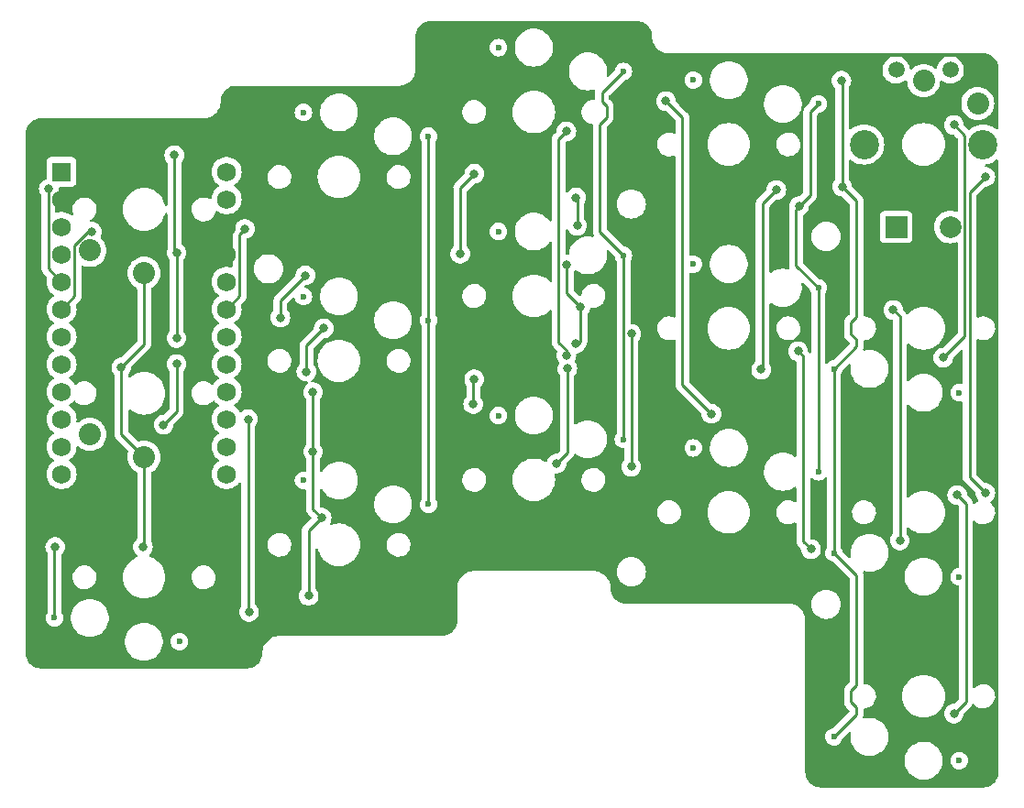
<source format=gbr>
%TF.GenerationSoftware,KiCad,Pcbnew,7.0.6-0*%
%TF.CreationDate,2023-08-01T13:26:10+08:00*%
%TF.ProjectId,right,72696768-742e-46b6-9963-61645f706362,v1.0.0*%
%TF.SameCoordinates,Original*%
%TF.FileFunction,Copper,L1,Top*%
%TF.FilePolarity,Positive*%
%FSLAX46Y46*%
G04 Gerber Fmt 4.6, Leading zero omitted, Abs format (unit mm)*
G04 Created by KiCad (PCBNEW 7.0.6-0) date 2023-08-01 13:26:10*
%MOMM*%
%LPD*%
G01*
G04 APERTURE LIST*
%TA.AperFunction,ComponentPad*%
%ADD10C,2.032000*%
%TD*%
%TA.AperFunction,ComponentPad*%
%ADD11R,2.000000X2.000000*%
%TD*%
%TA.AperFunction,ComponentPad*%
%ADD12C,2.000000*%
%TD*%
%TA.AperFunction,ComponentPad*%
%ADD13C,1.500000*%
%TD*%
%TA.AperFunction,ComponentPad*%
%ADD14C,2.701800*%
%TD*%
%TA.AperFunction,ComponentPad*%
%ADD15R,1.752600X1.752600*%
%TD*%
%TA.AperFunction,ComponentPad*%
%ADD16C,1.752600*%
%TD*%
%TA.AperFunction,ComponentPad*%
%ADD17C,0.600000*%
%TD*%
%TA.AperFunction,ViaPad*%
%ADD18C,0.800000*%
%TD*%
%TA.AperFunction,Conductor*%
%ADD19C,0.250000*%
%TD*%
G04 APERTURE END LIST*
D10*
%TO.P,S1,1*%
%TO.N,C4_R0D*%
X-5000000Y30200000D03*
%TO.P,S1,2*%
%TO.N,C4*%
X0Y28100000D03*
%TD*%
%TO.P,S2,1*%
%TO.N,C4_R1D*%
X-5000000Y13200000D03*
%TO.P,S2,2*%
%TO.N,C4*%
X0Y11100000D03*
%TD*%
D11*
%TO.P,ROT1,A*%
%TO.N,P2*%
X69460000Y32380000D03*
D12*
%TO.P,ROT1,C*%
%TO.N,GND*%
X71960000Y32380000D03*
%TO.P,ROT1,B*%
%TO.N,P3*%
X74460000Y32380000D03*
D13*
%TO.P,ROT1,1*%
%TO.N,C0*%
X69460000Y46880000D03*
%TO.P,ROT1,2*%
%TO.N,C0_R3D*%
X74460000Y46880000D03*
D14*
%TO.P,ROT1,*%
%TO.N,*%
X77500000Y40000000D03*
X66500000Y40000000D03*
D10*
%TO.P,ROT1,1*%
%TO.N,C0_R3D*%
X77000000Y43800000D03*
%TO.P,ROT1,2*%
%TO.N,C0*%
X72000000Y45900000D03*
%TD*%
D15*
%TO.P,MCU1,1*%
%TO.N,RAW*%
X-7620000Y37470000D03*
D16*
%TO.P,MCU1,2*%
%TO.N,GND*%
X-7620000Y34930000D03*
%TO.P,MCU1,3*%
%TO.N,RST*%
X-7620000Y32390000D03*
%TO.P,MCU1,4*%
%TO.N,VCC*%
X-7620000Y29850000D03*
%TO.P,MCU1,5*%
%TO.N,C0*%
X-7620000Y27310000D03*
%TO.P,MCU1,6*%
%TO.N,C1*%
X-7620000Y24770000D03*
%TO.P,MCU1,7*%
%TO.N,C2*%
X-7620000Y22230000D03*
%TO.P,MCU1,8*%
%TO.N,C3*%
X-7620000Y19690000D03*
%TO.P,MCU1,9*%
%TO.N,C4*%
X-7620000Y17150000D03*
%TO.P,MCU1,10*%
%TO.N,C5*%
X-7620000Y14610000D03*
%TO.P,MCU1,11*%
%TO.N,C6*%
X-7620000Y12070000D03*
%TO.P,MCU1,12*%
%TO.N,P10*%
X-7620000Y9530000D03*
%TO.P,MCU1,13*%
%TO.N,P1*%
X7620000Y37470000D03*
%TO.P,MCU1,14*%
%TO.N,P0*%
X7620000Y34930000D03*
%TO.P,MCU1,15*%
%TO.N,GND*%
X7620000Y32390000D03*
%TO.P,MCU1,16*%
X7620000Y29850000D03*
%TO.P,MCU1,17*%
%TO.N,P2*%
X7620000Y27310000D03*
%TO.P,MCU1,18*%
%TO.N,P3*%
X7620000Y24770000D03*
%TO.P,MCU1,19*%
%TO.N,R0*%
X7620000Y22230000D03*
%TO.P,MCU1,20*%
%TO.N,R1*%
X7620000Y19690000D03*
%TO.P,MCU1,21*%
%TO.N,R2*%
X7620000Y17150000D03*
%TO.P,MCU1,22*%
%TO.N,R3*%
X7620000Y14610000D03*
%TO.P,MCU1,23*%
%TO.N,P8*%
X7620000Y12070000D03*
%TO.P,MCU1,24*%
%TO.N,P9*%
X7620000Y9530000D03*
%TD*%
D17*
%TO.P,S3,3*%
%TO.N,C0_R0D*%
X75275000Y17050000D03*
%TO.P,S3,4*%
%TO.N,C0*%
X63725000Y19250000D03*
%TD*%
%TO.P,S4,3*%
%TO.N,C0_R1D*%
X75275000Y50000D03*
%TO.P,S4,4*%
%TO.N,C0*%
X63725000Y2250000D03*
%TD*%
%TO.P,S5,3*%
%TO.N,C0_R2D*%
X75275000Y-16950000D03*
%TO.P,S5,4*%
%TO.N,C0*%
X63725000Y-14750000D03*
%TD*%
%TO.P,S6,3*%
%TO.N,C1_R0D*%
X50725000Y45950000D03*
%TO.P,S6,4*%
%TO.N,C1*%
X62275000Y43750000D03*
%TD*%
%TO.P,S7,3*%
%TO.N,C1_R1D*%
X50725000Y28950000D03*
%TO.P,S7,4*%
%TO.N,C1*%
X62275000Y26750000D03*
%TD*%
%TO.P,S8,3*%
%TO.N,C1_R2D*%
X50725000Y11950000D03*
%TO.P,S8,4*%
%TO.N,C1*%
X62275000Y9750000D03*
%TD*%
%TO.P,S9,3*%
%TO.N,C2_R0D*%
X32725000Y48950000D03*
%TO.P,S9,4*%
%TO.N,C2*%
X44275000Y46750000D03*
%TD*%
%TO.P,S10,3*%
%TO.N,C2_R1D*%
X32725000Y31950000D03*
%TO.P,S10,4*%
%TO.N,C2*%
X44275000Y29750000D03*
%TD*%
%TO.P,S11,3*%
%TO.N,C2_R2D*%
X32725000Y14950000D03*
%TO.P,S11,4*%
%TO.N,C2*%
X44275000Y12750000D03*
%TD*%
%TO.P,S12,3*%
%TO.N,C3_R0D*%
X14725000Y42950000D03*
%TO.P,S12,4*%
%TO.N,C3*%
X26275000Y40750000D03*
%TD*%
%TO.P,S13,3*%
%TO.N,C3_R1D*%
X14725000Y25950000D03*
%TO.P,S13,4*%
%TO.N,C3*%
X26275000Y23750000D03*
%TD*%
%TO.P,S14,3*%
%TO.N,C3_R2D*%
X14725000Y8950000D03*
%TO.P,S14,4*%
%TO.N,C3*%
X26275000Y6750000D03*
%TD*%
%TO.P,S15,3*%
%TO.N,C4_R2D*%
X3275000Y-5950000D03*
%TO.P,S15,4*%
%TO.N,C4*%
X-8275000Y-3750000D03*
%TD*%
D18*
%TO.N,C4*%
X-2100000Y19400000D03*
X-100000Y2800000D03*
X-8200000Y2800000D03*
%TO.N,R0*%
X2800000Y39000000D03*
X73800000Y20300000D03*
X39000000Y41200000D03*
X39000000Y20500000D03*
X74800000Y41800000D03*
X3000000Y22100000D03*
X3000000Y30000000D03*
%TO.N,R1*%
X1800000Y14100000D03*
X39024500Y28900000D03*
X40300000Y25000000D03*
X69800000Y3400000D03*
X15000000Y19000000D03*
X3000000Y19700000D03*
X16600000Y23000000D03*
X39900000Y21600000D03*
X69200000Y24700000D03*
%TO.N,C0*%
X64475000Y36100000D03*
X64400000Y45900000D03*
X-8800000Y35900000D03*
%TO.N,P2*%
X30500000Y37300000D03*
X29200000Y29900000D03*
%TO.N,P3*%
X40000000Y32500000D03*
X9300000Y32200000D03*
X39900000Y35100000D03*
%TO.N,R3*%
X9700000Y-3200000D03*
X9600000Y14600000D03*
X77700000Y37000000D03*
X77700000Y7800000D03*
%TO.N,RAW*%
X48200000Y44000000D03*
X52400000Y15100000D03*
%TO.N,BSLI*%
X61600000Y2600000D03*
X60400000Y20900000D03*
%TO.N,RST*%
X57000000Y19200000D03*
X58400000Y35800000D03*
%TO.N,C1*%
X60500000Y34300000D03*
X-4800000Y31910500D03*
%TO.N,C2*%
X12600000Y24000000D03*
X14900000Y27900000D03*
%TO.N,C5*%
X30400000Y16000000D03*
X30500000Y18300000D03*
%TO.N,C6*%
X38100000Y10500000D03*
X39100000Y19300000D03*
%TO.N,R2*%
X15600000Y17100000D03*
X44999500Y22500000D03*
X15600000Y11600000D03*
X74800000Y-12600000D03*
X15200000Y-1700000D03*
X75100000Y7600000D03*
X45000000Y10225900D03*
X16400000Y5500000D03*
%TD*%
D19*
%TO.N,C1*%
X60500000Y34300000D02*
X61525000Y35325000D01*
X60200000Y34000000D02*
X60200000Y28825000D01*
X60200000Y28825000D02*
X62275000Y26750000D01*
X61525000Y43000000D02*
X62275000Y43750000D01*
X60500000Y34300000D02*
X60200000Y34000000D01*
X61525000Y35325000D02*
X61525000Y43000000D01*
%TO.N,C4*%
X-8275000Y2725000D02*
X-8275000Y-3750000D01*
X0Y2900000D02*
X-100000Y2800000D01*
X-8200000Y2800000D02*
X-8275000Y2725000D01*
X0Y11100000D02*
X0Y2900000D01*
X-2089500Y13189500D02*
X0Y11100000D01*
X-2089500Y17865499D02*
X-2089500Y13189500D01*
X-2100000Y19400000D02*
X-2100000Y17875999D01*
X0Y21500000D02*
X0Y28100000D01*
X-2100000Y19400000D02*
X0Y21500000D01*
X-2100000Y17875999D02*
X-2089500Y17865499D01*
%TO.N,R0*%
X75785000Y22285000D02*
X73800000Y20300000D01*
X74800000Y41800000D02*
X75785000Y40815000D01*
X75785000Y40815000D02*
X75785000Y22285000D01*
X2800000Y39000000D02*
X2800000Y30200000D01*
X38300000Y21700000D02*
X39000000Y21000000D01*
X38300000Y40500000D02*
X38300000Y21700000D01*
X39000000Y41200000D02*
X38300000Y40500000D01*
X39000000Y21000000D02*
X39000000Y20500000D01*
X3000000Y30000000D02*
X3000000Y22100000D01*
X2800000Y30200000D02*
X3000000Y30000000D01*
%TO.N,R1*%
X39024500Y26275500D02*
X39024500Y28900000D01*
X15000000Y21400000D02*
X16600000Y23000000D01*
X40300000Y21800000D02*
X40000000Y21500000D01*
X15000000Y19000000D02*
X15000000Y21400000D01*
X69800000Y3400000D02*
X69800000Y24100000D01*
X40300000Y25000000D02*
X39024500Y26275500D01*
X40000000Y21500000D02*
X39900000Y21600000D01*
X40300000Y25000000D02*
X40300000Y21800000D01*
X3000000Y15300000D02*
X1800000Y14100000D01*
X69800000Y24100000D02*
X69200000Y24700000D01*
X3000000Y19700000D02*
X3000000Y15300000D01*
%TO.N,C0*%
X63725000Y-14750000D02*
X65800000Y-12675000D01*
X64475000Y45825000D02*
X64475000Y36100000D01*
X64475000Y36100000D02*
X65800000Y34775000D01*
X65800000Y-12675000D02*
X65800000Y-12033684D01*
X65274100Y22492216D02*
X65800000Y21966316D01*
X65800000Y-9966316D02*
X65800000Y175000D01*
X65800000Y175000D02*
X63725000Y2250000D01*
X65800000Y24033684D02*
X65274100Y23507784D01*
X65800000Y34775000D02*
X65800000Y24033684D01*
X65800000Y21966316D02*
X65800000Y21325000D01*
X-8800000Y35900000D02*
X-8821300Y35878700D01*
X65800000Y-12033684D02*
X65274100Y-11507784D01*
X-8821300Y35878700D02*
X-8821300Y28511300D01*
X64400000Y45900000D02*
X64475000Y45825000D01*
X65274100Y-10492216D02*
X65800000Y-9966316D01*
X65274100Y-11507784D02*
X65274100Y-10492216D01*
X65800000Y21325000D02*
X63725000Y19250000D01*
X65274100Y23507784D02*
X65274100Y22492216D01*
X-8821300Y28511300D02*
X-7620000Y27310000D01*
X63725000Y19250000D02*
X63725000Y2250000D01*
%TO.N,P2*%
X29200000Y29900000D02*
X29200000Y36000000D01*
X29200000Y36000000D02*
X30500000Y37300000D01*
%TO.N,P3*%
X8821300Y29352405D02*
X8800000Y29331105D01*
X8821300Y30347595D02*
X8821300Y29352405D01*
X8821300Y27807595D02*
X8821300Y25971300D01*
X40000000Y35000000D02*
X39900000Y35100000D01*
X8800000Y31700000D02*
X8800000Y30368895D01*
X9300000Y32200000D02*
X8800000Y31700000D01*
X8800000Y30368895D02*
X8821300Y30347595D01*
X40000000Y32500000D02*
X40000000Y35000000D01*
X8800000Y27828895D02*
X8821300Y27807595D01*
X8800000Y29331105D02*
X8800000Y27828895D01*
X8821300Y25971300D02*
X7620000Y24770000D01*
%TO.N,R3*%
X76235000Y35535000D02*
X77700000Y37000000D01*
X77700000Y7800000D02*
X76235000Y9265000D01*
X76235000Y9265000D02*
X76235000Y35535000D01*
X9600000Y14600000D02*
X9600000Y-3100000D01*
X9600000Y-3100000D02*
X9700000Y-3200000D01*
%TO.N,RAW*%
X49725900Y42474100D02*
X49725900Y17774100D01*
X48200000Y44000000D02*
X49725900Y42474100D01*
X49725900Y17774100D02*
X52400000Y15100000D01*
%TO.N,BSLI*%
X60875000Y3325000D02*
X61600000Y2600000D01*
X60875000Y20425000D02*
X60875000Y3325000D01*
X60400000Y20900000D02*
X60875000Y20425000D01*
%TO.N,RST*%
X57125000Y19325000D02*
X57000000Y19200000D01*
X58400000Y35800000D02*
X57125000Y34525000D01*
X57125000Y34525000D02*
X57125000Y19325000D01*
%TO.N,C1*%
X62275000Y9750000D02*
X62275000Y26750000D01*
X-6418700Y25971300D02*
X-7620000Y24770000D01*
X-5185961Y31910500D02*
X-6418700Y30677761D01*
X-4800000Y31910500D02*
X-5185961Y31910500D01*
X-6418700Y30677761D02*
X-6418700Y25971300D01*
%TO.N,C2*%
X42100000Y31925000D02*
X42100000Y41866316D01*
X42100000Y41866316D02*
X42725900Y42492216D01*
X12600000Y25600000D02*
X12600000Y24000000D01*
X44275000Y29750000D02*
X44275000Y12750000D01*
X42725900Y42492216D02*
X42725900Y43507784D01*
X44275000Y29750000D02*
X42100000Y31925000D01*
X14900000Y27900000D02*
X12600000Y25600000D01*
X42725900Y43507784D02*
X42300000Y43933684D01*
X42300000Y43933684D02*
X42300000Y44775000D01*
X42300000Y44775000D02*
X44275000Y46750000D01*
%TO.N,C3*%
X26275000Y40750000D02*
X26275000Y23750000D01*
X26275000Y23750000D02*
X26275000Y6750000D01*
%TO.N,C5*%
X30400000Y18200000D02*
X30500000Y18300000D01*
X30400000Y16000000D02*
X30400000Y18200000D01*
%TO.N,C6*%
X39100000Y11500000D02*
X39100000Y19300000D01*
X38100000Y10500000D02*
X39100000Y11500000D01*
%TO.N,R2*%
X15200000Y-1700000D02*
X15200000Y4300000D01*
X15200000Y4300000D02*
X16400000Y5500000D01*
X75900000Y6800000D02*
X75900000Y-11500000D01*
X15600000Y11600000D02*
X15600000Y6300000D01*
X75100000Y7600000D02*
X75900000Y6800000D01*
X44999500Y22500000D02*
X44999500Y10226400D01*
X15600000Y17100000D02*
X15600000Y11600000D01*
X75900000Y-11500000D02*
X74800000Y-12600000D01*
X15600000Y6300000D02*
X16400000Y5500000D01*
X44999500Y10226400D02*
X45000000Y10225900D01*
%TD*%
%TA.AperFunction,Conductor*%
%TO.N,GND*%
G36*
X45512427Y51424309D02*
G01*
X45721549Y51407850D01*
X45740767Y51404806D01*
X45937618Y51357546D01*
X45956123Y51351533D01*
X46143152Y51274064D01*
X46160490Y51265230D01*
X46333099Y51159455D01*
X46348841Y51148018D01*
X46502782Y51016540D01*
X46516540Y51002782D01*
X46648018Y50848841D01*
X46659455Y50833099D01*
X46765230Y50660490D01*
X46774064Y50643152D01*
X46851533Y50456123D01*
X46857546Y50437618D01*
X46904806Y50240767D01*
X46907850Y50221549D01*
X46924309Y50012426D01*
X46924500Y50007559D01*
X46924500Y49878034D01*
X46956368Y49656380D01*
X47019459Y49441513D01*
X47112480Y49237825D01*
X47112490Y49237807D01*
X47233546Y49049440D01*
X47233550Y49049434D01*
X47380196Y48880196D01*
X47549434Y48733550D01*
X47549440Y48733546D01*
X47737807Y48612490D01*
X47737825Y48612480D01*
X47941513Y48519459D01*
X48156380Y48456368D01*
X48346164Y48429081D01*
X48378033Y48424500D01*
X48462520Y48424500D01*
X77485469Y48424500D01*
X77507560Y48424500D01*
X77512427Y48424309D01*
X77721549Y48407850D01*
X77740767Y48404806D01*
X77937618Y48357546D01*
X77956123Y48351533D01*
X78143152Y48274064D01*
X78160490Y48265230D01*
X78333099Y48159455D01*
X78348841Y48148018D01*
X78502782Y48016540D01*
X78516540Y48002782D01*
X78648018Y47848841D01*
X78659455Y47833099D01*
X78765230Y47660490D01*
X78774064Y47643152D01*
X78851533Y47456123D01*
X78857546Y47437618D01*
X78904806Y47240767D01*
X78907850Y47221549D01*
X78924309Y47012426D01*
X78924500Y47007559D01*
X78924500Y41503810D01*
X78904815Y41436771D01*
X78852011Y41391016D01*
X78782853Y41381072D01*
X78725215Y41407393D01*
X78724305Y41406177D01*
X78584074Y41511152D01*
X78507836Y41568223D01*
X78370613Y41643152D01*
X78274402Y41695687D01*
X78274400Y41695687D01*
X78274396Y41695690D01*
X78025192Y41788639D01*
X78025183Y41788641D01*
X77765301Y41845175D01*
X77765300Y41845175D01*
X77765296Y41845176D01*
X77526578Y41862249D01*
X77500001Y41864150D01*
X77499999Y41864150D01*
X77470462Y41862037D01*
X77234704Y41845176D01*
X77234700Y41845175D01*
X77234698Y41845175D01*
X76974816Y41788641D01*
X76974814Y41788640D01*
X76974808Y41788639D01*
X76725604Y41695690D01*
X76725601Y41695688D01*
X76725597Y41695687D01*
X76492169Y41568226D01*
X76492161Y41568221D01*
X76279248Y41408837D01*
X76279230Y41408821D01*
X76270837Y41400428D01*
X76209514Y41366943D01*
X76139822Y41371927D01*
X76095477Y41400426D01*
X75746618Y41749285D01*
X75713135Y41810606D01*
X75710983Y41823981D01*
X75693542Y41989928D01*
X75634527Y42171556D01*
X75539040Y42336944D01*
X75411253Y42478866D01*
X75256752Y42591118D01*
X75082288Y42668794D01*
X74895487Y42708500D01*
X74704513Y42708500D01*
X74517712Y42668794D01*
X74343248Y42591118D01*
X74188747Y42478866D01*
X74060960Y42336944D01*
X74036938Y42295337D01*
X73965473Y42171556D01*
X73965470Y42171549D01*
X73914343Y42014196D01*
X73906458Y41989928D01*
X73886496Y41800000D01*
X73906458Y41610072D01*
X73906458Y41610069D01*
X73906459Y41610068D01*
X73965470Y41428450D01*
X73965473Y41428443D01*
X74060959Y41263057D01*
X74188745Y41121135D01*
X74343246Y41008883D01*
X74343247Y41008882D01*
X74343248Y41008882D01*
X74381166Y40992000D01*
X74517714Y40931205D01*
X74517713Y40931205D01*
X74704513Y40891500D01*
X74761234Y40891500D01*
X74828273Y40871815D01*
X74848915Y40855181D01*
X75115181Y40588915D01*
X75148666Y40527592D01*
X75151500Y40501234D01*
X75151500Y33911939D01*
X75131815Y33844900D01*
X75079011Y33799145D01*
X75009853Y33789201D01*
X74980051Y33797376D01*
X74927594Y33819105D01*
X74696711Y33874535D01*
X74460000Y33893165D01*
X74223289Y33874535D01*
X73992406Y33819105D01*
X73992404Y33819104D01*
X73992402Y33819104D01*
X73773040Y33728242D01*
X73773037Y33728240D01*
X73598259Y33621135D01*
X73570589Y33604179D01*
X73570586Y33604178D01*
X73570584Y33604176D01*
X73390031Y33449969D01*
X73324703Y33373480D01*
X73235821Y33269413D01*
X73235820Y33269410D01*
X73111759Y33066962D01*
X73111757Y33066959D01*
X73020895Y32847597D01*
X73020895Y32847595D01*
X72965465Y32616714D01*
X72959309Y32538495D01*
X72947914Y32393703D01*
X72946835Y32379999D01*
X72965465Y32143285D01*
X73020895Y31912404D01*
X73020895Y31912402D01*
X73111757Y31693040D01*
X73111759Y31693037D01*
X73235820Y31490589D01*
X73235821Y31490586D01*
X73390031Y31310031D01*
X73570586Y31155821D01*
X73570589Y31155820D01*
X73773037Y31031759D01*
X73773040Y31031757D01*
X73992403Y30940895D01*
X74223285Y30885465D01*
X74460000Y30866835D01*
X74696714Y30885465D01*
X74927595Y30940895D01*
X74927597Y30940895D01*
X74980048Y30962621D01*
X75049518Y30970090D01*
X75111997Y30938814D01*
X75147648Y30878725D01*
X75151500Y30848060D01*
X75151500Y22598766D01*
X75131815Y22531727D01*
X75115181Y22511085D01*
X73848914Y21244819D01*
X73787591Y21211334D01*
X73761233Y21208500D01*
X73704513Y21208500D01*
X73517712Y21168794D01*
X73343248Y21091118D01*
X73188747Y20978866D01*
X73060960Y20836944D01*
X73017905Y20762370D01*
X72965473Y20671556D01*
X72965470Y20671549D01*
X72927020Y20553210D01*
X72906458Y20489928D01*
X72886496Y20300000D01*
X72906458Y20110072D01*
X72906458Y20110069D01*
X72906459Y20110068D01*
X72965470Y19928450D01*
X72965473Y19928443D01*
X73060959Y19763057D01*
X73188745Y19621135D01*
X73343246Y19508883D01*
X73517714Y19431205D01*
X73517713Y19431205D01*
X73704513Y19391500D01*
X73895487Y19391500D01*
X74082285Y19431205D01*
X74082286Y19431205D01*
X74082288Y19431206D01*
X74256752Y19508882D01*
X74411253Y19621134D01*
X74411656Y19621581D01*
X74456653Y19671556D01*
X74539040Y19763056D01*
X74634527Y19928444D01*
X74693542Y20110072D01*
X74710981Y20275998D01*
X74737564Y20340610D01*
X74746620Y20350715D01*
X75389819Y20993914D01*
X75451142Y21027399D01*
X75520834Y21022415D01*
X75576767Y20980543D01*
X75601184Y20915079D01*
X75601500Y20906233D01*
X75601500Y17965509D01*
X75581815Y17898470D01*
X75529011Y17852715D01*
X75463057Y17843231D01*
X75462968Y17842438D01*
X75459923Y17842781D01*
X75459853Y17842771D01*
X75459609Y17842816D01*
X75275004Y17863616D01*
X75274996Y17863616D01*
X75093958Y17843218D01*
X75093953Y17843217D01*
X74921985Y17783043D01*
X74767719Y17686111D01*
X74767718Y17686110D01*
X74638889Y17557281D01*
X74556342Y17425908D01*
X74541957Y17403015D01*
X74527396Y17361402D01*
X74481782Y17231046D01*
X74481781Y17231041D01*
X74461384Y17050003D01*
X74461384Y17049996D01*
X74481781Y16868958D01*
X74481782Y16868953D01*
X74541958Y16696982D01*
X74638889Y16542718D01*
X74767718Y16413889D01*
X74921982Y16316958D01*
X75093953Y16256782D01*
X75093958Y16256781D01*
X75274996Y16236384D01*
X75275000Y16236384D01*
X75275004Y16236384D01*
X75462967Y16257562D01*
X75463303Y16254571D01*
X75519707Y16251086D01*
X75576043Y16209757D01*
X75601093Y16144532D01*
X75601500Y16134490D01*
X75601500Y9348631D01*
X75599761Y9332881D01*
X75600032Y9332856D01*
X75599298Y9325094D01*
X75601500Y9255043D01*
X75601500Y9225137D01*
X75602384Y9218143D01*
X75602842Y9212320D01*
X75604326Y9165112D01*
X75604327Y9165109D01*
X75610022Y9145506D01*
X75613966Y9126458D01*
X75616213Y9108677D01*
X75616526Y9106204D01*
X75633913Y9062285D01*
X75635805Y9056759D01*
X75648981Y9011407D01*
X75659374Y8993833D01*
X75667928Y8976372D01*
X75675446Y8957386D01*
X75675447Y8957384D01*
X75703208Y8919172D01*
X75706415Y8914290D01*
X75730457Y8873637D01*
X75744894Y8859201D01*
X75757523Y8844415D01*
X75769528Y8827893D01*
X75769529Y8827891D01*
X75769530Y8827891D01*
X75769532Y8827888D01*
X75805925Y8797780D01*
X75810246Y8793849D01*
X76753379Y7850714D01*
X76786864Y7789391D01*
X76789018Y7775995D01*
X76806458Y7610072D01*
X76806458Y7610069D01*
X76806459Y7610068D01*
X76865470Y7428450D01*
X76865473Y7428443D01*
X76960959Y7263056D01*
X77038952Y7176436D01*
X77069182Y7113444D01*
X77060556Y7044109D01*
X77015815Y6990443D01*
X77003634Y6983255D01*
X76901830Y6930771D01*
X76763934Y6822329D01*
X76731846Y6797095D01*
X76730158Y6799240D01*
X76678425Y6772545D01*
X76608869Y6779160D01*
X76553931Y6822329D01*
X76531054Y6888348D01*
X76530972Y6890402D01*
X76530674Y6899888D01*
X76530674Y6899889D01*
X76524975Y6919500D01*
X76521033Y6938534D01*
X76518474Y6958797D01*
X76501085Y7002712D01*
X76499195Y7008237D01*
X76493698Y7027156D01*
X76486018Y7053593D01*
X76475625Y7071165D01*
X76467066Y7088637D01*
X76462013Y7101400D01*
X76459552Y7107617D01*
X76431790Y7145826D01*
X76428585Y7150704D01*
X76404542Y7191362D01*
X76390100Y7205802D01*
X76377470Y7220592D01*
X76365472Y7237107D01*
X76329067Y7267222D01*
X76324776Y7271126D01*
X76046618Y7549284D01*
X76013135Y7610606D01*
X76010983Y7623981D01*
X75993542Y7789928D01*
X75934527Y7971556D01*
X75839040Y8136944D01*
X75711253Y8278866D01*
X75556752Y8391118D01*
X75382288Y8468794D01*
X75195487Y8508500D01*
X75004513Y8508500D01*
X74817712Y8468794D01*
X74643248Y8391118D01*
X74488747Y8278866D01*
X74488745Y8278864D01*
X74485675Y8275454D01*
X74360960Y8136944D01*
X74323639Y8072302D01*
X74265473Y7971556D01*
X74265470Y7971549D01*
X74227770Y7855520D01*
X74206458Y7789928D01*
X74186496Y7600000D01*
X74206458Y7410072D01*
X74206458Y7410069D01*
X74206459Y7410068D01*
X74265470Y7228450D01*
X74265473Y7228443D01*
X74360959Y7063057D01*
X74488745Y6921135D01*
X74643246Y6808883D01*
X74643247Y6808882D01*
X74643248Y6808882D01*
X74669722Y6797095D01*
X74817714Y6731205D01*
X74817713Y6731205D01*
X75004513Y6691500D01*
X75061233Y6691500D01*
X75128272Y6671815D01*
X75148909Y6655185D01*
X75190328Y6613767D01*
X75230182Y6573913D01*
X75263666Y6512589D01*
X75266500Y6486232D01*
X75266500Y973471D01*
X75246815Y906432D01*
X75194011Y860677D01*
X75156382Y850251D01*
X75093958Y843218D01*
X75093953Y843217D01*
X74921985Y783043D01*
X74767719Y686111D01*
X74767717Y686110D01*
X74767718Y686110D01*
X74638889Y557281D01*
X74542597Y404033D01*
X74541957Y403015D01*
X74525250Y355269D01*
X74481782Y231046D01*
X74481781Y231041D01*
X74461384Y50003D01*
X74461384Y49996D01*
X74481781Y-131041D01*
X74481782Y-131046D01*
X74498153Y-177830D01*
X74527201Y-260846D01*
X74541958Y-303017D01*
X74628981Y-441513D01*
X74638889Y-457281D01*
X74767719Y-586111D01*
X74921985Y-683043D01*
X75093953Y-743217D01*
X75093958Y-743218D01*
X75156382Y-750251D01*
X75220796Y-777317D01*
X75260352Y-834911D01*
X75266500Y-873471D01*
X75266500Y-11186232D01*
X75246815Y-11253271D01*
X75230181Y-11273913D01*
X74848914Y-11655181D01*
X74787591Y-11688666D01*
X74761233Y-11691500D01*
X74704513Y-11691500D01*
X74517714Y-11731205D01*
X74517711Y-11731206D01*
X74517712Y-11731206D01*
X74371241Y-11796419D01*
X74343246Y-11808883D01*
X74188745Y-11921135D01*
X74060959Y-12063057D01*
X73965473Y-12228443D01*
X73965470Y-12228450D01*
X73926802Y-12347459D01*
X73906458Y-12410072D01*
X73886496Y-12600000D01*
X73906458Y-12789928D01*
X73906459Y-12789931D01*
X73965470Y-12971549D01*
X73965473Y-12971556D01*
X74060960Y-13136944D01*
X74188747Y-13278866D01*
X74343248Y-13391118D01*
X74517712Y-13468794D01*
X74704513Y-13508500D01*
X74895487Y-13508500D01*
X75082288Y-13468794D01*
X75256752Y-13391118D01*
X75411253Y-13278866D01*
X75539040Y-13136944D01*
X75634527Y-12971556D01*
X75693542Y-12789928D01*
X75710981Y-12623999D01*
X75737564Y-12559388D01*
X75746611Y-12549292D01*
X76288817Y-12007086D01*
X76301178Y-11997185D01*
X76301004Y-11996975D01*
X76307013Y-11992002D01*
X76307018Y-11992000D01*
X76354984Y-11940920D01*
X76376135Y-11919770D01*
X76380461Y-11914192D01*
X76384250Y-11909755D01*
X76416586Y-11875321D01*
X76426419Y-11857432D01*
X76437102Y-11841169D01*
X76449614Y-11825041D01*
X76468371Y-11781691D01*
X76470941Y-11776448D01*
X76473940Y-11770991D01*
X76478380Y-11762915D01*
X76527926Y-11713654D01*
X76596242Y-11698999D01*
X76661636Y-11723604D01*
X76672602Y-11732907D01*
X76816063Y-11869697D01*
X76993014Y-11983416D01*
X77188288Y-12061593D01*
X77317084Y-12086416D01*
X77394828Y-12101400D01*
X77394829Y-12101400D01*
X77552461Y-12101400D01*
X77552468Y-12101400D01*
X77709389Y-12086416D01*
X77911211Y-12027156D01*
X78098170Y-11930771D01*
X78263510Y-11800747D01*
X78401255Y-11641781D01*
X78506426Y-11459619D01*
X78575222Y-11260846D01*
X78605157Y-11052645D01*
X78595148Y-10842541D01*
X78545558Y-10638129D01*
X78458179Y-10446795D01*
X78458175Y-10446789D01*
X78336173Y-10275460D01*
X78336167Y-10275454D01*
X78183939Y-10130305D01*
X78183937Y-10130303D01*
X78006986Y-10016584D01*
X78006984Y-10016583D01*
X77811721Y-9938410D01*
X77811714Y-9938407D01*
X77811712Y-9938407D01*
X77811709Y-9938406D01*
X77811708Y-9938406D01*
X77605172Y-9898600D01*
X77605171Y-9898600D01*
X77447532Y-9898600D01*
X77290611Y-9913584D01*
X77290607Y-9913585D01*
X77088791Y-9972843D01*
X76901831Y-10069228D01*
X76734151Y-10201092D01*
X76669286Y-10227060D01*
X76600679Y-10213836D01*
X76550113Y-10165620D01*
X76533500Y-10103621D01*
X76533500Y5110158D01*
X76553185Y5177197D01*
X76605989Y5222952D01*
X76675147Y5232896D01*
X76738703Y5203871D01*
X76743069Y5199902D01*
X76762238Y5181625D01*
X76816063Y5130303D01*
X76904538Y5073443D01*
X76993015Y5016583D01*
X77188278Y4938410D01*
X77188291Y4938406D01*
X77394828Y4898600D01*
X77394829Y4898600D01*
X77552461Y4898600D01*
X77552468Y4898600D01*
X77709389Y4913584D01*
X77911211Y4972844D01*
X78098170Y5069229D01*
X78235463Y5177197D01*
X78263509Y5199252D01*
X78263510Y5199253D01*
X78292662Y5232896D01*
X78401255Y5358219D01*
X78401257Y5358222D01*
X78401259Y5358225D01*
X78506425Y5540379D01*
X78575220Y5739148D01*
X78575222Y5739154D01*
X78605157Y5947355D01*
X78595148Y6157459D01*
X78545558Y6361871D01*
X78458179Y6553205D01*
X78336169Y6724544D01*
X78309468Y6750003D01*
X78237761Y6818376D01*
X78196977Y6857262D01*
X78162043Y6917770D01*
X78165367Y6987561D01*
X78205895Y7044475D01*
X78209661Y7047323D01*
X78213391Y7050033D01*
X78311253Y7121134D01*
X78439040Y7263056D01*
X78534527Y7428444D01*
X78593542Y7610072D01*
X78613504Y7800000D01*
X78593542Y7989928D01*
X78534527Y8171556D01*
X78439040Y8336944D01*
X78311253Y8478866D01*
X78156752Y8591118D01*
X77982288Y8668794D01*
X77795487Y8708500D01*
X77738766Y8708500D01*
X77671727Y8728185D01*
X77651085Y8744819D01*
X76904819Y9491085D01*
X76871334Y9552408D01*
X76868500Y9578766D01*
X76868500Y21883221D01*
X76888185Y21950260D01*
X76940989Y21996015D01*
X77010147Y22005959D01*
X77038586Y21998339D01*
X77188283Y21938408D01*
X77188291Y21938406D01*
X77394828Y21898600D01*
X77394829Y21898600D01*
X77552461Y21898600D01*
X77552468Y21898600D01*
X77709389Y21913584D01*
X77877876Y21963056D01*
X77911208Y21972843D01*
X77911211Y21972844D01*
X78098170Y22069229D01*
X78224318Y22168432D01*
X78263509Y22199252D01*
X78263510Y22199253D01*
X78297624Y22238623D01*
X78401255Y22358219D01*
X78401257Y22358222D01*
X78401259Y22358225D01*
X78506425Y22540379D01*
X78508857Y22547404D01*
X78575222Y22739154D01*
X78605157Y22947355D01*
X78595148Y23157459D01*
X78545558Y23361871D01*
X78458179Y23553205D01*
X78350197Y23704845D01*
X78336173Y23724539D01*
X78336171Y23724540D01*
X78336169Y23724544D01*
X78183937Y23869697D01*
X78006986Y23983416D01*
X77811712Y24061593D01*
X77646479Y24093438D01*
X77605172Y24101400D01*
X77605171Y24101400D01*
X77447532Y24101400D01*
X77290611Y24086416D01*
X77088789Y24027156D01*
X77049318Y24006807D01*
X76980715Y23993584D01*
X76915850Y24019551D01*
X76875320Y24076465D01*
X76868500Y24117023D01*
X76868500Y35221233D01*
X76888185Y35288272D01*
X76904819Y35308914D01*
X77651086Y36055181D01*
X77712409Y36088666D01*
X77738767Y36091500D01*
X77795487Y36091500D01*
X77982285Y36131205D01*
X77982286Y36131205D01*
X77982288Y36131206D01*
X78156752Y36208882D01*
X78311253Y36321134D01*
X78439040Y36463056D01*
X78534527Y36628444D01*
X78593542Y36810072D01*
X78613504Y37000000D01*
X78593542Y37189928D01*
X78534527Y37371556D01*
X78439040Y37536944D01*
X78311253Y37678866D01*
X78156752Y37791118D01*
X77982288Y37868794D01*
X77795487Y37908500D01*
X77785824Y37908500D01*
X77718785Y37928185D01*
X77673030Y37980989D01*
X77663086Y38050147D01*
X77692111Y38113703D01*
X77750889Y38151477D01*
X77761013Y38153679D01*
X77760969Y38153882D01*
X78025183Y38211358D01*
X78025189Y38211360D01*
X78025192Y38211361D01*
X78174714Y38267130D01*
X78274402Y38304312D01*
X78507830Y38431773D01*
X78507838Y38431778D01*
X78724305Y38593823D01*
X78725214Y38592607D01*
X78782866Y38618929D01*
X78852024Y38608978D01*
X78904823Y38563217D01*
X78924500Y38496189D01*
X78924500Y-18007559D01*
X78924309Y-18012426D01*
X78907850Y-18221549D01*
X78904806Y-18240767D01*
X78857546Y-18437618D01*
X78851533Y-18456123D01*
X78774064Y-18643152D01*
X78765230Y-18660490D01*
X78659455Y-18833099D01*
X78648018Y-18848841D01*
X78516540Y-19002782D01*
X78502782Y-19016540D01*
X78348841Y-19148018D01*
X78333099Y-19159455D01*
X78160490Y-19265230D01*
X78143152Y-19274064D01*
X77956123Y-19351533D01*
X77937618Y-19357546D01*
X77740767Y-19404806D01*
X77721549Y-19407850D01*
X77512427Y-19424309D01*
X77507560Y-19424500D01*
X62492440Y-19424500D01*
X62487573Y-19424309D01*
X62278450Y-19407850D01*
X62259232Y-19404806D01*
X62062381Y-19357546D01*
X62043876Y-19351533D01*
X61856847Y-19274064D01*
X61839509Y-19265230D01*
X61666900Y-19159455D01*
X61651158Y-19148018D01*
X61618122Y-19119803D01*
X61497217Y-19016540D01*
X61483459Y-19002782D01*
X61351981Y-18848841D01*
X61340548Y-18833104D01*
X61234766Y-18660485D01*
X61225938Y-18643158D01*
X61148464Y-18456119D01*
X61142453Y-18437618D01*
X61133514Y-18400386D01*
X61095192Y-18240762D01*
X61092149Y-18221549D01*
X61075691Y-18012425D01*
X61075500Y-18007559D01*
X61075500Y-17081187D01*
X70249500Y-17081187D01*
X70257016Y-17131047D01*
X70288604Y-17340615D01*
X70288605Y-17340617D01*
X70288606Y-17340623D01*
X70365938Y-17591326D01*
X70479767Y-17827696D01*
X70479768Y-17827697D01*
X70479770Y-17827700D01*
X70479772Y-17827704D01*
X70587334Y-17985468D01*
X70627567Y-18044479D01*
X70806014Y-18236801D01*
X70806018Y-18236804D01*
X70806019Y-18236805D01*
X71011143Y-18400386D01*
X71238357Y-18531568D01*
X71482584Y-18627420D01*
X71738370Y-18685802D01*
X71738376Y-18685802D01*
X71738379Y-18685803D01*
X71934500Y-18700500D01*
X71934506Y-18700500D01*
X72065500Y-18700500D01*
X72261620Y-18685803D01*
X72261622Y-18685802D01*
X72261630Y-18685802D01*
X72517416Y-18627420D01*
X72761643Y-18531568D01*
X72988857Y-18400386D01*
X73193981Y-18236805D01*
X73208137Y-18221549D01*
X73233945Y-18193733D01*
X73372433Y-18044479D01*
X73520228Y-17827704D01*
X73634063Y-17591323D01*
X73711396Y-17340615D01*
X73750500Y-17081182D01*
X73750500Y-16950003D01*
X74461384Y-16950003D01*
X74481781Y-17131041D01*
X74481782Y-17131046D01*
X74522949Y-17248693D01*
X74541957Y-17303015D01*
X74638889Y-17457281D01*
X74767719Y-17586111D01*
X74921985Y-17683043D01*
X75093953Y-17743216D01*
X75093953Y-17743217D01*
X75093958Y-17743218D01*
X75274996Y-17763616D01*
X75275000Y-17763616D01*
X75275004Y-17763616D01*
X75456041Y-17743218D01*
X75456044Y-17743217D01*
X75456047Y-17743217D01*
X75628015Y-17683043D01*
X75782281Y-17586111D01*
X75911111Y-17457281D01*
X76008043Y-17303015D01*
X76068217Y-17131047D01*
X76073835Y-17081187D01*
X76088616Y-16950003D01*
X76088616Y-16949996D01*
X76068218Y-16768958D01*
X76068217Y-16768953D01*
X76068216Y-16768952D01*
X76008043Y-16596985D01*
X75911111Y-16442719D01*
X75782281Y-16313889D01*
X75628015Y-16216957D01*
X75573693Y-16197949D01*
X75456046Y-16156782D01*
X75456041Y-16156781D01*
X75275004Y-16136384D01*
X75274996Y-16136384D01*
X75093958Y-16156781D01*
X75093953Y-16156782D01*
X74921982Y-16216958D01*
X74767718Y-16313889D01*
X74638889Y-16442718D01*
X74541958Y-16596982D01*
X74481782Y-16768953D01*
X74481781Y-16768958D01*
X74461384Y-16949996D01*
X74461384Y-16950003D01*
X73750500Y-16950003D01*
X73750500Y-16818818D01*
X73711396Y-16559385D01*
X73634063Y-16308677D01*
X73622121Y-16283880D01*
X73520232Y-16072303D01*
X73520231Y-16072302D01*
X73520230Y-16072301D01*
X73520228Y-16072296D01*
X73372433Y-15855521D01*
X73362188Y-15844479D01*
X73193985Y-15663198D01*
X73149467Y-15627696D01*
X72988857Y-15499614D01*
X72761643Y-15368432D01*
X72517416Y-15272580D01*
X72517411Y-15272578D01*
X72517402Y-15272576D01*
X72299818Y-15222914D01*
X72261630Y-15214198D01*
X72261629Y-15214197D01*
X72261625Y-15214197D01*
X72261620Y-15214196D01*
X72065500Y-15199500D01*
X72065494Y-15199500D01*
X71934506Y-15199500D01*
X71934500Y-15199500D01*
X71738379Y-15214196D01*
X71738374Y-15214197D01*
X71482597Y-15272576D01*
X71482578Y-15272582D01*
X71238356Y-15368432D01*
X71011143Y-15499614D01*
X70806014Y-15663198D01*
X70627567Y-15855520D01*
X70479768Y-16072302D01*
X70479767Y-16072303D01*
X70365938Y-16308673D01*
X70288606Y-16559376D01*
X70288605Y-16559381D01*
X70288604Y-16559385D01*
X70282937Y-16596982D01*
X70249500Y-16818812D01*
X70249500Y-17081187D01*
X61075500Y-17081187D01*
X61075500Y-3878035D01*
X61075500Y-3878033D01*
X61043631Y-3656379D01*
X60980542Y-3441516D01*
X60889754Y-3242719D01*
X60887519Y-3237825D01*
X60887509Y-3237807D01*
X60766453Y-3049440D01*
X60766449Y-3049434D01*
X60619803Y-2880196D01*
X60450565Y-2733550D01*
X60450559Y-2733546D01*
X60262192Y-2612490D01*
X60262174Y-2612480D01*
X60062154Y-2521134D01*
X60058484Y-2519458D01*
X59992216Y-2500000D01*
X61644341Y-2500000D01*
X61664936Y-2735403D01*
X61664938Y-2735413D01*
X61726094Y-2963655D01*
X61726096Y-2963659D01*
X61726097Y-2963663D01*
X61738284Y-2989797D01*
X61825964Y-3177828D01*
X61825965Y-3177830D01*
X61961505Y-3371402D01*
X62128597Y-3538494D01*
X62322169Y-3674034D01*
X62322171Y-3674035D01*
X62536337Y-3773903D01*
X62764592Y-3835063D01*
X62941034Y-3850500D01*
X63058966Y-3850500D01*
X63235408Y-3835063D01*
X63463663Y-3773903D01*
X63677829Y-3674035D01*
X63871401Y-3538495D01*
X64038495Y-3371401D01*
X64174035Y-3177830D01*
X64273903Y-2963663D01*
X64335063Y-2735408D01*
X64355659Y-2500000D01*
X64335063Y-2264592D01*
X64273903Y-2036337D01*
X64174035Y-1822171D01*
X64174034Y-1822169D01*
X64038494Y-1628597D01*
X63871402Y-1461505D01*
X63677830Y-1325965D01*
X63677828Y-1325964D01*
X63570746Y-1276030D01*
X63463663Y-1226097D01*
X63463659Y-1226096D01*
X63463655Y-1226094D01*
X63235413Y-1164938D01*
X63235403Y-1164936D01*
X63058966Y-1149500D01*
X62941034Y-1149500D01*
X62764596Y-1164936D01*
X62764586Y-1164938D01*
X62536344Y-1226094D01*
X62536335Y-1226098D01*
X62322171Y-1325964D01*
X62322169Y-1325965D01*
X62128597Y-1461505D01*
X61961506Y-1628597D01*
X61961501Y-1628604D01*
X61825967Y-1822165D01*
X61825965Y-1822169D01*
X61726098Y-2036335D01*
X61726094Y-2036344D01*
X61664938Y-2264586D01*
X61664936Y-2264596D01*
X61644341Y-2499999D01*
X61644341Y-2500000D01*
X59992216Y-2500000D01*
X59951052Y-2487913D01*
X59843619Y-2456368D01*
X59685702Y-2433663D01*
X59621967Y-2424500D01*
X59621965Y-2424500D01*
X44492440Y-2424500D01*
X44487573Y-2424309D01*
X44278450Y-2407850D01*
X44259232Y-2404806D01*
X44062381Y-2357546D01*
X44043876Y-2351533D01*
X43856847Y-2274064D01*
X43839509Y-2265230D01*
X43666897Y-2159453D01*
X43651158Y-2148018D01*
X43618122Y-2119803D01*
X43561624Y-2071549D01*
X43497217Y-2016540D01*
X43483459Y-2002782D01*
X43351981Y-1848841D01*
X43340548Y-1833104D01*
X43234766Y-1660485D01*
X43225938Y-1643158D01*
X43148464Y-1456119D01*
X43142453Y-1437618D01*
X43133514Y-1400386D01*
X43095192Y-1240762D01*
X43092149Y-1221549D01*
X43075691Y-1012425D01*
X43075500Y-1007559D01*
X43075500Y-878036D01*
X43075500Y-878033D01*
X43043631Y-656379D01*
X42980542Y-441516D01*
X42906945Y-280363D01*
X42887519Y-237825D01*
X42887509Y-237807D01*
X42766453Y-49440D01*
X42766449Y-49434D01*
X42619803Y119803D01*
X42576346Y157459D01*
X42450566Y266449D01*
X42262181Y387516D01*
X42058484Y480542D01*
X41992219Y499999D01*
X43644341Y499999D01*
X43664936Y264596D01*
X43664938Y264586D01*
X43726094Y36344D01*
X43726098Y36335D01*
X43825964Y-177828D01*
X43825965Y-177830D01*
X43961505Y-371402D01*
X44128597Y-538494D01*
X44322169Y-674034D01*
X44322171Y-674035D01*
X44536337Y-773903D01*
X44764592Y-835063D01*
X44941034Y-850500D01*
X45058966Y-850500D01*
X45235408Y-835063D01*
X45463663Y-773903D01*
X45677829Y-674035D01*
X45871401Y-538495D01*
X46038495Y-371401D01*
X46174035Y-177830D01*
X46273903Y36337D01*
X46335063Y264592D01*
X46355659Y500000D01*
X46335063Y735408D01*
X46273903Y963663D01*
X46174035Y1177829D01*
X46038495Y1371401D01*
X45871401Y1538495D01*
X45677829Y1674035D01*
X45463663Y1773903D01*
X45235408Y1835063D01*
X45058966Y1850500D01*
X44941034Y1850500D01*
X44764592Y1835063D01*
X44536337Y1773903D01*
X44359625Y1691500D01*
X44322171Y1674035D01*
X44322169Y1674034D01*
X44128597Y1538494D01*
X43961506Y1371402D01*
X43961501Y1371395D01*
X43825967Y1177834D01*
X43825965Y1177830D01*
X43726097Y963663D01*
X43726096Y963659D01*
X43726094Y963655D01*
X43664938Y735413D01*
X43664936Y735403D01*
X43644341Y500000D01*
X43644341Y499999D01*
X41992219Y499999D01*
X41843621Y543631D01*
X41621967Y575500D01*
X41537480Y575500D01*
X30514531Y575500D01*
X30490000Y575500D01*
X30378033Y575500D01*
X30156379Y543631D01*
X29941516Y480542D01*
X29818802Y424500D01*
X29737825Y387519D01*
X29737822Y387517D01*
X29737819Y387516D01*
X29737815Y387513D01*
X29737807Y387509D01*
X29549440Y266453D01*
X29549434Y266449D01*
X29380196Y119803D01*
X29233550Y-49434D01*
X29233546Y-49440D01*
X29112490Y-237807D01*
X29112480Y-237825D01*
X29019459Y-441513D01*
X28956368Y-656380D01*
X28924500Y-878034D01*
X28924500Y-4007559D01*
X28924309Y-4012426D01*
X28907850Y-4221549D01*
X28904806Y-4240767D01*
X28857546Y-4437618D01*
X28851533Y-4456123D01*
X28774064Y-4643152D01*
X28765230Y-4660490D01*
X28659455Y-4833099D01*
X28648018Y-4848841D01*
X28516540Y-5002782D01*
X28502782Y-5016540D01*
X28348841Y-5148018D01*
X28333099Y-5159455D01*
X28160490Y-5265230D01*
X28143152Y-5274064D01*
X27956123Y-5351533D01*
X27937618Y-5357546D01*
X27740767Y-5404806D01*
X27721549Y-5407850D01*
X27512427Y-5424309D01*
X27507560Y-5424500D01*
X12514531Y-5424500D01*
X12490000Y-5424500D01*
X12378033Y-5424500D01*
X12357745Y-5427417D01*
X12156380Y-5456368D01*
X11941513Y-5519459D01*
X11737825Y-5612480D01*
X11737807Y-5612490D01*
X11549440Y-5733546D01*
X11549434Y-5733550D01*
X11380196Y-5880196D01*
X11233550Y-6049434D01*
X11233546Y-6049440D01*
X11112490Y-6237807D01*
X11112480Y-6237825D01*
X11019459Y-6441513D01*
X10956368Y-6656380D01*
X10924500Y-6878034D01*
X10924500Y-7007559D01*
X10924309Y-7012426D01*
X10907850Y-7221549D01*
X10904806Y-7240767D01*
X10857546Y-7437618D01*
X10851533Y-7456123D01*
X10774064Y-7643152D01*
X10765230Y-7660490D01*
X10659455Y-7833099D01*
X10648018Y-7848841D01*
X10516540Y-8002782D01*
X10502782Y-8016540D01*
X10348841Y-8148018D01*
X10333099Y-8159455D01*
X10160490Y-8265230D01*
X10143152Y-8274064D01*
X9956123Y-8351533D01*
X9937618Y-8357546D01*
X9740767Y-8404806D01*
X9721549Y-8407850D01*
X9512427Y-8424309D01*
X9507560Y-8424500D01*
X-9507560Y-8424500D01*
X-9512427Y-8424309D01*
X-9721549Y-8407850D01*
X-9740767Y-8404806D01*
X-9937618Y-8357546D01*
X-9956123Y-8351533D01*
X-10143152Y-8274064D01*
X-10160490Y-8265230D01*
X-10333099Y-8159455D01*
X-10348841Y-8148018D01*
X-10502782Y-8016540D01*
X-10516540Y-8002782D01*
X-10648018Y-7848841D01*
X-10659455Y-7833099D01*
X-10765230Y-7660490D01*
X-10774064Y-7643152D01*
X-10851533Y-7456123D01*
X-10857546Y-7437618D01*
X-10904806Y-7240767D01*
X-10907850Y-7221549D01*
X-10924309Y-7012426D01*
X-10924500Y-7007559D01*
X-10924500Y-6081182D01*
X-1750500Y-6081182D01*
X-1711396Y-6340615D01*
X-1634063Y-6591323D01*
X-1520228Y-6827704D01*
X-1372433Y-7044479D01*
X-1233945Y-7193733D01*
X-1208137Y-7221549D01*
X-1193981Y-7236805D01*
X-988857Y-7400386D01*
X-761643Y-7531568D01*
X-517416Y-7627420D01*
X-261630Y-7685802D01*
X-261622Y-7685802D01*
X-261620Y-7685803D01*
X-65500Y-7700500D01*
X-65494Y-7700500D01*
X65500Y-7700500D01*
X261620Y-7685803D01*
X261622Y-7685802D01*
X261630Y-7685802D01*
X517416Y-7627420D01*
X761643Y-7531568D01*
X988857Y-7400386D01*
X1193981Y-7236805D01*
X1208137Y-7221549D01*
X1233945Y-7193733D01*
X1372433Y-7044479D01*
X1520228Y-6827704D01*
X1634063Y-6591323D01*
X1711396Y-6340615D01*
X1750500Y-6081182D01*
X1750500Y-5950003D01*
X2461384Y-5950003D01*
X2481781Y-6131041D01*
X2481782Y-6131046D01*
X2491416Y-6158578D01*
X2541957Y-6303015D01*
X2638889Y-6457281D01*
X2767719Y-6586111D01*
X2921985Y-6683043D01*
X3093953Y-6743217D01*
X3093958Y-6743218D01*
X3274996Y-6763616D01*
X3275000Y-6763616D01*
X3275004Y-6763616D01*
X3456041Y-6743218D01*
X3456044Y-6743217D01*
X3456047Y-6743217D01*
X3628015Y-6683043D01*
X3782281Y-6586111D01*
X3911111Y-6457281D01*
X4008043Y-6303015D01*
X4068217Y-6131047D01*
X4073835Y-6081187D01*
X4088616Y-5950003D01*
X4088616Y-5949996D01*
X4068218Y-5768958D01*
X4068217Y-5768953D01*
X4055829Y-5733550D01*
X4008043Y-5596985D01*
X3911111Y-5442719D01*
X3782281Y-5313889D01*
X3628015Y-5216957D01*
X3573693Y-5197949D01*
X3456046Y-5156782D01*
X3456041Y-5156781D01*
X3275004Y-5136384D01*
X3274996Y-5136384D01*
X3093958Y-5156781D01*
X3093953Y-5156782D01*
X2921982Y-5216958D01*
X2767718Y-5313889D01*
X2638889Y-5442718D01*
X2541958Y-5596982D01*
X2481782Y-5768953D01*
X2481781Y-5768958D01*
X2461384Y-5949996D01*
X2461384Y-5950003D01*
X1750500Y-5950003D01*
X1750500Y-5818818D01*
X1711396Y-5559385D01*
X1634063Y-5308677D01*
X1613140Y-5265230D01*
X1520232Y-5072303D01*
X1520231Y-5072302D01*
X1520230Y-5072301D01*
X1520228Y-5072296D01*
X1372433Y-4855521D01*
X1359351Y-4841422D01*
X1193985Y-4663198D01*
X1149467Y-4627696D01*
X988857Y-4499614D01*
X761643Y-4368432D01*
X517416Y-4272580D01*
X517411Y-4272578D01*
X517402Y-4272576D01*
X299818Y-4222914D01*
X261630Y-4214198D01*
X261629Y-4214197D01*
X261625Y-4214197D01*
X261620Y-4214196D01*
X65500Y-4199500D01*
X65494Y-4199500D01*
X-65494Y-4199500D01*
X-65500Y-4199500D01*
X-261620Y-4214196D01*
X-261625Y-4214197D01*
X-261629Y-4214197D01*
X-261630Y-4214198D01*
X-299818Y-4222914D01*
X-517402Y-4272576D01*
X-517411Y-4272578D01*
X-517416Y-4272580D01*
X-761643Y-4368432D01*
X-988857Y-4499614D01*
X-1149467Y-4627696D01*
X-1193985Y-4663198D01*
X-1359351Y-4841422D01*
X-1372433Y-4855521D01*
X-1520228Y-5072296D01*
X-1520230Y-5072301D01*
X-1520231Y-5072302D01*
X-1520232Y-5072303D01*
X-1613140Y-5265230D01*
X-1634063Y-5308677D01*
X-1711396Y-5559385D01*
X-1750500Y-5818818D01*
X-1750500Y-6081182D01*
X-10924500Y-6081182D01*
X-10924500Y2800000D01*
X-9113504Y2800000D01*
X-9093542Y2610072D01*
X-9034527Y2428444D01*
X-8985044Y2342737D01*
X-8939042Y2263059D01*
X-8935221Y2257800D01*
X-8936633Y2256773D01*
X-8910118Y2201503D01*
X-8908500Y2181538D01*
X-8908500Y-3202839D01*
X-8927506Y-3268811D01*
X-9008043Y-3396985D01*
X-9057559Y-3538494D01*
X-9068217Y-3568953D01*
X-9068218Y-3568958D01*
X-9088616Y-3749996D01*
X-9088616Y-3750003D01*
X-9073835Y-3881187D01*
X-9068217Y-3931047D01*
X-9008043Y-4103015D01*
X-8911111Y-4257281D01*
X-8782281Y-4386111D01*
X-8628015Y-4483043D01*
X-8456047Y-4543217D01*
X-8456044Y-4543217D01*
X-8456041Y-4543218D01*
X-8275004Y-4563616D01*
X-8275000Y-4563616D01*
X-8274996Y-4563616D01*
X-8093958Y-4543218D01*
X-8093953Y-4543217D01*
X-7921985Y-4483043D01*
X-7767719Y-4386111D01*
X-7638889Y-4257281D01*
X-7541957Y-4103015D01*
X-7522949Y-4048693D01*
X-7481782Y-3931046D01*
X-7481781Y-3931041D01*
X-7476164Y-3881182D01*
X-6750500Y-3881182D01*
X-6711396Y-4140615D01*
X-6634063Y-4391323D01*
X-6520228Y-4627704D01*
X-6372433Y-4844479D01*
X-6193981Y-5036805D01*
X-5988857Y-5200386D01*
X-5761643Y-5331568D01*
X-5517416Y-5427420D01*
X-5261630Y-5485802D01*
X-5261622Y-5485802D01*
X-5261620Y-5485803D01*
X-5065500Y-5500500D01*
X-5065494Y-5500500D01*
X-4934500Y-5500500D01*
X-4738379Y-5485803D01*
X-4738376Y-5485802D01*
X-4738370Y-5485802D01*
X-4482584Y-5427420D01*
X-4238357Y-5331568D01*
X-4011143Y-5200386D01*
X-3806019Y-5036805D01*
X-3806018Y-5036804D01*
X-3806014Y-5036801D01*
X-3627567Y-4844479D01*
X-3571457Y-4762181D01*
X-3479772Y-4627704D01*
X-3479770Y-4627700D01*
X-3479768Y-4627697D01*
X-3479767Y-4627696D01*
X-3365938Y-4391326D01*
X-3288606Y-4140623D01*
X-3288605Y-4140617D01*
X-3288604Y-4140615D01*
X-3268549Y-4007559D01*
X-3249500Y-3881187D01*
X-3249500Y-3618812D01*
X-3284000Y-3389931D01*
X-3288604Y-3359385D01*
X-3288605Y-3359381D01*
X-3288606Y-3359376D01*
X-3365938Y-3108673D01*
X-3479767Y-2872303D01*
X-3479768Y-2872302D01*
X-3627567Y-2655520D01*
X-3806014Y-2463198D01*
X-4011143Y-2299614D01*
X-4238356Y-2168432D01*
X-4482578Y-2072582D01*
X-4482597Y-2072576D01*
X-4738374Y-2014197D01*
X-4738379Y-2014196D01*
X-4934500Y-1999500D01*
X-4934506Y-1999500D01*
X-5065494Y-1999500D01*
X-5065500Y-1999500D01*
X-5261620Y-2014196D01*
X-5261625Y-2014197D01*
X-5261629Y-2014197D01*
X-5261630Y-2014198D01*
X-5299818Y-2022914D01*
X-5517402Y-2072576D01*
X-5517411Y-2072578D01*
X-5517416Y-2072580D01*
X-5761643Y-2168432D01*
X-5988857Y-2299614D01*
X-6145459Y-2424500D01*
X-6193985Y-2463198D01*
X-6328804Y-2608500D01*
X-6372433Y-2655521D01*
X-6520228Y-2872296D01*
X-6520230Y-2872301D01*
X-6520231Y-2872302D01*
X-6520232Y-2872303D01*
X-6605533Y-3049434D01*
X-6634063Y-3108677D01*
X-6711396Y-3359385D01*
X-6750500Y-3618818D01*
X-6750500Y-3881182D01*
X-7476164Y-3881182D01*
X-7461384Y-3750003D01*
X-7461384Y-3749996D01*
X-7481781Y-3568958D01*
X-7481782Y-3568953D01*
X-7541958Y-3396982D01*
X-7622494Y-3268811D01*
X-7641500Y-3202839D01*
X-7641500Y52645D01*
X-6605157Y52645D01*
X-6595148Y-157459D01*
X-6545558Y-361871D01*
X-6458179Y-553205D01*
X-6336169Y-724544D01*
X-6183937Y-869697D01*
X-6006986Y-983416D01*
X-5811712Y-1061593D01*
X-5646479Y-1093438D01*
X-5605172Y-1101400D01*
X-5605171Y-1101400D01*
X-5447539Y-1101400D01*
X-5447532Y-1101400D01*
X-5290611Y-1086416D01*
X-5088789Y-1027156D01*
X-4901830Y-930771D01*
X-4736490Y-800747D01*
X-4713229Y-773903D01*
X-4634497Y-683041D01*
X-4598745Y-641781D01*
X-4598743Y-641777D01*
X-4598740Y-641774D01*
X-4493574Y-459620D01*
X-4424779Y-260851D01*
X-4424778Y-260844D01*
X-4421467Y-237819D01*
X-4394843Y-52645D01*
X-4404852Y157459D01*
X-4454442Y361871D01*
X-4524006Y514196D01*
X-4541820Y553204D01*
X-4541824Y553210D01*
X-4663826Y724539D01*
X-4663832Y724545D01*
X-4816060Y869694D01*
X-4816063Y869697D01*
X-4993014Y983416D01*
X-5188288Y1061593D01*
X-5343193Y1091448D01*
X-5394828Y1101400D01*
X-5394829Y1101400D01*
X-5552468Y1101400D01*
X-5709389Y1086416D01*
X-5911211Y1027156D01*
X-6098170Y930771D01*
X-6263510Y800747D01*
X-6401255Y641781D01*
X-6506426Y459619D01*
X-6575222Y260846D01*
X-6605157Y52645D01*
X-7641500Y52645D01*
X-7641500Y2019625D01*
X-7621815Y2086664D01*
X-7593475Y2116674D01*
X-7593576Y2116786D01*
X-7592197Y2118027D01*
X-7590393Y2119938D01*
X-7588746Y2121134D01*
X-7460959Y2263057D01*
X-7365473Y2428443D01*
X-7365470Y2428450D01*
X-7306459Y2610068D01*
X-7306458Y2610069D01*
X-7306458Y2610072D01*
X-7286496Y2800000D01*
X-7306458Y2989928D01*
X-7348581Y3119569D01*
X-7365470Y3171549D01*
X-7365473Y3171556D01*
X-7427011Y3278143D01*
X-7460960Y3336944D01*
X-7588747Y3478866D01*
X-7743248Y3591118D01*
X-7917712Y3668794D01*
X-8104513Y3708500D01*
X-8295487Y3708500D01*
X-8482288Y3668794D01*
X-8656752Y3591118D01*
X-8811253Y3478866D01*
X-8939040Y3336944D01*
X-9034527Y3171556D01*
X-9093542Y2989928D01*
X-9113504Y2800000D01*
X-10924500Y2800000D01*
X-10924500Y35900000D01*
X-9713504Y35900000D01*
X-9693542Y35710072D01*
X-9634527Y35528444D01*
X-9539040Y35363056D01*
X-9534311Y35357804D01*
X-9486649Y35304869D01*
X-9456420Y35241878D01*
X-9454800Y35221898D01*
X-9454800Y28594931D01*
X-9456538Y28579181D01*
X-9456268Y28579156D01*
X-9457000Y28571396D01*
X-9457002Y28571391D01*
X-9455578Y28526099D01*
X-9454800Y28501343D01*
X-9454800Y28471446D01*
X-9453915Y28464447D01*
X-9453456Y28458614D01*
X-9451973Y28411411D01*
X-9451972Y28411409D01*
X-9446279Y28391815D01*
X-9442332Y28372759D01*
X-9439774Y28352503D01*
X-9422384Y28308583D01*
X-9420495Y28303063D01*
X-9407318Y28257707D01*
X-9396922Y28240129D01*
X-9388367Y28222665D01*
X-9380852Y28203683D01*
X-9378456Y28200385D01*
X-9353096Y28165481D01*
X-9349887Y28160596D01*
X-9341135Y28145798D01*
X-9325842Y28119938D01*
X-9325840Y28119936D01*
X-9311408Y28105504D01*
X-9298771Y28090709D01*
X-9298206Y28089931D01*
X-9286770Y28074190D01*
X-9250373Y28044081D01*
X-9246051Y28040147D01*
X-8990711Y27784806D01*
X-8957226Y27723483D01*
X-8958186Y27666685D01*
X-8990594Y27538712D01*
X-8994727Y27488831D01*
X-9009546Y27310005D01*
X-9009546Y27309994D01*
X-8997525Y27164936D01*
X-8990594Y27081288D01*
X-8934257Y26858815D01*
X-8869988Y26712297D01*
X-8842069Y26648649D01*
X-8716549Y26456525D01*
X-8716547Y26456523D01*
X-8561114Y26287678D01*
X-8503351Y26242719D01*
X-8380012Y26146720D01*
X-8375718Y26143915D01*
X-8377095Y26141805D01*
X-8334861Y26100063D01*
X-8319609Y26031879D01*
X-8343642Y25966272D01*
X-8376716Y25937613D01*
X-8375718Y25936085D01*
X-8380003Y25933284D01*
X-8380010Y25933281D01*
X-8561114Y25792322D01*
X-8716547Y25623477D01*
X-8842069Y25431351D01*
X-8934257Y25221185D01*
X-8990594Y24998712D01*
X-8997648Y24913585D01*
X-9009546Y24770005D01*
X-9009546Y24769994D01*
X-9001748Y24675889D01*
X-8990594Y24541288D01*
X-8934257Y24318815D01*
X-8856091Y24140615D01*
X-8842069Y24108649D01*
X-8716549Y23916525D01*
X-8716547Y23916523D01*
X-8561114Y23747678D01*
X-8531391Y23724544D01*
X-8380012Y23606720D01*
X-8375718Y23603915D01*
X-8377095Y23601805D01*
X-8334861Y23560063D01*
X-8319609Y23491879D01*
X-8343642Y23426272D01*
X-8376716Y23397613D01*
X-8375718Y23396085D01*
X-8380003Y23393284D01*
X-8380010Y23393281D01*
X-8561114Y23252322D01*
X-8716547Y23083477D01*
X-8842069Y22891351D01*
X-8934257Y22681185D01*
X-8990594Y22458712D01*
X-8991941Y22442456D01*
X-9009546Y22230005D01*
X-9009546Y22229994D01*
X-8997648Y22086417D01*
X-8990594Y22001288D01*
X-8934257Y21778815D01*
X-8872821Y21638757D01*
X-8842069Y21568649D01*
X-8716549Y21376525D01*
X-8709159Y21368497D01*
X-8561114Y21207678D01*
X-8517734Y21173914D01*
X-8380012Y21066720D01*
X-8375718Y21063915D01*
X-8377095Y21061805D01*
X-8334861Y21020063D01*
X-8319609Y20951879D01*
X-8343642Y20886272D01*
X-8376716Y20857613D01*
X-8375718Y20856085D01*
X-8380003Y20853284D01*
X-8380010Y20853281D01*
X-8561114Y20712322D01*
X-8716547Y20543477D01*
X-8842069Y20351351D01*
X-8934257Y20141185D01*
X-8990594Y19918712D01*
X-8992979Y19889931D01*
X-9009546Y19690005D01*
X-9009546Y19689994D01*
X-9003645Y19618785D01*
X-8990594Y19461288D01*
X-8934257Y19238815D01*
X-8869470Y19091116D01*
X-8842069Y19028649D01*
X-8716549Y18836525D01*
X-8716547Y18836523D01*
X-8561114Y18667678D01*
X-8510714Y18628450D01*
X-8380012Y18526720D01*
X-8375718Y18523915D01*
X-8377095Y18521805D01*
X-8334861Y18480063D01*
X-8319609Y18411879D01*
X-8343642Y18346272D01*
X-8376716Y18317613D01*
X-8375718Y18316085D01*
X-8380003Y18313284D01*
X-8380010Y18313281D01*
X-8561114Y18172322D01*
X-8716547Y18003477D01*
X-8842069Y17811351D01*
X-8934257Y17601185D01*
X-8990594Y17378712D01*
X-9009546Y17150000D01*
X-8990594Y16921288D01*
X-8934257Y16698815D01*
X-8865786Y16542719D01*
X-8842069Y16488649D01*
X-8716549Y16296525D01*
X-8710135Y16289558D01*
X-8561114Y16127678D01*
X-8561111Y16127676D01*
X-8380012Y15986720D01*
X-8375718Y15983915D01*
X-8377095Y15981805D01*
X-8334861Y15940063D01*
X-8319609Y15871879D01*
X-8343642Y15806272D01*
X-8376716Y15777613D01*
X-8375718Y15776085D01*
X-8380003Y15773284D01*
X-8380010Y15773281D01*
X-8561114Y15632322D01*
X-8716547Y15463477D01*
X-8842069Y15271351D01*
X-8934257Y15061185D01*
X-8990594Y14838712D01*
X-8999017Y14737062D01*
X-9009546Y14610005D01*
X-9009546Y14609994D01*
X-8998074Y14471556D01*
X-8990594Y14381288D01*
X-8934257Y14158815D01*
X-8896306Y14072296D01*
X-8842069Y13948649D01*
X-8716549Y13756525D01*
X-8716547Y13756523D01*
X-8561114Y13587678D01*
X-8493072Y13534718D01*
X-8380012Y13446720D01*
X-8375718Y13443915D01*
X-8377095Y13441805D01*
X-8334861Y13400063D01*
X-8319609Y13331879D01*
X-8343642Y13266272D01*
X-8376716Y13237613D01*
X-8375718Y13236085D01*
X-8380003Y13233284D01*
X-8380010Y13233281D01*
X-8561114Y13092322D01*
X-8716547Y12923477D01*
X-8842069Y12731351D01*
X-8934257Y12521185D01*
X-8990594Y12298712D01*
X-8990594Y12298708D01*
X-9009546Y12070005D01*
X-9009546Y12069994D01*
X-8998474Y11936384D01*
X-8990594Y11841288D01*
X-8934257Y11618815D01*
X-8865995Y11463195D01*
X-8842069Y11408649D01*
X-8716549Y11216525D01*
X-8716547Y11216523D01*
X-8561114Y11047678D01*
X-8518096Y11014196D01*
X-8380012Y10906720D01*
X-8375718Y10903915D01*
X-8377095Y10901805D01*
X-8334861Y10860063D01*
X-8319609Y10791879D01*
X-8343642Y10726272D01*
X-8376716Y10697613D01*
X-8375718Y10696085D01*
X-8380003Y10693284D01*
X-8380010Y10693281D01*
X-8561114Y10552322D01*
X-8716547Y10383477D01*
X-8842069Y10191351D01*
X-8934257Y9981185D01*
X-8990594Y9758712D01*
X-8993631Y9722063D01*
X-9009546Y9530005D01*
X-9009546Y9529994D01*
X-9003714Y9459620D01*
X-8990594Y9301288D01*
X-8934257Y9078815D01*
X-8863194Y8916808D01*
X-8842069Y8868649D01*
X-8716549Y8676525D01*
X-8716547Y8676523D01*
X-8561114Y8507678D01*
X-8524096Y8478866D01*
X-8380012Y8366720D01*
X-8380007Y8366717D01*
X-8211367Y8275454D01*
X-8178174Y8257491D01*
X-8178171Y8257490D01*
X-8178169Y8257489D01*
X-7961115Y8182974D01*
X-7810203Y8157791D01*
X-7734748Y8145200D01*
X-7734747Y8145200D01*
X-7505253Y8145200D01*
X-7505252Y8145200D01*
X-7448660Y8154643D01*
X-7278884Y8182974D01*
X-7061830Y8257489D01*
X-7061819Y8257494D01*
X-6859992Y8366717D01*
X-6859987Y8366720D01*
X-6678888Y8507676D01*
X-6523450Y8676525D01*
X-6397930Y8868649D01*
X-6305743Y9078814D01*
X-6249405Y9301291D01*
X-6230454Y9529994D01*
X-6230454Y9530005D01*
X-6249405Y9758708D01*
X-6305743Y9981185D01*
X-6397930Y10191350D01*
X-6523450Y10383474D01*
X-6608623Y10475996D01*
X-6678886Y10552322D01*
X-6859990Y10693281D01*
X-6859991Y10693281D01*
X-6859993Y10693283D01*
X-6864291Y10696091D01*
X-6862941Y10698156D01*
X-6905267Y10740170D01*
X-6920372Y10808387D01*
X-6896198Y10873942D01*
X-6863323Y10902428D01*
X-6864291Y10903909D01*
X-6859993Y10906716D01*
X-6678887Y11047677D01*
X-6523450Y11216525D01*
X-6397930Y11408649D01*
X-6305743Y11618814D01*
X-6249405Y11841291D01*
X-6236823Y11993123D01*
X-6211670Y12058308D01*
X-6155267Y12099545D01*
X-6085524Y12103743D01*
X-6032716Y12077172D01*
X-5974137Y12027142D01*
X-5898851Y11962841D01*
X-5898846Y11962837D01*
X-5694248Y11837459D01*
X-5694245Y11837457D01*
X-5472553Y11745630D01*
X-5239218Y11689612D01*
X-5239219Y11689612D01*
X-5000000Y11670786D01*
X-4760780Y11689612D01*
X-4527446Y11745630D01*
X-4527445Y11745630D01*
X-4305754Y11837457D01*
X-4305751Y11837459D01*
X-4101153Y11962837D01*
X-4101148Y11962841D01*
X-3918682Y12118682D01*
X-3762841Y12301148D01*
X-3762837Y12301153D01*
X-3637459Y12505751D01*
X-3637457Y12505754D01*
X-3545630Y12727445D01*
X-3545630Y12727446D01*
X-3489612Y12960780D01*
X-3470786Y13200000D01*
X-3489612Y13439219D01*
X-3545630Y13672553D01*
X-3545630Y13672554D01*
X-3637457Y13894245D01*
X-3637459Y13894248D01*
X-3762837Y14098846D01*
X-3762841Y14098851D01*
X-3880371Y14236461D01*
X-3918682Y14281318D01*
X-4069430Y14410068D01*
X-4101148Y14437158D01*
X-4101153Y14437162D01*
X-4305751Y14562540D01*
X-4305754Y14562542D01*
X-4527446Y14654369D01*
X-4585779Y14668373D01*
X-4760778Y14710387D01*
X-5000000Y14729214D01*
X-5239222Y14710387D01*
X-5472553Y14654369D01*
X-5472554Y14654369D01*
X-5694245Y14562542D01*
X-5694246Y14562541D01*
X-5694249Y14562540D01*
X-5898849Y14437160D01*
X-6042149Y14314770D01*
X-6105908Y14286201D01*
X-6174994Y14296638D01*
X-6227470Y14342769D01*
X-6246676Y14409947D01*
X-6246255Y14419302D01*
X-6230454Y14609994D01*
X-6230454Y14610005D01*
X-6249405Y14838708D01*
X-6305743Y15061185D01*
X-6397930Y15271350D01*
X-6523450Y15463474D01*
X-6567341Y15511152D01*
X-6678886Y15632322D01*
X-6859990Y15773281D01*
X-6859991Y15773281D01*
X-6859993Y15773283D01*
X-6864291Y15776091D01*
X-6862941Y15778156D01*
X-6905267Y15820170D01*
X-6920372Y15888387D01*
X-6896198Y15953942D01*
X-6863323Y15982428D01*
X-6864291Y15983909D01*
X-6859993Y15986716D01*
X-6678885Y16127678D01*
X-6678882Y16127681D01*
X-6529863Y16289558D01*
X-6469976Y16325549D01*
X-6400138Y16323448D01*
X-6342522Y16283924D01*
X-6337630Y16277506D01*
X-6336175Y16275463D01*
X-6336167Y16275454D01*
X-6267266Y16209757D01*
X-6183937Y16130303D01*
X-6006986Y16016584D01*
X-6006984Y16016583D01*
X-5811721Y15938410D01*
X-5811714Y15938407D01*
X-5811712Y15938407D01*
X-5811709Y15938406D01*
X-5811708Y15938406D01*
X-5605172Y15898600D01*
X-5605171Y15898600D01*
X-5447539Y15898600D01*
X-5447532Y15898600D01*
X-5290611Y15913584D01*
X-5290607Y15913585D01*
X-5088791Y15972843D01*
X-4901831Y16069228D01*
X-4736490Y16199252D01*
X-4736489Y16199253D01*
X-4598749Y16358214D01*
X-4598740Y16358225D01*
X-4493574Y16540379D01*
X-4424779Y16739148D01*
X-4424778Y16739155D01*
X-4398591Y16921288D01*
X-4394843Y16947355D01*
X-4404852Y17157459D01*
X-4454442Y17361871D01*
X-4518190Y17501461D01*
X-4541820Y17553204D01*
X-4541824Y17553210D01*
X-4663826Y17724539D01*
X-4663832Y17724545D01*
X-4748687Y17805454D01*
X-4816063Y17869697D01*
X-4993014Y17983416D01*
X-5188288Y18061593D01*
X-5343462Y18091500D01*
X-5394828Y18101400D01*
X-5394829Y18101400D01*
X-5552468Y18101400D01*
X-5709389Y18086416D01*
X-5911211Y18027156D01*
X-6098170Y17930771D01*
X-6241318Y17818198D01*
X-6306180Y17792232D01*
X-6374787Y17805454D01*
X-6421776Y17847849D01*
X-6523450Y18003474D01*
X-6566312Y18050034D01*
X-6678886Y18172322D01*
X-6859990Y18313281D01*
X-6859991Y18313281D01*
X-6859993Y18313283D01*
X-6864291Y18316091D01*
X-6862941Y18318156D01*
X-6905267Y18360170D01*
X-6920372Y18428387D01*
X-6896198Y18493942D01*
X-6863323Y18522428D01*
X-6864291Y18523909D01*
X-6859993Y18526716D01*
X-6678887Y18667677D01*
X-6675322Y18671549D01*
X-6623892Y18727417D01*
X-6523450Y18836525D01*
X-6397930Y19028649D01*
X-6305743Y19238814D01*
X-6264926Y19400000D01*
X-3013504Y19400000D01*
X-2993542Y19210072D01*
X-2934527Y19028444D01*
X-2889218Y18949967D01*
X-2839041Y18863057D01*
X-2839036Y18863050D01*
X-2765350Y18781213D01*
X-2735120Y18718221D01*
X-2733500Y18698241D01*
X-2733500Y17959630D01*
X-2735238Y17943880D01*
X-2734968Y17943855D01*
X-2735700Y17936095D01*
X-2735702Y17936090D01*
X-2733500Y17866041D01*
X-2733500Y17836143D01*
X-2733254Y17834194D01*
X-2732615Y17829146D01*
X-2732156Y17823314D01*
X-2730673Y17776110D01*
X-2730672Y17776108D01*
X-2727923Y17766642D01*
X-2723000Y17732050D01*
X-2723000Y13273131D01*
X-2724738Y13257381D01*
X-2724468Y13257356D01*
X-2725200Y13249596D01*
X-2725202Y13249591D01*
X-2724623Y13231188D01*
X-2723000Y13179543D01*
X-2723000Y13149646D01*
X-2722115Y13142647D01*
X-2721656Y13136814D01*
X-2720173Y13089611D01*
X-2720172Y13089609D01*
X-2714479Y13070015D01*
X-2710532Y13050959D01*
X-2707974Y13030703D01*
X-2690584Y12986783D01*
X-2688695Y12981263D01*
X-2675518Y12935907D01*
X-2665122Y12918329D01*
X-2656567Y12900865D01*
X-2649052Y12881883D01*
X-2635834Y12863691D01*
X-2621296Y12843681D01*
X-2618087Y12838796D01*
X-2615644Y12834666D01*
X-2594042Y12798138D01*
X-2594040Y12798136D01*
X-2579608Y12783704D01*
X-2566971Y12768909D01*
X-2563126Y12763616D01*
X-2554970Y12752390D01*
X-2518573Y12722281D01*
X-2514251Y12718347D01*
X-1486840Y11690936D01*
X-1453355Y11629613D01*
X-1453947Y11574307D01*
X-1454366Y11572558D01*
X-1454369Y11572553D01*
X-1510387Y11339222D01*
X-1529214Y11100000D01*
X-1510387Y10860778D01*
X-1478095Y10726272D01*
X-1454369Y10627446D01*
X-1454369Y10627445D01*
X-1362542Y10405754D01*
X-1362540Y10405751D01*
X-1237162Y10201153D01*
X-1237158Y10201148D01*
X-1185458Y10140615D01*
X-1081318Y10018682D01*
X-981561Y9933482D01*
X-898851Y9862841D01*
X-898846Y9862837D01*
X-692710Y9736516D01*
X-645835Y9684704D01*
X-633500Y9630789D01*
X-633500Y3598537D01*
X-653185Y3531498D01*
X-684613Y3498221D01*
X-711253Y3478866D01*
X-839040Y3336944D01*
X-934527Y3171556D01*
X-993542Y2989928D01*
X-1013504Y2800000D01*
X-993542Y2610072D01*
X-934527Y2428444D01*
X-839040Y2263056D01*
X-711253Y2121134D01*
X-699179Y2112362D01*
X-635119Y2065819D01*
X-592454Y2010488D01*
X-586475Y1940875D01*
X-619081Y1879080D01*
X-664667Y1849321D01*
X-818375Y1791992D01*
X-1065073Y1657285D01*
X-1290088Y1488841D01*
X-1488841Y1290088D01*
X-1657285Y1065073D01*
X-1791992Y818375D01*
X-1890219Y555018D01*
X-1949967Y280363D01*
X-1970019Y0D01*
X-1949967Y-280363D01*
X-1890219Y-555018D01*
X-1791992Y-818375D01*
X-1657285Y-1065073D01*
X-1488841Y-1290088D01*
X-1290088Y-1488841D01*
X-1065073Y-1657285D01*
X-818375Y-1791992D01*
X-555018Y-1890219D01*
X-280363Y-1949967D01*
X-70175Y-1965000D01*
X70175Y-1965000D01*
X280363Y-1949967D01*
X555018Y-1890219D01*
X818375Y-1791992D01*
X1065073Y-1657285D01*
X1290088Y-1488841D01*
X1488841Y-1290088D01*
X1657285Y-1065073D01*
X1791992Y-818375D01*
X1890219Y-555018D01*
X1949967Y-280363D01*
X1970019Y0D01*
X1966254Y52642D01*
X4394843Y52642D01*
X4395620Y36337D01*
X4404852Y-157459D01*
X4454442Y-361871D01*
X4458795Y-371402D01*
X4541820Y-553204D01*
X4541824Y-553210D01*
X4663826Y-724539D01*
X4663831Y-724544D01*
X4816063Y-869697D01*
X4993014Y-983416D01*
X5188288Y-1061593D01*
X5317084Y-1086416D01*
X5394828Y-1101400D01*
X5394829Y-1101400D01*
X5552461Y-1101400D01*
X5552468Y-1101400D01*
X5709389Y-1086416D01*
X5911211Y-1027156D01*
X6098170Y-930771D01*
X6263510Y-800747D01*
X6401255Y-641781D01*
X6506426Y-459619D01*
X6575222Y-260846D01*
X6605157Y-52645D01*
X6595148Y157459D01*
X6545558Y361871D01*
X6458179Y553205D01*
X6359826Y691323D01*
X6336173Y724539D01*
X6336171Y724540D01*
X6336169Y724544D01*
X6183937Y869697D01*
X6006986Y983416D01*
X5811712Y1061593D01*
X5646479Y1093438D01*
X5605172Y1101400D01*
X5605171Y1101400D01*
X5447532Y1101400D01*
X5290611Y1086416D01*
X5088789Y1027156D01*
X4901830Y930771D01*
X4736490Y800747D01*
X4598745Y641781D01*
X4598743Y641777D01*
X4598740Y641774D01*
X4493574Y459620D01*
X4424779Y260851D01*
X4424778Y260847D01*
X4424778Y260846D01*
X4403796Y114909D01*
X4394843Y52642D01*
X1966254Y52642D01*
X1949967Y280363D01*
X1890219Y555018D01*
X1791992Y818375D01*
X1657285Y1065073D01*
X1488841Y1290088D01*
X1290088Y1488841D01*
X1065073Y1657285D01*
X818375Y1791992D01*
X555018Y1890219D01*
X547155Y1891929D01*
X485832Y1925413D01*
X452346Y1986736D01*
X457330Y2056428D01*
X499200Y2112362D01*
X500577Y2113377D01*
X511253Y2121134D01*
X639040Y2263056D01*
X734527Y2428444D01*
X793542Y2610072D01*
X813504Y2800000D01*
X793542Y2989928D01*
X734527Y3171556D01*
X650112Y3317765D01*
X633500Y3379765D01*
X633500Y9630789D01*
X653185Y9697828D01*
X692710Y9736516D01*
X898846Y9862837D01*
X898851Y9862841D01*
X981561Y9933482D01*
X1081318Y10018682D01*
X1185458Y10140615D01*
X1237158Y10201148D01*
X1237162Y10201153D01*
X1362540Y10405751D01*
X1362542Y10405754D01*
X1454369Y10627445D01*
X1454369Y10627446D01*
X1478095Y10726272D01*
X1510387Y10860778D01*
X1529214Y11100000D01*
X1510387Y11339222D01*
X1454369Y11572553D01*
X1453642Y11574307D01*
X1362542Y11794245D01*
X1362540Y11794248D01*
X1362540Y11794249D01*
X1237160Y11998849D01*
X1081318Y12181318D01*
X898849Y12337160D01*
X694249Y12462540D01*
X694246Y12462541D01*
X694245Y12462542D01*
X472553Y12554369D01*
X459770Y12557438D01*
X239222Y12610387D01*
X0Y12629214D01*
X-239222Y12610387D01*
X-472553Y12554369D01*
X-472559Y12554366D01*
X-474306Y12553947D01*
X-544089Y12557438D01*
X-590935Y12586840D01*
X-1419681Y13415586D01*
X-1453166Y13476909D01*
X-1456000Y13503267D01*
X-1456000Y14100000D01*
X886496Y14100000D01*
X906458Y13910072D01*
X906458Y13910069D01*
X906459Y13910068D01*
X965470Y13728450D01*
X965473Y13728443D01*
X1060959Y13563057D01*
X1188745Y13421135D01*
X1343246Y13308883D01*
X1517714Y13231205D01*
X1517713Y13231205D01*
X1704513Y13191500D01*
X1895487Y13191500D01*
X2082285Y13231205D01*
X2082286Y13231205D01*
X2082288Y13231206D01*
X2256752Y13308882D01*
X2411253Y13421134D01*
X2539040Y13563056D01*
X2634527Y13728444D01*
X2693542Y13910072D01*
X2710981Y14075999D01*
X2737564Y14140611D01*
X2746620Y14150716D01*
X3388814Y14792910D01*
X3401178Y14802816D01*
X3401005Y14803026D01*
X3407019Y14808001D01*
X3454999Y14859094D01*
X3476129Y14880225D01*
X3476134Y14880230D01*
X3480459Y14885805D01*
X3484249Y14890242D01*
X3516586Y14924678D01*
X3526420Y14942567D01*
X3537104Y14958833D01*
X3549613Y14974959D01*
X3564127Y15008500D01*
X3568368Y15018300D01*
X3570938Y15023546D01*
X3582633Y15044819D01*
X3593695Y15064940D01*
X3598773Y15084718D01*
X3605074Y15103121D01*
X3610615Y15115926D01*
X3613181Y15121855D01*
X3620569Y15168503D01*
X3621751Y15174212D01*
X3633500Y15219970D01*
X3633500Y15240384D01*
X3635027Y15259783D01*
X3637139Y15273120D01*
X3638220Y15279943D01*
X3633775Y15326966D01*
X3633500Y15332804D01*
X3633500Y17052645D01*
X4394843Y17052645D01*
X4404852Y16842541D01*
X4454442Y16638129D01*
X4459333Y16627420D01*
X4541820Y16446795D01*
X4541824Y16446789D01*
X4663826Y16275460D01*
X4663832Y16275454D01*
X4816060Y16130305D01*
X4816061Y16130304D01*
X4816063Y16130303D01*
X4820143Y16127681D01*
X4993015Y16016583D01*
X5188278Y15938410D01*
X5188291Y15938406D01*
X5394828Y15898600D01*
X5394829Y15898600D01*
X5552461Y15898600D01*
X5552468Y15898600D01*
X5709389Y15913584D01*
X5846108Y15953728D01*
X5911208Y15972843D01*
X5911211Y15972844D01*
X6098170Y16069229D01*
X6229240Y16172303D01*
X6263509Y16199252D01*
X6263510Y16199253D01*
X6342052Y16289895D01*
X6400830Y16327669D01*
X6470700Y16327669D01*
X6526994Y16292675D01*
X6678882Y16127681D01*
X6678885Y16127678D01*
X6859993Y15986716D01*
X6864291Y15983909D01*
X6862941Y15981843D01*
X6905267Y15939830D01*
X6920372Y15871613D01*
X6896198Y15806058D01*
X6863323Y15777571D01*
X6864291Y15776091D01*
X6859993Y15773283D01*
X6859991Y15773281D01*
X6859990Y15773281D01*
X6678886Y15632322D01*
X6567341Y15511152D01*
X6523450Y15463474D01*
X6397930Y15271350D01*
X6305743Y15061185D01*
X6249405Y14838708D01*
X6230454Y14610005D01*
X6230454Y14609994D01*
X6249405Y14381291D01*
X6305743Y14158814D01*
X6397930Y13948649D01*
X6523450Y13756525D01*
X6678887Y13587677D01*
X6859993Y13446716D01*
X6864291Y13443909D01*
X6862941Y13441843D01*
X6905267Y13399830D01*
X6920372Y13331613D01*
X6896198Y13266058D01*
X6863323Y13237571D01*
X6864291Y13236091D01*
X6859993Y13233283D01*
X6859991Y13233281D01*
X6859990Y13233281D01*
X6678886Y13092322D01*
X6622162Y13030703D01*
X6523450Y12923474D01*
X6397930Y12731350D01*
X6305743Y12521185D01*
X6249405Y12298708D01*
X6230454Y12070005D01*
X6230454Y12069994D01*
X6249405Y11841291D01*
X6305743Y11618814D01*
X6397930Y11408649D01*
X6523450Y11216525D01*
X6678887Y11047677D01*
X6859993Y10906716D01*
X6864291Y10903909D01*
X6862941Y10901843D01*
X6905267Y10859830D01*
X6920372Y10791613D01*
X6896198Y10726058D01*
X6863323Y10697571D01*
X6864291Y10696091D01*
X6859993Y10693283D01*
X6859991Y10693281D01*
X6859990Y10693281D01*
X6678886Y10552322D01*
X6608623Y10475996D01*
X6523450Y10383474D01*
X6397930Y10191350D01*
X6305743Y9981185D01*
X6249405Y9758708D01*
X6230454Y9530005D01*
X6230454Y9529994D01*
X6249405Y9301291D01*
X6305743Y9078814D01*
X6397930Y8868649D01*
X6523450Y8676525D01*
X6678888Y8507676D01*
X6859987Y8366720D01*
X6859992Y8366717D01*
X7061819Y8257494D01*
X7061830Y8257489D01*
X7278884Y8182974D01*
X7448660Y8154643D01*
X7505252Y8145200D01*
X7505253Y8145200D01*
X7734747Y8145200D01*
X7734748Y8145200D01*
X7810203Y8157791D01*
X7961115Y8182974D01*
X8178169Y8257489D01*
X8178171Y8257490D01*
X8178174Y8257491D01*
X8211367Y8275454D01*
X8380007Y8366717D01*
X8380012Y8366720D01*
X8524096Y8478866D01*
X8561114Y8507678D01*
X8716547Y8676523D01*
X8716620Y8676634D01*
X8738692Y8710417D01*
X8791838Y8755774D01*
X8861069Y8765197D01*
X8924405Y8735695D01*
X8961736Y8676634D01*
X8966500Y8642595D01*
X8966500Y-2620234D01*
X8949887Y-2682234D01*
X8865473Y-2828443D01*
X8865470Y-2828450D01*
X8806459Y-3010068D01*
X8806458Y-3010072D01*
X8786496Y-3200000D01*
X8806458Y-3389928D01*
X8806459Y-3389931D01*
X8865470Y-3571549D01*
X8865473Y-3571556D01*
X8960960Y-3736944D01*
X9088747Y-3878866D01*
X9243248Y-3991118D01*
X9417712Y-4068794D01*
X9604513Y-4108500D01*
X9795487Y-4108500D01*
X9982288Y-4068794D01*
X10156752Y-3991118D01*
X10311253Y-3878866D01*
X10439040Y-3736944D01*
X10534527Y-3571556D01*
X10593542Y-3389928D01*
X10613504Y-3200000D01*
X10593542Y-3010072D01*
X10534527Y-2828444D01*
X10439040Y-2663056D01*
X10311253Y-2521134D01*
X10311245Y-2521127D01*
X10284614Y-2501778D01*
X10241948Y-2446448D01*
X10233500Y-2401461D01*
X10233500Y3052645D01*
X11394843Y3052645D01*
X11404852Y2842541D01*
X11454442Y2638129D01*
X11464582Y2615925D01*
X11541820Y2446795D01*
X11541824Y2446789D01*
X11663826Y2275460D01*
X11663832Y2275454D01*
X11816060Y2130305D01*
X11816061Y2130304D01*
X11816063Y2130303D01*
X11843980Y2112362D01*
X11993015Y2016583D01*
X12188278Y1938410D01*
X12188291Y1938406D01*
X12394828Y1898600D01*
X12394829Y1898600D01*
X12552461Y1898600D01*
X12552468Y1898600D01*
X12709389Y1913584D01*
X12911211Y1972844D01*
X13098170Y2069229D01*
X13218600Y2163936D01*
X13263509Y2199252D01*
X13263510Y2199253D01*
X13307479Y2249996D01*
X13401255Y2358219D01*
X13401257Y2358222D01*
X13401259Y2358225D01*
X13506425Y2540379D01*
X13513789Y2561654D01*
X13575222Y2739154D01*
X13605157Y2947355D01*
X13595148Y3157459D01*
X13545558Y3361871D01*
X13458179Y3553205D01*
X13395101Y3641785D01*
X13336173Y3724539D01*
X13336171Y3724540D01*
X13336169Y3724544D01*
X13183937Y3869697D01*
X13006986Y3983416D01*
X12811712Y4061593D01*
X12646479Y4093438D01*
X12605172Y4101400D01*
X12605171Y4101400D01*
X12447532Y4101400D01*
X12290611Y4086416D01*
X12088789Y4027156D01*
X11901830Y3930771D01*
X11736490Y3800747D01*
X11598745Y3641781D01*
X11598743Y3641777D01*
X11598740Y3641774D01*
X11493574Y3459620D01*
X11424779Y3260851D01*
X11424778Y3260847D01*
X11424778Y3260846D01*
X11394843Y3052645D01*
X10233500Y3052645D01*
X10233500Y8949996D01*
X13911384Y8949996D01*
X13931781Y8768958D01*
X13931782Y8768953D01*
X13991958Y8596982D01*
X14088889Y8442718D01*
X14217718Y8313889D01*
X14371982Y8216958D01*
X14543953Y8156782D01*
X14543958Y8156781D01*
X14724996Y8136384D01*
X14725000Y8136384D01*
X14725004Y8136384D01*
X14828616Y8148058D01*
X14897438Y8136003D01*
X14948817Y8088654D01*
X14966499Y8024838D01*
X14966499Y6383624D01*
X14964761Y6367875D01*
X14965032Y6367850D01*
X14964298Y6360087D01*
X14966500Y6290043D01*
X14966500Y6260137D01*
X14967384Y6253143D01*
X14967842Y6247320D01*
X14969326Y6200112D01*
X14969327Y6200109D01*
X14975022Y6180506D01*
X14978967Y6161458D01*
X14981526Y6141204D01*
X14998913Y6097285D01*
X15000805Y6091759D01*
X15013981Y6046407D01*
X15024374Y6028833D01*
X15032928Y6011372D01*
X15040446Y5992386D01*
X15040447Y5992384D01*
X15068208Y5954172D01*
X15071415Y5949290D01*
X15095457Y5908637D01*
X15109894Y5894201D01*
X15122523Y5879415D01*
X15134528Y5862893D01*
X15134529Y5862891D01*
X15134530Y5862891D01*
X15134532Y5862888D01*
X15170925Y5832780D01*
X15175246Y5828849D01*
X15416413Y5587680D01*
X15449898Y5526357D01*
X15444914Y5456665D01*
X15416413Y5412318D01*
X14811183Y4807088D01*
X14798823Y4797187D01*
X14798998Y4796977D01*
X14792986Y4792002D01*
X14792982Y4792000D01*
X14768245Y4765658D01*
X14745016Y4740922D01*
X14723865Y4719770D01*
X14719531Y4714183D01*
X14715744Y4709750D01*
X14683414Y4675321D01*
X14683412Y4675319D01*
X14673578Y4657431D01*
X14662897Y4641170D01*
X14650384Y4625039D01*
X14631627Y4581693D01*
X14629056Y4576445D01*
X14617402Y4555246D01*
X14606305Y4535060D01*
X14606304Y4535056D01*
X14601228Y4515287D01*
X14594926Y4496881D01*
X14586818Y4478145D01*
X14579430Y4431496D01*
X14578245Y4425773D01*
X14566500Y4380032D01*
X14566500Y4359615D01*
X14564973Y4340214D01*
X14561780Y4320057D01*
X14566225Y4273033D01*
X14566500Y4267195D01*
X14566500Y-998241D01*
X14546815Y-1065280D01*
X14534650Y-1081213D01*
X14460963Y-1163050D01*
X14460958Y-1163057D01*
X14365473Y-1328443D01*
X14365470Y-1328450D01*
X14313356Y-1488841D01*
X14306458Y-1510072D01*
X14286496Y-1700000D01*
X14306458Y-1889928D01*
X14306459Y-1889931D01*
X14365470Y-2071549D01*
X14365473Y-2071556D01*
X14460960Y-2236944D01*
X14588747Y-2378866D01*
X14743248Y-2491118D01*
X14917712Y-2568794D01*
X15104513Y-2608500D01*
X15295487Y-2608500D01*
X15482288Y-2568794D01*
X15656752Y-2491118D01*
X15811253Y-2378866D01*
X15939040Y-2236944D01*
X16034527Y-2071556D01*
X16093542Y-1889928D01*
X16113504Y-1700000D01*
X16093542Y-1510072D01*
X16034527Y-1328444D01*
X15939040Y-1163056D01*
X15926834Y-1149500D01*
X15865349Y-1081213D01*
X15835119Y-1018221D01*
X15833499Y-998241D01*
X15833499Y1488847D01*
X15833499Y2561656D01*
X15853184Y2628693D01*
X15905988Y2674448D01*
X15975146Y2684392D01*
X16038702Y2655367D01*
X16076476Y2596589D01*
X16078665Y2588013D01*
X16109779Y2444987D01*
X16208008Y2181623D01*
X16208010Y2181619D01*
X16342711Y1934932D01*
X16342716Y1934924D01*
X16511152Y1709919D01*
X16511168Y1709901D01*
X16709901Y1511168D01*
X16709919Y1511152D01*
X16934924Y1342716D01*
X16934932Y1342711D01*
X17181619Y1208010D01*
X17181623Y1208008D01*
X17351953Y1144479D01*
X17444982Y1109781D01*
X17444983Y1109780D01*
X17444988Y1109779D01*
X17719628Y1050034D01*
X17719635Y1050033D01*
X17929825Y1035000D01*
X18070175Y1035000D01*
X18280364Y1050033D01*
X18280371Y1050034D01*
X18555011Y1109779D01*
X18555014Y1109780D01*
X18555018Y1109781D01*
X18737475Y1177834D01*
X18818376Y1208008D01*
X18818380Y1208010D01*
X19065067Y1342711D01*
X19065075Y1342716D01*
X19290080Y1511152D01*
X19290098Y1511168D01*
X19488831Y1709901D01*
X19488847Y1709919D01*
X19657283Y1934924D01*
X19657288Y1934932D01*
X19791989Y2181619D01*
X19791991Y2181623D01*
X19791992Y2181625D01*
X19890219Y2444982D01*
X19949967Y2719637D01*
X19970019Y3000000D01*
X19966254Y3052645D01*
X22394843Y3052645D01*
X22404852Y2842541D01*
X22454442Y2638129D01*
X22464582Y2615925D01*
X22541820Y2446795D01*
X22541824Y2446789D01*
X22663826Y2275460D01*
X22663832Y2275454D01*
X22816060Y2130305D01*
X22816061Y2130304D01*
X22816063Y2130303D01*
X22843980Y2112362D01*
X22993015Y2016583D01*
X23188278Y1938410D01*
X23188291Y1938406D01*
X23394828Y1898600D01*
X23394829Y1898600D01*
X23552461Y1898600D01*
X23552468Y1898600D01*
X23709389Y1913584D01*
X23911211Y1972844D01*
X24098170Y2069229D01*
X24218600Y2163936D01*
X24263509Y2199252D01*
X24263510Y2199253D01*
X24307479Y2249996D01*
X24401255Y2358219D01*
X24401257Y2358222D01*
X24401259Y2358225D01*
X24506425Y2540379D01*
X24513789Y2561654D01*
X24575222Y2739154D01*
X24605157Y2947355D01*
X24595148Y3157459D01*
X24545558Y3361871D01*
X24458179Y3553205D01*
X24395101Y3641785D01*
X24336173Y3724539D01*
X24336171Y3724540D01*
X24336169Y3724544D01*
X24183937Y3869697D01*
X24006986Y3983416D01*
X23811712Y4061593D01*
X23646479Y4093438D01*
X23605172Y4101400D01*
X23605171Y4101400D01*
X23447532Y4101400D01*
X23290611Y4086416D01*
X23088789Y4027156D01*
X22901830Y3930771D01*
X22736490Y3800747D01*
X22598745Y3641781D01*
X22598743Y3641777D01*
X22598740Y3641774D01*
X22493574Y3459620D01*
X22424779Y3260851D01*
X22424778Y3260847D01*
X22424778Y3260846D01*
X22394843Y3052645D01*
X19966254Y3052645D01*
X19949967Y3280363D01*
X19890219Y3555018D01*
X19791992Y3818375D01*
X19657285Y4065073D01*
X19488841Y4290088D01*
X19290088Y4488841D01*
X19065073Y4657285D01*
X18818375Y4791992D01*
X18555018Y4890219D01*
X18280363Y4949967D01*
X18070175Y4965000D01*
X17929825Y4965000D01*
X17719637Y4949967D01*
X17444982Y4890219D01*
X17324673Y4845346D01*
X17254982Y4840362D01*
X17193658Y4873847D01*
X17160174Y4935170D01*
X17165158Y5004862D01*
X17173950Y5023522D01*
X17234527Y5128444D01*
X17293542Y5310072D01*
X17313504Y5500000D01*
X17293542Y5689928D01*
X17234527Y5871556D01*
X17139040Y6036944D01*
X17011253Y6178866D01*
X16856752Y6291118D01*
X16682288Y6368794D01*
X16495487Y6408500D01*
X16438768Y6408500D01*
X16371729Y6428185D01*
X16351087Y6444818D01*
X16269819Y6526085D01*
X16236334Y6587408D01*
X16233500Y6613767D01*
X16233500Y6618812D01*
X21249500Y6618812D01*
X21273496Y6459620D01*
X21288604Y6359385D01*
X21288605Y6359382D01*
X21288606Y6359376D01*
X21365938Y6108673D01*
X21479767Y5872303D01*
X21479768Y5872302D01*
X21627567Y5655520D01*
X21806014Y5463198D01*
X22011143Y5299614D01*
X22238356Y5168432D01*
X22482578Y5072582D01*
X22482597Y5072576D01*
X22738374Y5014197D01*
X22738379Y5014196D01*
X22934500Y4999500D01*
X22934506Y4999500D01*
X23065500Y4999500D01*
X23261620Y5014196D01*
X23261625Y5014197D01*
X23261629Y5014197D01*
X23261630Y5014198D01*
X23302507Y5023528D01*
X23517402Y5072576D01*
X23517411Y5072578D01*
X23517416Y5072580D01*
X23761643Y5168432D01*
X23988857Y5299614D01*
X24193981Y5463195D01*
X24193985Y5463198D01*
X24372432Y5655520D01*
X24395893Y5689931D01*
X24520228Y5872296D01*
X24520231Y5872302D01*
X24520232Y5872303D01*
X24634061Y6108673D01*
X24634063Y6108677D01*
X24711396Y6359385D01*
X24750500Y6618818D01*
X24750500Y6749996D01*
X25461384Y6749996D01*
X25481781Y6568958D01*
X25481782Y6568953D01*
X25541958Y6396982D01*
X25638889Y6242718D01*
X25767718Y6113889D01*
X25921982Y6016958D01*
X26093953Y5956782D01*
X26093958Y5956781D01*
X26274996Y5936384D01*
X26275000Y5936384D01*
X26275004Y5936384D01*
X26456041Y5956781D01*
X26456046Y5956782D01*
X26579549Y5999998D01*
X26628015Y6016957D01*
X26646916Y6028833D01*
X26684812Y6052645D01*
X47394843Y6052645D01*
X47404852Y5842541D01*
X47441875Y5689931D01*
X47454442Y5638130D01*
X47541820Y5446795D01*
X47541824Y5446789D01*
X47663826Y5275460D01*
X47663832Y5275454D01*
X47816060Y5130305D01*
X47816061Y5130304D01*
X47816063Y5130303D01*
X47904538Y5073443D01*
X47993015Y5016583D01*
X48188278Y4938410D01*
X48188291Y4938406D01*
X48394828Y4898600D01*
X48394829Y4898600D01*
X48552461Y4898600D01*
X48552468Y4898600D01*
X48709389Y4913584D01*
X48911211Y4972844D01*
X49098170Y5069229D01*
X49235463Y5177197D01*
X49263509Y5199252D01*
X49263510Y5199253D01*
X49292662Y5232896D01*
X49401255Y5358219D01*
X49401257Y5358222D01*
X49401259Y5358225D01*
X49506425Y5540379D01*
X49575220Y5739148D01*
X49575222Y5739154D01*
X49605157Y5947355D01*
X49602649Y5999998D01*
X52029981Y5999998D01*
X52050033Y5719635D01*
X52050034Y5719628D01*
X52109779Y5444988D01*
X52208008Y5181623D01*
X52208010Y5181619D01*
X52342711Y4934932D01*
X52342716Y4934924D01*
X52511152Y4709919D01*
X52511168Y4709901D01*
X52709901Y4511168D01*
X52709919Y4511152D01*
X52934924Y4342716D01*
X52934932Y4342711D01*
X53181619Y4208010D01*
X53181623Y4208008D01*
X53381309Y4133529D01*
X53444982Y4109781D01*
X53444983Y4109780D01*
X53444988Y4109779D01*
X53719628Y4050034D01*
X53719635Y4050033D01*
X53929825Y4035000D01*
X54070175Y4035000D01*
X54280364Y4050033D01*
X54280371Y4050034D01*
X54555011Y4109779D01*
X54555014Y4109780D01*
X54555018Y4109781D01*
X54718532Y4170768D01*
X54818376Y4208008D01*
X54818380Y4208010D01*
X55065067Y4342711D01*
X55065075Y4342716D01*
X55290080Y4511152D01*
X55290098Y4511168D01*
X55488831Y4709901D01*
X55488847Y4709919D01*
X55657283Y4934924D01*
X55657288Y4934932D01*
X55791989Y5181619D01*
X55791991Y5181623D01*
X55792111Y5181944D01*
X55890219Y5444982D01*
X55949967Y5719637D01*
X55969474Y5992384D01*
X55970019Y5999998D01*
X55970019Y6000001D01*
X55963061Y6097285D01*
X55949967Y6280363D01*
X55890219Y6555018D01*
X55791992Y6818375D01*
X55657285Y7065073D01*
X55488841Y7290088D01*
X55290088Y7488841D01*
X55065073Y7657285D01*
X54818375Y7791992D01*
X54555018Y7890219D01*
X54280363Y7949967D01*
X54070175Y7965000D01*
X53929825Y7965000D01*
X53719637Y7949967D01*
X53444982Y7890219D01*
X53181625Y7791992D01*
X53181623Y7791991D01*
X53181619Y7791989D01*
X52934932Y7657288D01*
X52934924Y7657283D01*
X52709919Y7488847D01*
X52709901Y7488831D01*
X52511168Y7290098D01*
X52511152Y7290080D01*
X52342716Y7065075D01*
X52342711Y7065067D01*
X52208010Y6818380D01*
X52208008Y6818376D01*
X52182505Y6750000D01*
X52109781Y6555018D01*
X52109780Y6555014D01*
X52109779Y6555011D01*
X52050034Y6280371D01*
X52050033Y6280364D01*
X52029981Y6000001D01*
X52029981Y5999998D01*
X49602649Y5999998D01*
X49595148Y6157459D01*
X49545558Y6361871D01*
X49458179Y6553205D01*
X49336169Y6724544D01*
X49183937Y6869697D01*
X49006986Y6983416D01*
X48811712Y7061593D01*
X48646479Y7093438D01*
X48605172Y7101400D01*
X48605171Y7101400D01*
X48447532Y7101400D01*
X48290611Y7086416D01*
X48088789Y7027156D01*
X47901830Y6930771D01*
X47763934Y6822329D01*
X47736490Y6800747D01*
X47736489Y6800746D01*
X47717785Y6779160D01*
X47598745Y6641781D01*
X47598743Y6641777D01*
X47598740Y6641774D01*
X47493574Y6459620D01*
X47424779Y6260851D01*
X47424778Y6260847D01*
X47424778Y6260846D01*
X47394843Y6052645D01*
X26684812Y6052645D01*
X26782281Y6113889D01*
X26911110Y6242718D01*
X26915837Y6250240D01*
X27008043Y6396985D01*
X27068217Y6568953D01*
X27068776Y6573913D01*
X27088616Y6749996D01*
X27088616Y6750003D01*
X27068218Y6931041D01*
X27068217Y6931046D01*
X27065591Y6938552D01*
X27008043Y7103015D01*
X26927505Y7231189D01*
X26908500Y7297156D01*
X26908500Y9052645D01*
X29394843Y9052645D01*
X29404852Y8842541D01*
X29436905Y8710417D01*
X29454442Y8638130D01*
X29541820Y8446795D01*
X29541824Y8446789D01*
X29663826Y8275460D01*
X29663832Y8275454D01*
X29816060Y8130305D01*
X29816061Y8130304D01*
X29816063Y8130303D01*
X29904538Y8073443D01*
X29993015Y8016583D01*
X30188278Y7938410D01*
X30188291Y7938406D01*
X30394828Y7898600D01*
X30394829Y7898600D01*
X30552461Y7898600D01*
X30552468Y7898600D01*
X30709389Y7913584D01*
X30906801Y7971549D01*
X30911208Y7972843D01*
X30911211Y7972844D01*
X31098170Y8069229D01*
X31236403Y8177936D01*
X31263509Y8199252D01*
X31263510Y8199253D01*
X31313972Y8257489D01*
X31401255Y8358219D01*
X31401257Y8358222D01*
X31401259Y8358225D01*
X31506425Y8540379D01*
X31523986Y8591116D01*
X31575222Y8739154D01*
X31605157Y8947355D01*
X31602649Y8999998D01*
X34029981Y8999998D01*
X34050033Y8719635D01*
X34050034Y8719628D01*
X34109779Y8444988D01*
X34109780Y8444983D01*
X34109781Y8444982D01*
X34129871Y8391118D01*
X34208008Y8181623D01*
X34208010Y8181619D01*
X34342711Y7934932D01*
X34342716Y7934924D01*
X34511152Y7709919D01*
X34511168Y7709901D01*
X34709901Y7511168D01*
X34709919Y7511152D01*
X34934924Y7342716D01*
X34934932Y7342711D01*
X35181619Y7208010D01*
X35181623Y7208008D01*
X35348344Y7145825D01*
X35444982Y7109781D01*
X35444983Y7109780D01*
X35444988Y7109779D01*
X35719628Y7050034D01*
X35719635Y7050033D01*
X35929825Y7035000D01*
X36070175Y7035000D01*
X36280364Y7050033D01*
X36280371Y7050034D01*
X36555011Y7109779D01*
X36555014Y7109780D01*
X36555018Y7109781D01*
X36773735Y7191358D01*
X36818376Y7208008D01*
X36818380Y7208010D01*
X37065067Y7342711D01*
X37065075Y7342716D01*
X37290080Y7511152D01*
X37290098Y7511168D01*
X37488831Y7709901D01*
X37488847Y7709919D01*
X37657283Y7934924D01*
X37657288Y7934932D01*
X37791989Y8181619D01*
X37791991Y8181623D01*
X37792495Y8182974D01*
X37890219Y8444982D01*
X37949967Y8719637D01*
X37970019Y9000000D01*
X37966254Y9052645D01*
X40394843Y9052645D01*
X40404852Y8842541D01*
X40436905Y8710417D01*
X40454442Y8638130D01*
X40541820Y8446795D01*
X40541824Y8446789D01*
X40663826Y8275460D01*
X40663832Y8275454D01*
X40816060Y8130305D01*
X40816061Y8130304D01*
X40816063Y8130303D01*
X40904538Y8073443D01*
X40993015Y8016583D01*
X41188278Y7938410D01*
X41188291Y7938406D01*
X41394828Y7898600D01*
X41394829Y7898600D01*
X41552461Y7898600D01*
X41552468Y7898600D01*
X41709389Y7913584D01*
X41906801Y7971549D01*
X41911208Y7972843D01*
X41911211Y7972844D01*
X42098170Y8069229D01*
X42236403Y8177936D01*
X42263509Y8199252D01*
X42263510Y8199253D01*
X42313972Y8257489D01*
X42401255Y8358219D01*
X42401257Y8358222D01*
X42401259Y8358225D01*
X42506425Y8540379D01*
X42523986Y8591116D01*
X42575222Y8739154D01*
X42605157Y8947355D01*
X42595148Y9157459D01*
X42545558Y9361871D01*
X42458179Y9553205D01*
X42361511Y9688956D01*
X42336173Y9724539D01*
X42336171Y9724540D01*
X42336169Y9724544D01*
X42183937Y9869697D01*
X42006986Y9983416D01*
X41811712Y10061593D01*
X41646479Y10093438D01*
X41605172Y10101400D01*
X41605171Y10101400D01*
X41447532Y10101400D01*
X41290611Y10086416D01*
X41088789Y10027156D01*
X40901830Y9930771D01*
X40736490Y9800747D01*
X40598745Y9641781D01*
X40598743Y9641777D01*
X40598740Y9641774D01*
X40493574Y9459620D01*
X40424779Y9260851D01*
X40424778Y9260847D01*
X40424778Y9260846D01*
X40394843Y9052645D01*
X37966254Y9052645D01*
X37949967Y9280363D01*
X37936860Y9340615D01*
X37914992Y9441142D01*
X37919976Y9510833D01*
X37961847Y9566767D01*
X38027312Y9591184D01*
X38036158Y9591500D01*
X38195487Y9591500D01*
X38382285Y9631205D01*
X38382286Y9631205D01*
X38382288Y9631206D01*
X38556752Y9708882D01*
X38711253Y9821134D01*
X38839040Y9963056D01*
X38934527Y10128444D01*
X38993542Y10310072D01*
X39010981Y10475999D01*
X39037564Y10540611D01*
X39046620Y10550716D01*
X39488814Y10992910D01*
X39501178Y11002816D01*
X39501005Y11003026D01*
X39507019Y11008001D01*
X39555000Y11059095D01*
X39576129Y11080224D01*
X39576132Y11080228D01*
X39576135Y11080231D01*
X39580458Y11085805D01*
X39584252Y11090247D01*
X39616586Y11124679D01*
X39616589Y11124683D01*
X39626418Y11142563D01*
X39637101Y11158827D01*
X39649614Y11174960D01*
X39667600Y11216523D01*
X39668369Y11218302D01*
X39670941Y11223550D01*
X39693694Y11264939D01*
X39693695Y11264940D01*
X39698773Y11284718D01*
X39705074Y11303121D01*
X39705973Y11305197D01*
X39713181Y11321855D01*
X39716280Y11329016D01*
X39718230Y11328171D01*
X39749937Y11377822D01*
X39813409Y11407030D01*
X39882595Y11397287D01*
X39908722Y11381291D01*
X40011139Y11299616D01*
X40238356Y11168432D01*
X40482578Y11072582D01*
X40482597Y11072576D01*
X40738374Y11014197D01*
X40738379Y11014196D01*
X40934500Y10999500D01*
X40934506Y10999500D01*
X41065500Y10999500D01*
X41261620Y11014196D01*
X41261625Y11014197D01*
X41261629Y11014197D01*
X41261630Y11014198D01*
X41299818Y11022914D01*
X41517402Y11072576D01*
X41517411Y11072578D01*
X41517416Y11072580D01*
X41761643Y11168432D01*
X41988857Y11299614D01*
X42193981Y11463195D01*
X42193985Y11463198D01*
X42372432Y11655520D01*
X42372433Y11655521D01*
X42520228Y11872296D01*
X42520231Y11872302D01*
X42520232Y11872303D01*
X42634061Y12108673D01*
X42634063Y12108677D01*
X42711396Y12359385D01*
X42750500Y12618818D01*
X42750500Y12881182D01*
X42711396Y13140615D01*
X42634063Y13391323D01*
X42539504Y13587677D01*
X42520232Y13627696D01*
X42520231Y13627697D01*
X42520228Y13627704D01*
X42372433Y13844479D01*
X42193981Y14036805D01*
X41988857Y14200386D01*
X41761643Y14331568D01*
X41517416Y14427420D01*
X41261630Y14485802D01*
X41261622Y14485802D01*
X41261620Y14485803D01*
X41065500Y14500500D01*
X41065494Y14500500D01*
X40934506Y14500500D01*
X40934500Y14500500D01*
X40738379Y14485803D01*
X40738376Y14485802D01*
X40738370Y14485802D01*
X40482584Y14427420D01*
X40238357Y14331568D01*
X40011143Y14200386D01*
X39934810Y14139513D01*
X39870127Y14113106D01*
X39801431Y14125861D01*
X39750537Y14173732D01*
X39733500Y14236461D01*
X39733500Y18598241D01*
X39753185Y18665280D01*
X39765350Y18681213D01*
X39839036Y18763050D01*
X39839041Y18763057D01*
X39916364Y18896985D01*
X39934527Y18928444D01*
X39936633Y18934924D01*
X39948953Y18972843D01*
X39993542Y19110072D01*
X40013504Y19300000D01*
X39993542Y19489928D01*
X39934527Y19671556D01*
X39839040Y19836944D01*
X39794027Y19886935D01*
X39763798Y19949923D01*
X39772421Y20019259D01*
X39778785Y20031897D01*
X39834527Y20128444D01*
X39893542Y20310072D01*
X39913504Y20500000D01*
X39907278Y20559233D01*
X39919847Y20627961D01*
X39967579Y20678985D01*
X40004818Y20693483D01*
X40182285Y20731205D01*
X40182286Y20731205D01*
X40182288Y20731206D01*
X40356752Y20808882D01*
X40511253Y20921134D01*
X40639040Y21063056D01*
X40734527Y21228444D01*
X40734659Y21228849D01*
X40780042Y21368523D01*
X40807578Y21415086D01*
X40816582Y21424675D01*
X40816586Y21424679D01*
X40826420Y21442567D01*
X40837102Y21458829D01*
X40849614Y21474959D01*
X40849614Y21474960D01*
X40868371Y21518307D01*
X40870931Y21523533D01*
X40893695Y21564940D01*
X40898772Y21584716D01*
X40905075Y21603124D01*
X40913179Y21621850D01*
X40913180Y21621852D01*
X40913180Y21621853D01*
X40913181Y21621855D01*
X40920569Y21668503D01*
X40921751Y21674212D01*
X40933500Y21719970D01*
X40933500Y21740384D01*
X40935027Y21759783D01*
X40935442Y21762404D01*
X40938220Y21779943D01*
X40933775Y21826966D01*
X40933500Y21832804D01*
X40933500Y24298241D01*
X40953185Y24365280D01*
X40965350Y24381213D01*
X41039036Y24463050D01*
X41039041Y24463057D01*
X41100251Y24569076D01*
X41134527Y24628444D01*
X41193542Y24810072D01*
X41193542Y24810078D01*
X41194243Y24813374D01*
X41195177Y24815104D01*
X41195550Y24816252D01*
X41195759Y24816183D01*
X41227432Y24874858D01*
X41288594Y24908638D01*
X41339001Y24909359D01*
X41394827Y24898600D01*
X41394829Y24898600D01*
X41552461Y24898600D01*
X41552468Y24898600D01*
X41709389Y24913584D01*
X41911211Y24972844D01*
X42098170Y25069229D01*
X42227878Y25171232D01*
X42263509Y25199252D01*
X42263510Y25199253D01*
X42315206Y25258913D01*
X42401255Y25358219D01*
X42401257Y25358222D01*
X42401259Y25358225D01*
X42506425Y25540379D01*
X42510283Y25551524D01*
X42574213Y25736239D01*
X42575220Y25739148D01*
X42575222Y25739154D01*
X42605157Y25947355D01*
X42595148Y26157459D01*
X42545558Y26361871D01*
X42458179Y26553205D01*
X42364539Y26684704D01*
X42336173Y26724539D01*
X42336171Y26724540D01*
X42336169Y26724544D01*
X42183937Y26869697D01*
X42006986Y26983416D01*
X41811712Y27061593D01*
X41642264Y27094251D01*
X41605172Y27101400D01*
X41605171Y27101400D01*
X41447532Y27101400D01*
X41290611Y27086416D01*
X41088789Y27027156D01*
X40901830Y26930771D01*
X40736490Y26800747D01*
X40598745Y26641781D01*
X40598743Y26641777D01*
X40598740Y26641774D01*
X40493574Y26459620D01*
X40424779Y26260851D01*
X40424778Y26260847D01*
X40424778Y26260846D01*
X40406115Y26131041D01*
X40398472Y26077885D01*
X40369447Y26014329D01*
X40310669Y25976555D01*
X40240799Y25976555D01*
X40188055Y26007849D01*
X39694319Y26501586D01*
X39660834Y26562909D01*
X39658000Y26589267D01*
X39658000Y28198241D01*
X39677685Y28265280D01*
X39689849Y28281212D01*
X39755624Y28354264D01*
X39815110Y28390913D01*
X39884968Y28389584D01*
X39925087Y28368241D01*
X40011143Y28299613D01*
X40238356Y28168432D01*
X40482578Y28072582D01*
X40482597Y28072576D01*
X40738374Y28014197D01*
X40738379Y28014196D01*
X40934500Y27999500D01*
X40934506Y27999500D01*
X41065500Y27999500D01*
X41261620Y28014196D01*
X41261625Y28014197D01*
X41261629Y28014197D01*
X41261630Y28014198D01*
X41299818Y28022914D01*
X41517402Y28072576D01*
X41517411Y28072578D01*
X41517416Y28072580D01*
X41761643Y28168432D01*
X41988857Y28299614D01*
X42193981Y28463195D01*
X42193985Y28463198D01*
X42372432Y28655520D01*
X42379716Y28666203D01*
X42520228Y28872296D01*
X42520231Y28872302D01*
X42520232Y28872303D01*
X42634061Y29108673D01*
X42634063Y29108677D01*
X42711396Y29359385D01*
X42750500Y29618818D01*
X42750500Y29881182D01*
X42718383Y30094255D01*
X42727855Y30163476D01*
X42773250Y30216590D01*
X42840154Y30236731D01*
X42907325Y30217504D01*
X42928679Y30200415D01*
X43441151Y29687943D01*
X43474636Y29626620D01*
X43476690Y29614149D01*
X43481783Y29568953D01*
X43541957Y29396983D01*
X43622494Y29268811D01*
X43641500Y29202839D01*
X43641500Y13297160D01*
X43622493Y13231188D01*
X43541960Y13103022D01*
X43541958Y13103019D01*
X43481782Y12931046D01*
X43481781Y12931041D01*
X43461384Y12750003D01*
X43461384Y12749996D01*
X43481781Y12568958D01*
X43481782Y12568953D01*
X43541958Y12396982D01*
X43638889Y12242718D01*
X43767718Y12113889D01*
X43921982Y12016958D01*
X44093953Y11956782D01*
X44093957Y11956781D01*
X44255884Y11938537D01*
X44320298Y11911470D01*
X44359853Y11853875D01*
X44366000Y11815317D01*
X44366000Y10927101D01*
X44346315Y10860062D01*
X44334156Y10844135D01*
X44260960Y10762844D01*
X44260957Y10762839D01*
X44165473Y10597456D01*
X44165470Y10597449D01*
X44130178Y10488831D01*
X44106458Y10415828D01*
X44091402Y10272580D01*
X44086496Y10225899D01*
X44089271Y10199500D01*
X44106458Y10035972D01*
X44106458Y10035969D01*
X44106459Y10035968D01*
X44165470Y9854350D01*
X44165473Y9854343D01*
X44260959Y9688957D01*
X44388745Y9547035D01*
X44543246Y9434783D01*
X44717714Y9357105D01*
X44717713Y9357105D01*
X44904513Y9317400D01*
X45095487Y9317400D01*
X45282285Y9357105D01*
X45282286Y9357105D01*
X45282288Y9357106D01*
X45456752Y9434782D01*
X45611253Y9547034D01*
X45616809Y9553204D01*
X45630989Y9568953D01*
X45739040Y9688956D01*
X45834527Y9854344D01*
X45893542Y10035972D01*
X45913504Y10225900D01*
X45893542Y10415828D01*
X45834527Y10597456D01*
X45739040Y10762844D01*
X45664849Y10845240D01*
X45634620Y10908231D01*
X45633000Y10928212D01*
X45633000Y11949996D01*
X49911384Y11949996D01*
X49931781Y11768958D01*
X49931782Y11768953D01*
X49991958Y11596982D01*
X50088889Y11442718D01*
X50217718Y11313889D01*
X50371982Y11216958D01*
X50543953Y11156782D01*
X50543958Y11156781D01*
X50724996Y11136384D01*
X50725000Y11136384D01*
X50725004Y11136384D01*
X50906041Y11156781D01*
X50906046Y11156782D01*
X51030658Y11200386D01*
X51078015Y11216957D01*
X51096297Y11228444D01*
X51232281Y11313889D01*
X51361110Y11442718D01*
X51362431Y11444819D01*
X51458043Y11596985D01*
X51518217Y11768953D01*
X51518218Y11768958D01*
X51523835Y11818812D01*
X52249500Y11818812D01*
X52268775Y11690936D01*
X52288604Y11559385D01*
X52288605Y11559382D01*
X52288606Y11559376D01*
X52365938Y11308673D01*
X52479767Y11072303D01*
X52479768Y11072302D01*
X52627567Y10855520D01*
X52806014Y10663198D01*
X53011143Y10499614D01*
X53238356Y10368432D01*
X53482578Y10272582D01*
X53482597Y10272576D01*
X53738374Y10214197D01*
X53738379Y10214196D01*
X53934500Y10199500D01*
X53934506Y10199500D01*
X54065500Y10199500D01*
X54261620Y10214196D01*
X54261625Y10214197D01*
X54261629Y10214197D01*
X54261630Y10214198D01*
X54312895Y10225899D01*
X54517402Y10272576D01*
X54517411Y10272578D01*
X54517416Y10272580D01*
X54761643Y10368432D01*
X54988857Y10499614D01*
X55193981Y10663195D01*
X55193985Y10663198D01*
X55372432Y10855520D01*
X55372433Y10855521D01*
X55520228Y11072296D01*
X55520231Y11072302D01*
X55520232Y11072303D01*
X55634061Y11308673D01*
X55634063Y11308677D01*
X55711396Y11559385D01*
X55750500Y11818818D01*
X55750500Y12081182D01*
X55711396Y12340615D01*
X55634063Y12591323D01*
X55520228Y12827704D01*
X55372433Y13044479D01*
X55194649Y13236085D01*
X55193985Y13236801D01*
X55193983Y13236801D01*
X55193981Y13236805D01*
X54988857Y13400386D01*
X54761643Y13531568D01*
X54517416Y13627420D01*
X54261630Y13685802D01*
X54261622Y13685802D01*
X54261620Y13685803D01*
X54065500Y13700500D01*
X54065494Y13700500D01*
X53934506Y13700500D01*
X53934500Y13700500D01*
X53738379Y13685803D01*
X53738376Y13685802D01*
X53738370Y13685802D01*
X53491469Y13629448D01*
X53483798Y13627697D01*
X53482584Y13627420D01*
X53238357Y13531568D01*
X53011143Y13400386D01*
X52831789Y13257356D01*
X52806014Y13236801D01*
X52669443Y13089611D01*
X52627567Y13044479D01*
X52479772Y12827704D01*
X52479770Y12827700D01*
X52479768Y12827697D01*
X52479767Y12827696D01*
X52365938Y12591326D01*
X52294393Y12359382D01*
X52288604Y12340615D01*
X52273848Y12242719D01*
X52249500Y12081187D01*
X52249500Y11818812D01*
X51523835Y11818812D01*
X51538616Y11949996D01*
X51538616Y11950003D01*
X51518218Y12131041D01*
X51518217Y12131046D01*
X51516154Y12136943D01*
X51458043Y12303015D01*
X51361111Y12457281D01*
X51232281Y12586111D01*
X51078015Y12683043D01*
X50906047Y12743217D01*
X50906044Y12743217D01*
X50906041Y12743218D01*
X50725004Y12763616D01*
X50724996Y12763616D01*
X50543958Y12743218D01*
X50543953Y12743217D01*
X50371985Y12683043D01*
X50217719Y12586111D01*
X50217718Y12586110D01*
X50088889Y12457281D01*
X50013411Y12337158D01*
X49991957Y12303015D01*
X49990450Y12298708D01*
X49931782Y12131046D01*
X49931781Y12131041D01*
X49911384Y11950003D01*
X49911384Y11949996D01*
X45633000Y11949996D01*
X45633000Y21798241D01*
X45652685Y21865280D01*
X45664850Y21881213D01*
X45738536Y21963050D01*
X45738541Y21963057D01*
X45791687Y22055109D01*
X45834027Y22128444D01*
X45893042Y22310072D01*
X45913004Y22500000D01*
X45893042Y22689928D01*
X45834027Y22871556D01*
X45738540Y23036944D01*
X45610753Y23178866D01*
X45456252Y23291118D01*
X45281788Y23368794D01*
X45094987Y23408500D01*
X45032500Y23408500D01*
X44965461Y23428185D01*
X44919706Y23480989D01*
X44908500Y23532500D01*
X44908500Y29202839D01*
X44927506Y29268811D01*
X45008041Y29396982D01*
X45008043Y29396985D01*
X45068217Y29568953D01*
X45068218Y29568958D01*
X45088616Y29749996D01*
X45088616Y29750003D01*
X45068218Y29931041D01*
X45068217Y29931046D01*
X45068217Y29931047D01*
X45008043Y30103015D01*
X44911111Y30257281D01*
X44782281Y30386111D01*
X44628015Y30483043D01*
X44456047Y30543217D01*
X44410853Y30548308D01*
X44346442Y30575372D01*
X44337066Y30583837D01*
X42769817Y32151087D01*
X42736334Y32212408D01*
X42733500Y32238766D01*
X42733500Y34499999D01*
X43644341Y34499999D01*
X43664936Y34264596D01*
X43664938Y34264586D01*
X43726094Y34036344D01*
X43726098Y34036335D01*
X43825964Y33822171D01*
X43825965Y33822169D01*
X43961505Y33628597D01*
X44128597Y33461505D01*
X44322169Y33325965D01*
X44322171Y33325964D01*
X44536335Y33226098D01*
X44536344Y33226094D01*
X44764586Y33164938D01*
X44764596Y33164936D01*
X44941034Y33149500D01*
X45058966Y33149500D01*
X45235403Y33164936D01*
X45235413Y33164938D01*
X45463655Y33226094D01*
X45463659Y33226096D01*
X45463663Y33226097D01*
X45570745Y33276030D01*
X45677828Y33325964D01*
X45677830Y33325965D01*
X45871402Y33461505D01*
X46038493Y33628597D01*
X46038495Y33628599D01*
X46114416Y33737025D01*
X46174032Y33822165D01*
X46174034Y33822169D01*
X46174035Y33822170D01*
X46273903Y34036337D01*
X46335063Y34264592D01*
X46355659Y34500000D01*
X46335063Y34735408D01*
X46273903Y34963663D01*
X46174035Y35177829D01*
X46038495Y35371401D01*
X45871401Y35538495D01*
X45677829Y35674035D01*
X45463663Y35773903D01*
X45235408Y35835063D01*
X45058966Y35850500D01*
X44941034Y35850500D01*
X44764592Y35835063D01*
X44536337Y35773903D01*
X44329434Y35677422D01*
X44322171Y35674035D01*
X44322169Y35674034D01*
X44128597Y35538494D01*
X44018554Y35428450D01*
X43961505Y35371401D01*
X43941420Y35342716D01*
X43825967Y35177834D01*
X43825965Y35177830D01*
X43726097Y34963663D01*
X43726096Y34963659D01*
X43726094Y34963655D01*
X43664938Y34735413D01*
X43664936Y34735403D01*
X43644341Y34500000D01*
X43644341Y34499999D01*
X42733500Y34499999D01*
X42733500Y41552549D01*
X42753185Y41619588D01*
X42769819Y41640230D01*
X43114714Y41985126D01*
X43127078Y41995032D01*
X43126905Y41995242D01*
X43132919Y42000217D01*
X43180899Y42051310D01*
X43202029Y42072441D01*
X43202034Y42072446D01*
X43206359Y42078021D01*
X43210149Y42082458D01*
X43242486Y42116894D01*
X43252320Y42134783D01*
X43263004Y42151049D01*
X43265569Y42154355D01*
X43275513Y42167175D01*
X43294268Y42210516D01*
X43296838Y42215762D01*
X43319593Y42257153D01*
X43319595Y42257157D01*
X43322977Y42270329D01*
X43324673Y42276934D01*
X43330974Y42295337D01*
X43336745Y42308673D01*
X43339081Y42314071D01*
X43346469Y42360719D01*
X43347651Y42366428D01*
X43359400Y42412186D01*
X43359400Y42432600D01*
X43360927Y42451999D01*
X43362700Y42463195D01*
X43364120Y42472159D01*
X43359675Y42519182D01*
X43359400Y42525020D01*
X43359400Y43424150D01*
X43361138Y43439898D01*
X43360868Y43439924D01*
X43361602Y43447690D01*
X43359400Y43517755D01*
X43359400Y43547640D01*
X43358514Y43554642D01*
X43358057Y43560461D01*
X43357087Y43591326D01*
X43356574Y43607673D01*
X43350874Y43627289D01*
X43346933Y43646317D01*
X43344374Y43666581D01*
X43326986Y43710497D01*
X43325099Y43716011D01*
X43317195Y43743217D01*
X43311919Y43761377D01*
X43301519Y43778960D01*
X43292965Y43796423D01*
X43285452Y43815401D01*
X43257675Y43853631D01*
X43254496Y43858471D01*
X43230442Y43899146D01*
X43215999Y43913587D01*
X43203374Y43928370D01*
X43191372Y43944891D01*
X43154978Y43974998D01*
X43150666Y43978920D01*
X43129586Y44000000D01*
X47286496Y44000000D01*
X47306458Y43810072D01*
X47306458Y43810069D01*
X47306459Y43810068D01*
X47365470Y43628450D01*
X47365473Y43628443D01*
X47460959Y43463057D01*
X47588745Y43321135D01*
X47743246Y43208883D01*
X47917714Y43131205D01*
X47917713Y43131205D01*
X48104513Y43091500D01*
X48161234Y43091500D01*
X48228273Y43071815D01*
X48248915Y43055181D01*
X49056081Y42248014D01*
X49089566Y42186691D01*
X49092400Y42160333D01*
X49092400Y41132431D01*
X49072715Y41065392D01*
X49019911Y41019637D01*
X48950753Y41009693D01*
X48922316Y41017313D01*
X48811712Y41061593D01*
X48646479Y41093438D01*
X48605172Y41101400D01*
X48605171Y41101400D01*
X48447532Y41101400D01*
X48290611Y41086416D01*
X48088789Y41027156D01*
X47901830Y40930771D01*
X47736490Y40800747D01*
X47598745Y40641781D01*
X47598743Y40641777D01*
X47598740Y40641774D01*
X47493574Y40459620D01*
X47424779Y40260851D01*
X47424778Y40260847D01*
X47424778Y40260846D01*
X47394843Y40052645D01*
X47404852Y39842541D01*
X47444560Y39678864D01*
X47454442Y39638130D01*
X47541820Y39446795D01*
X47541824Y39446789D01*
X47663826Y39275460D01*
X47663832Y39275454D01*
X47816060Y39130305D01*
X47816061Y39130304D01*
X47816063Y39130303D01*
X47904538Y39073443D01*
X47993015Y39016583D01*
X48188278Y38938410D01*
X48188291Y38938406D01*
X48394828Y38898600D01*
X48394829Y38898600D01*
X48552461Y38898600D01*
X48552468Y38898600D01*
X48709389Y38913584D01*
X48782094Y38934932D01*
X48911212Y38972844D01*
X48911213Y38972844D01*
X48911592Y38973040D01*
X48911801Y38973080D01*
X48916694Y38975039D01*
X48917071Y38974095D01*
X48980201Y38986255D01*
X49045063Y38960280D01*
X49085585Y38903361D01*
X49092400Y38862818D01*
X49092400Y24132431D01*
X49072715Y24065392D01*
X49019911Y24019637D01*
X48950753Y24009693D01*
X48922316Y24017313D01*
X48811712Y24061593D01*
X48646479Y24093438D01*
X48605172Y24101400D01*
X48605171Y24101400D01*
X48447532Y24101400D01*
X48290611Y24086416D01*
X48088789Y24027156D01*
X47901830Y23930771D01*
X47736490Y23800747D01*
X47598745Y23641781D01*
X47598743Y23641777D01*
X47598740Y23641774D01*
X47493574Y23459620D01*
X47424779Y23260851D01*
X47424778Y23260847D01*
X47424778Y23260846D01*
X47394843Y23052645D01*
X47404852Y22842541D01*
X47454442Y22638129D01*
X47481835Y22578144D01*
X47541820Y22446795D01*
X47541824Y22446789D01*
X47663826Y22275460D01*
X47663832Y22275454D01*
X47816060Y22130305D01*
X47816061Y22130304D01*
X47816063Y22130303D01*
X47876442Y22091500D01*
X47993015Y22016583D01*
X48188278Y21938410D01*
X48188291Y21938406D01*
X48394828Y21898600D01*
X48394829Y21898600D01*
X48552461Y21898600D01*
X48552468Y21898600D01*
X48709389Y21913584D01*
X48782094Y21934932D01*
X48911212Y21972844D01*
X48911213Y21972844D01*
X48911592Y21973040D01*
X48911801Y21973080D01*
X48916694Y21975039D01*
X48917071Y21974095D01*
X48980201Y21986255D01*
X49045063Y21960280D01*
X49085585Y21903361D01*
X49092400Y21862818D01*
X49092400Y17857731D01*
X49090661Y17841981D01*
X49090932Y17841956D01*
X49090198Y17834194D01*
X49092400Y17764143D01*
X49092400Y17734237D01*
X49093284Y17727243D01*
X49093742Y17721420D01*
X49095226Y17674212D01*
X49095227Y17674209D01*
X49100922Y17654606D01*
X49104866Y17635558D01*
X49107426Y17615303D01*
X49113703Y17599447D01*
X49124813Y17571385D01*
X49126705Y17565859D01*
X49139881Y17520507D01*
X49150274Y17502933D01*
X49158828Y17485472D01*
X49166346Y17466486D01*
X49166347Y17466484D01*
X49194108Y17428272D01*
X49197315Y17423390D01*
X49221357Y17382737D01*
X49235794Y17368301D01*
X49248423Y17353515D01*
X49260428Y17336993D01*
X49260429Y17336991D01*
X49260430Y17336991D01*
X49260432Y17336988D01*
X49296825Y17306880D01*
X49301146Y17302949D01*
X51453379Y15150715D01*
X51486864Y15089392D01*
X51489018Y15075997D01*
X51506458Y14910072D01*
X51506458Y14910069D01*
X51506459Y14910068D01*
X51565470Y14728450D01*
X51565473Y14728443D01*
X51660959Y14563057D01*
X51788745Y14421135D01*
X51943246Y14308883D01*
X51943247Y14308882D01*
X51943248Y14308882D01*
X51970749Y14296638D01*
X52117714Y14231205D01*
X52117713Y14231205D01*
X52304513Y14191500D01*
X52495487Y14191500D01*
X52682285Y14231205D01*
X52682286Y14231205D01*
X52682288Y14231206D01*
X52856752Y14308882D01*
X53011253Y14421134D01*
X53139040Y14563056D01*
X53234527Y14728444D01*
X53293542Y14910072D01*
X53313504Y15100000D01*
X53293542Y15289928D01*
X53234527Y15471556D01*
X53139040Y15636944D01*
X53011253Y15778866D01*
X52856752Y15891118D01*
X52682288Y15968794D01*
X52495487Y16008500D01*
X52438767Y16008500D01*
X52371728Y16028185D01*
X52351086Y16044819D01*
X50395719Y18000185D01*
X50362234Y18061508D01*
X50359400Y18087866D01*
X50359400Y19200000D01*
X56086496Y19200000D01*
X56106458Y19010072D01*
X56106458Y19010069D01*
X56106459Y19010068D01*
X56165470Y18828450D01*
X56165473Y18828443D01*
X56260959Y18663057D01*
X56388745Y18521135D01*
X56543246Y18408883D01*
X56717714Y18331205D01*
X56717713Y18331205D01*
X56904513Y18291500D01*
X57095487Y18291500D01*
X57282285Y18331205D01*
X57282286Y18331205D01*
X57282288Y18331206D01*
X57456752Y18408882D01*
X57611253Y18521134D01*
X57739040Y18663056D01*
X57834527Y18828444D01*
X57893542Y19010072D01*
X57913504Y19200000D01*
X57893542Y19389928D01*
X57834527Y19571556D01*
X57775111Y19674464D01*
X57758499Y19736464D01*
X57758499Y22598766D01*
X57758499Y23052645D01*
X58394843Y23052645D01*
X58404852Y22842541D01*
X58454442Y22638129D01*
X58481835Y22578144D01*
X58541820Y22446795D01*
X58541824Y22446789D01*
X58663826Y22275460D01*
X58663832Y22275454D01*
X58816060Y22130305D01*
X58816061Y22130304D01*
X58816063Y22130303D01*
X58876442Y22091500D01*
X58993015Y22016583D01*
X59188278Y21938410D01*
X59188291Y21938406D01*
X59394828Y21898600D01*
X59394829Y21898600D01*
X59552461Y21898600D01*
X59552468Y21898600D01*
X59709389Y21913584D01*
X59877876Y21963056D01*
X59911208Y21972843D01*
X59911211Y21972844D01*
X60098170Y22069229D01*
X60224318Y22168432D01*
X60263509Y22199252D01*
X60263510Y22199253D01*
X60297624Y22238623D01*
X60401255Y22358219D01*
X60401257Y22358222D01*
X60401259Y22358225D01*
X60506425Y22540379D01*
X60508857Y22547404D01*
X60575222Y22739154D01*
X60605157Y22947355D01*
X60595148Y23157459D01*
X60545558Y23361871D01*
X60458179Y23553205D01*
X60350197Y23704845D01*
X60336173Y23724539D01*
X60336171Y23724540D01*
X60336169Y23724544D01*
X60183937Y23869697D01*
X60006986Y23983416D01*
X59811712Y24061593D01*
X59646479Y24093438D01*
X59605172Y24101400D01*
X59605171Y24101400D01*
X59447532Y24101400D01*
X59290611Y24086416D01*
X59088789Y24027156D01*
X58901830Y23930771D01*
X58736490Y23800747D01*
X58598745Y23641781D01*
X58598743Y23641777D01*
X58598740Y23641774D01*
X58493574Y23459620D01*
X58424779Y23260851D01*
X58424778Y23260847D01*
X58424778Y23260846D01*
X58394843Y23052645D01*
X57758499Y23052645D01*
X57758499Y25243604D01*
X57778184Y25310640D01*
X57830988Y25356395D01*
X57900146Y25366339D01*
X57959810Y25340549D01*
X58011140Y25299615D01*
X58238356Y25168432D01*
X58482578Y25072582D01*
X58482597Y25072576D01*
X58738374Y25014197D01*
X58738379Y25014196D01*
X58934500Y24999500D01*
X58934506Y24999500D01*
X59065500Y24999500D01*
X59261620Y25014196D01*
X59261625Y25014197D01*
X59261629Y25014197D01*
X59261630Y25014198D01*
X59299818Y25022914D01*
X59517402Y25072576D01*
X59517411Y25072578D01*
X59517416Y25072580D01*
X59761643Y25168432D01*
X59988857Y25299614D01*
X60193981Y25463195D01*
X60193985Y25463198D01*
X60372432Y25655520D01*
X60395666Y25689598D01*
X60520228Y25872296D01*
X60520231Y25872302D01*
X60520232Y25872303D01*
X60628635Y26097406D01*
X60634063Y26108677D01*
X60711396Y26359385D01*
X60750500Y26618818D01*
X60750500Y26881182D01*
X60718383Y27094255D01*
X60727855Y27163476D01*
X60773250Y27216590D01*
X60840154Y27236731D01*
X60907325Y27217504D01*
X60928679Y27200415D01*
X61441151Y26687943D01*
X61474636Y26626620D01*
X61476690Y26614149D01*
X61481783Y26568953D01*
X61541957Y26396983D01*
X61622494Y26268811D01*
X61641500Y26202839D01*
X61641500Y20829409D01*
X61621815Y20762370D01*
X61569011Y20716615D01*
X61499853Y20706671D01*
X61436297Y20735696D01*
X61417187Y20756517D01*
X61412934Y20762370D01*
X61406786Y20770831D01*
X61403600Y20775680D01*
X61379542Y20816363D01*
X61365101Y20830803D01*
X61352470Y20845591D01*
X61340472Y20862107D01*
X61340470Y20862108D01*
X61335885Y20868420D01*
X61337809Y20869818D01*
X61311616Y20921582D01*
X61310230Y20931149D01*
X61293542Y21089928D01*
X61234527Y21271556D01*
X61139040Y21436944D01*
X61011253Y21578866D01*
X60856752Y21691118D01*
X60682288Y21768794D01*
X60495487Y21808500D01*
X60304513Y21808500D01*
X60117712Y21768794D01*
X59943248Y21691118D01*
X59788747Y21578866D01*
X59788745Y21578864D01*
X59774512Y21563056D01*
X59660960Y21436944D01*
X59587024Y21308883D01*
X59565473Y21271556D01*
X59565470Y21271549D01*
X59508442Y21096035D01*
X59506458Y21089928D01*
X59486496Y20900000D01*
X59506458Y20710072D01*
X59506458Y20710069D01*
X59506459Y20710068D01*
X59565470Y20528450D01*
X59565473Y20528443D01*
X59660959Y20363057D01*
X59788745Y20221135D01*
X59943244Y20108884D01*
X59943247Y20108882D01*
X59943248Y20108882D01*
X60090735Y20043217D01*
X60117712Y20031206D01*
X60143284Y20025770D01*
X60204765Y19992575D01*
X60238540Y19931411D01*
X60241500Y19904480D01*
X60241500Y11256398D01*
X60221815Y11189359D01*
X60169011Y11143604D01*
X60099853Y11133660D01*
X60040188Y11159450D01*
X59988857Y11200386D01*
X59761643Y11331568D01*
X59517416Y11427420D01*
X59261630Y11485802D01*
X59261622Y11485802D01*
X59261620Y11485803D01*
X59065500Y11500500D01*
X59065494Y11500500D01*
X58934506Y11500500D01*
X58934500Y11500500D01*
X58738379Y11485803D01*
X58738376Y11485802D01*
X58738370Y11485802D01*
X58482584Y11427420D01*
X58238357Y11331568D01*
X58011143Y11200386D01*
X57838938Y11063057D01*
X57806014Y11036801D01*
X57628273Y10845240D01*
X57627567Y10844479D01*
X57479772Y10627704D01*
X57479770Y10627700D01*
X57479768Y10627697D01*
X57479767Y10627696D01*
X57365938Y10391326D01*
X57304254Y10191350D01*
X57288604Y10140615D01*
X57270225Y10018682D01*
X57249500Y9881187D01*
X57249500Y9618812D01*
X57265776Y9510833D01*
X57288604Y9359385D01*
X57288605Y9359382D01*
X57288606Y9359376D01*
X57365938Y9108673D01*
X57479767Y8872303D01*
X57479768Y8872302D01*
X57479771Y8872296D01*
X57479772Y8872296D01*
X57488700Y8859201D01*
X57627567Y8655520D01*
X57806014Y8463198D01*
X58011143Y8299614D01*
X58238356Y8168432D01*
X58482578Y8072582D01*
X58482597Y8072576D01*
X58738374Y8014197D01*
X58738379Y8014196D01*
X58934500Y7999500D01*
X58934506Y7999500D01*
X59065500Y7999500D01*
X59261620Y8014196D01*
X59261625Y8014197D01*
X59261629Y8014197D01*
X59261630Y8014198D01*
X59299818Y8022914D01*
X59517402Y8072576D01*
X59517411Y8072578D01*
X59517416Y8072580D01*
X59761643Y8168432D01*
X59988857Y8299614D01*
X60040187Y8340548D01*
X60104873Y8366956D01*
X60173568Y8354201D01*
X60224462Y8306330D01*
X60241499Y8243601D01*
X60241500Y7059792D01*
X60221815Y6992753D01*
X60169012Y6946998D01*
X60099853Y6937054D01*
X60050462Y6955475D01*
X60006986Y6983416D01*
X59811712Y7061593D01*
X59646479Y7093438D01*
X59605172Y7101400D01*
X59605171Y7101400D01*
X59447532Y7101400D01*
X59290611Y7086416D01*
X59088789Y7027156D01*
X58901830Y6930771D01*
X58763934Y6822329D01*
X58736490Y6800747D01*
X58736489Y6800746D01*
X58717785Y6779160D01*
X58598745Y6641781D01*
X58598743Y6641777D01*
X58598740Y6641774D01*
X58493574Y6459620D01*
X58424779Y6260851D01*
X58424778Y6260847D01*
X58424778Y6260846D01*
X58394843Y6052645D01*
X58404852Y5842541D01*
X58441875Y5689931D01*
X58454442Y5638130D01*
X58541820Y5446795D01*
X58541824Y5446789D01*
X58663826Y5275460D01*
X58663832Y5275454D01*
X58816060Y5130305D01*
X58816061Y5130304D01*
X58816063Y5130303D01*
X58904538Y5073443D01*
X58993015Y5016583D01*
X59188278Y4938410D01*
X59188291Y4938406D01*
X59394828Y4898600D01*
X59394829Y4898600D01*
X59552461Y4898600D01*
X59552468Y4898600D01*
X59709389Y4913584D01*
X59911211Y4972844D01*
X60035958Y5037156D01*
X60060680Y5049901D01*
X60129287Y5063124D01*
X60194152Y5037156D01*
X60234680Y4980241D01*
X60241500Y4939685D01*
X60241500Y3408631D01*
X60239761Y3392881D01*
X60240032Y3392856D01*
X60239298Y3385094D01*
X60239298Y3385091D01*
X60239960Y3364036D01*
X60241500Y3315043D01*
X60241500Y3285137D01*
X60242384Y3278143D01*
X60242842Y3272320D01*
X60244326Y3225112D01*
X60244327Y3225109D01*
X60250022Y3205506D01*
X60253967Y3186458D01*
X60256526Y3166204D01*
X60273913Y3122285D01*
X60275805Y3116759D01*
X60288981Y3071407D01*
X60299374Y3053833D01*
X60307928Y3036372D01*
X60315446Y3017386D01*
X60315447Y3017384D01*
X60343208Y2979172D01*
X60346415Y2974290D01*
X60370457Y2933637D01*
X60384894Y2919201D01*
X60397523Y2904415D01*
X60409528Y2887893D01*
X60409529Y2887891D01*
X60409530Y2887891D01*
X60409532Y2887888D01*
X60445925Y2857780D01*
X60450246Y2853849D01*
X60653379Y2650714D01*
X60686864Y2589391D01*
X60689018Y2575995D01*
X60706458Y2410072D01*
X60706458Y2410069D01*
X60706459Y2410068D01*
X60765470Y2228450D01*
X60765473Y2228443D01*
X60860959Y2063057D01*
X60988745Y1921135D01*
X61143246Y1808883D01*
X61143247Y1808882D01*
X61143248Y1808882D01*
X61195085Y1785803D01*
X61317714Y1731205D01*
X61317713Y1731205D01*
X61504513Y1691500D01*
X61695487Y1691500D01*
X61882285Y1731205D01*
X61882286Y1731205D01*
X61882288Y1731206D01*
X62056752Y1808882D01*
X62211253Y1921134D01*
X62339040Y2063056D01*
X62434527Y2228444D01*
X62493542Y2410072D01*
X62513504Y2600000D01*
X62493542Y2789928D01*
X62434527Y2971556D01*
X62339040Y3136944D01*
X62211253Y3278866D01*
X62056752Y3391118D01*
X61882288Y3468794D01*
X61695487Y3508500D01*
X61638768Y3508500D01*
X61571729Y3528185D01*
X61551094Y3544812D01*
X61544826Y3551079D01*
X61511336Y3612399D01*
X61508500Y3638767D01*
X61508500Y9073745D01*
X61528185Y9140784D01*
X61580989Y9186539D01*
X61650147Y9196483D01*
X61713703Y9167458D01*
X61720180Y9161427D01*
X61767718Y9113889D01*
X61921982Y9016958D01*
X62093953Y8956782D01*
X62093958Y8956781D01*
X62274996Y8936384D01*
X62275000Y8936384D01*
X62275004Y8936384D01*
X62456041Y8956781D01*
X62456046Y8956782D01*
X62579549Y8999998D01*
X62628015Y9016957D01*
X62691360Y9056759D01*
X62782281Y9113889D01*
X62879819Y9211427D01*
X62941142Y9244912D01*
X63010834Y9239928D01*
X63066767Y9198056D01*
X63091184Y9132592D01*
X63091500Y9123746D01*
X63091499Y2797160D01*
X63072493Y2731188D01*
X62991958Y2603017D01*
X62991957Y2603015D01*
X62987190Y2589391D01*
X62931782Y2431046D01*
X62931781Y2431041D01*
X62911384Y2250003D01*
X62911384Y2249996D01*
X62931781Y2068958D01*
X62931782Y2068953D01*
X62991958Y1896982D01*
X63088889Y1742718D01*
X63217718Y1613889D01*
X63371983Y1516957D01*
X63543953Y1456783D01*
X63589149Y1451690D01*
X63653562Y1424622D01*
X63662943Y1416151D01*
X65130180Y-51084D01*
X65163665Y-112407D01*
X65166499Y-138765D01*
X65166499Y-9652548D01*
X65146814Y-9719587D01*
X65130180Y-9740229D01*
X64885280Y-9985129D01*
X64872921Y-9995032D01*
X64873094Y-9995241D01*
X64867085Y-10000212D01*
X64819115Y-10051295D01*
X64797972Y-10072438D01*
X64797957Y-10072455D01*
X64793631Y-10078030D01*
X64789847Y-10082460D01*
X64757519Y-10116887D01*
X64757512Y-10116897D01*
X64747679Y-10134783D01*
X64737003Y-10151036D01*
X64724486Y-10167173D01*
X64724485Y-10167175D01*
X64705725Y-10210526D01*
X64703155Y-10215772D01*
X64680403Y-10257157D01*
X64680403Y-10257158D01*
X64675325Y-10276936D01*
X64669025Y-10295338D01*
X64660918Y-10314073D01*
X64653531Y-10360711D01*
X64652346Y-10366432D01*
X64640600Y-10412181D01*
X64640600Y-10432600D01*
X64639073Y-10451999D01*
X64635880Y-10472157D01*
X64635880Y-10472158D01*
X64640325Y-10519182D01*
X64640600Y-10525020D01*
X64640600Y-11424150D01*
X64638861Y-11439897D01*
X64639132Y-11439923D01*
X64638398Y-11447689D01*
X64640600Y-11517741D01*
X64640600Y-11547643D01*
X64641484Y-11554640D01*
X64641942Y-11560463D01*
X64643426Y-11607673D01*
X64643427Y-11607675D01*
X64649122Y-11627279D01*
X64653067Y-11646326D01*
X64655626Y-11666581D01*
X64655627Y-11666584D01*
X64655628Y-11666587D01*
X64673014Y-11710500D01*
X64674906Y-11716028D01*
X64688081Y-11761376D01*
X64698472Y-11778946D01*
X64707032Y-11796419D01*
X64714547Y-11815401D01*
X64742309Y-11853611D01*
X64745516Y-11858494D01*
X64769558Y-11899146D01*
X64769562Y-11899150D01*
X64783989Y-11913577D01*
X64796626Y-11928372D01*
X64808628Y-11944891D01*
X64845031Y-11975006D01*
X64849331Y-11978919D01*
X65028672Y-12158260D01*
X65130181Y-12259769D01*
X65163666Y-12321092D01*
X65166500Y-12347459D01*
X65166499Y-12361241D01*
X65146810Y-12428279D01*
X65130180Y-12448913D01*
X63662942Y-13916151D01*
X63601619Y-13949636D01*
X63589148Y-13951690D01*
X63543953Y-13956783D01*
X63371983Y-14016957D01*
X63217718Y-14113889D01*
X63088889Y-14242718D01*
X62991958Y-14396982D01*
X62931782Y-14568953D01*
X62931781Y-14568958D01*
X62911384Y-14749996D01*
X62911384Y-14750003D01*
X62931781Y-14931041D01*
X62931782Y-14931046D01*
X62972949Y-15048693D01*
X62991957Y-15103015D01*
X63088889Y-15257281D01*
X63217719Y-15386111D01*
X63371985Y-15483043D01*
X63543953Y-15543217D01*
X63543958Y-15543218D01*
X63724996Y-15563616D01*
X63725000Y-15563616D01*
X63725004Y-15563616D01*
X63906041Y-15543218D01*
X63906044Y-15543217D01*
X63906047Y-15543217D01*
X64078015Y-15483043D01*
X64232281Y-15386111D01*
X64361111Y-15257281D01*
X64458043Y-15103015D01*
X64518217Y-14931047D01*
X64523309Y-14885851D01*
X64550374Y-14821439D01*
X64558838Y-14812064D01*
X65071322Y-14299580D01*
X65132643Y-14266097D01*
X65202335Y-14271081D01*
X65258268Y-14312953D01*
X65282685Y-14378417D01*
X65281616Y-14405745D01*
X65249500Y-14618812D01*
X65249500Y-14881187D01*
X65257016Y-14931047D01*
X65288604Y-15140615D01*
X65288605Y-15140617D01*
X65288606Y-15140623D01*
X65365938Y-15391326D01*
X65479767Y-15627696D01*
X65479768Y-15627697D01*
X65479770Y-15627700D01*
X65479772Y-15627704D01*
X65627566Y-15844478D01*
X65627567Y-15844479D01*
X65806014Y-16036801D01*
X65806018Y-16036804D01*
X65806019Y-16036805D01*
X66011143Y-16200386D01*
X66238357Y-16331568D01*
X66482584Y-16427420D01*
X66738370Y-16485802D01*
X66738376Y-16485802D01*
X66738379Y-16485803D01*
X66934500Y-16500500D01*
X66934506Y-16500500D01*
X67065500Y-16500500D01*
X67261620Y-16485803D01*
X67261622Y-16485802D01*
X67261630Y-16485802D01*
X67517416Y-16427420D01*
X67761643Y-16331568D01*
X67988857Y-16200386D01*
X68193981Y-16036805D01*
X68372433Y-15844479D01*
X68520228Y-15627704D01*
X68634063Y-15391323D01*
X68711396Y-15140615D01*
X68750500Y-14881182D01*
X68750500Y-14618818D01*
X68711396Y-14359385D01*
X68634063Y-14108677D01*
X68556123Y-13946832D01*
X68520232Y-13872303D01*
X68520231Y-13872302D01*
X68520230Y-13872301D01*
X68520228Y-13872296D01*
X68372433Y-13655521D01*
X68362441Y-13644753D01*
X68193985Y-13463198D01*
X68103597Y-13391116D01*
X67988857Y-13299614D01*
X67761643Y-13168432D01*
X67517416Y-13072580D01*
X67517411Y-13072578D01*
X67517402Y-13072576D01*
X67299818Y-13022914D01*
X67261630Y-13014198D01*
X67261629Y-13014197D01*
X67261625Y-13014197D01*
X67261620Y-13014196D01*
X67065500Y-12999500D01*
X67065494Y-12999500D01*
X66934506Y-12999500D01*
X66934500Y-12999500D01*
X66738379Y-13014196D01*
X66738374Y-13014197D01*
X66542108Y-13058993D01*
X66472369Y-13054720D01*
X66416012Y-13013421D01*
X66390929Y-12948209D01*
X66394412Y-12907265D01*
X66398775Y-12890273D01*
X66405072Y-12871882D01*
X66413181Y-12853145D01*
X66420569Y-12806497D01*
X66421751Y-12800786D01*
X66433500Y-12755030D01*
X66433500Y-12734614D01*
X66435027Y-12715214D01*
X66438220Y-12695057D01*
X66433772Y-12648011D01*
X66433500Y-12642216D01*
X66433499Y-12225300D01*
X66453185Y-12158260D01*
X66505989Y-12112506D01*
X66549553Y-12101941D01*
X66549529Y-12101680D01*
X66551347Y-12101506D01*
X66551625Y-12101439D01*
X66552434Y-12101400D01*
X66552468Y-12101400D01*
X66709389Y-12086416D01*
X66911211Y-12027156D01*
X67098170Y-11930771D01*
X67263510Y-11800747D01*
X67401255Y-11641781D01*
X67506426Y-11459619D01*
X67575222Y-11260846D01*
X67605157Y-11052645D01*
X67602649Y-11000001D01*
X70029981Y-11000001D01*
X70050033Y-11280364D01*
X70050034Y-11280371D01*
X70109779Y-11555011D01*
X70109781Y-11555018D01*
X70143837Y-11646326D01*
X70208008Y-11818376D01*
X70208010Y-11818380D01*
X70342711Y-12065067D01*
X70342716Y-12065075D01*
X70511152Y-12290080D01*
X70511168Y-12290098D01*
X70709901Y-12488831D01*
X70709919Y-12488847D01*
X70934924Y-12657283D01*
X70934932Y-12657288D01*
X71181619Y-12791989D01*
X71181623Y-12791991D01*
X71181625Y-12791992D01*
X71444982Y-12890219D01*
X71719637Y-12949967D01*
X71929825Y-12965000D01*
X72070175Y-12965000D01*
X72280363Y-12949967D01*
X72555018Y-12890219D01*
X72818375Y-12791992D01*
X73065073Y-12657285D01*
X73290088Y-12488841D01*
X73488841Y-12290088D01*
X73657285Y-12065073D01*
X73791992Y-11818375D01*
X73890219Y-11555018D01*
X73949967Y-11280363D01*
X73970019Y-11000000D01*
X73949967Y-10719637D01*
X73890219Y-10444982D01*
X73791992Y-10181625D01*
X73766414Y-10134783D01*
X73657288Y-9934932D01*
X73657283Y-9934924D01*
X73488847Y-9709919D01*
X73488831Y-9709901D01*
X73290098Y-9511168D01*
X73290080Y-9511152D01*
X73065075Y-9342716D01*
X73065067Y-9342711D01*
X72818380Y-9208010D01*
X72818376Y-9208008D01*
X72718532Y-9170768D01*
X72555018Y-9109781D01*
X72555014Y-9109780D01*
X72555011Y-9109779D01*
X72280371Y-9050034D01*
X72280364Y-9050033D01*
X72070175Y-9035000D01*
X71929825Y-9035000D01*
X71719635Y-9050033D01*
X71719628Y-9050034D01*
X71444988Y-9109779D01*
X71444983Y-9109780D01*
X71444982Y-9109781D01*
X71381309Y-9133529D01*
X71181623Y-9208008D01*
X71181619Y-9208010D01*
X70934932Y-9342711D01*
X70934924Y-9342716D01*
X70709919Y-9511152D01*
X70709901Y-9511168D01*
X70511168Y-9709901D01*
X70511152Y-9709919D01*
X70342716Y-9934924D01*
X70342711Y-9934932D01*
X70208010Y-10181619D01*
X70208008Y-10181623D01*
X70109779Y-10444988D01*
X70050034Y-10719628D01*
X70050033Y-10719635D01*
X70029981Y-10999998D01*
X70029981Y-11000001D01*
X67602649Y-11000001D01*
X67595148Y-10842541D01*
X67545558Y-10638129D01*
X67458179Y-10446795D01*
X67458175Y-10446789D01*
X67336173Y-10275460D01*
X67336167Y-10275454D01*
X67183939Y-10130305D01*
X67183937Y-10130303D01*
X67006986Y-10016584D01*
X67006984Y-10016583D01*
X66811721Y-9938410D01*
X66811714Y-9938407D01*
X66811712Y-9938407D01*
X66811709Y-9938406D01*
X66811708Y-9938406D01*
X66605172Y-9898600D01*
X66605171Y-9898600D01*
X66557500Y-9898600D01*
X66490461Y-9878915D01*
X66444706Y-9826111D01*
X66433500Y-9774600D01*
X66433499Y-81187D01*
X70249500Y-81187D01*
X70264068Y-177834D01*
X70288604Y-340615D01*
X70288605Y-340617D01*
X70288606Y-340623D01*
X70365938Y-591326D01*
X70479767Y-827696D01*
X70479768Y-827697D01*
X70479770Y-827700D01*
X70479772Y-827704D01*
X70602395Y-1007559D01*
X70627567Y-1044479D01*
X70806014Y-1236801D01*
X70806018Y-1236804D01*
X70806019Y-1236805D01*
X71011143Y-1400386D01*
X71238357Y-1531568D01*
X71482584Y-1627420D01*
X71738370Y-1685802D01*
X71738376Y-1685802D01*
X71738379Y-1685803D01*
X71934500Y-1700500D01*
X71934506Y-1700500D01*
X72065500Y-1700500D01*
X72261620Y-1685803D01*
X72261622Y-1685802D01*
X72261630Y-1685802D01*
X72517416Y-1627420D01*
X72761643Y-1531568D01*
X72988857Y-1400386D01*
X73193981Y-1236805D01*
X73203920Y-1226094D01*
X73233945Y-1193733D01*
X73372433Y-1044479D01*
X73520228Y-827704D01*
X73634063Y-591323D01*
X73711396Y-340615D01*
X73750500Y-81182D01*
X73750500Y181182D01*
X73711396Y440615D01*
X73634063Y691323D01*
X73520228Y927704D01*
X73372433Y1144479D01*
X73193981Y1336805D01*
X72988857Y1500386D01*
X72761643Y1631568D01*
X72517416Y1727420D01*
X72261630Y1785802D01*
X72261622Y1785802D01*
X72261620Y1785803D01*
X72065500Y1800500D01*
X72065494Y1800500D01*
X71934506Y1800500D01*
X71934500Y1800500D01*
X71738379Y1785803D01*
X71738376Y1785802D01*
X71738370Y1785802D01*
X71482584Y1727420D01*
X71238357Y1631568D01*
X71011143Y1500386D01*
X70813431Y1342716D01*
X70806014Y1336801D01*
X70627567Y1144479D01*
X70479772Y927704D01*
X70479770Y927700D01*
X70479768Y927697D01*
X70479767Y927696D01*
X70365938Y691326D01*
X70300920Y480542D01*
X70288604Y440615D01*
X70269794Y315823D01*
X70249500Y181187D01*
X70249500Y-81187D01*
X66433499Y-81187D01*
X66433499Y91363D01*
X66435238Y107116D01*
X66434967Y107142D01*
X66435700Y114901D01*
X66435702Y114909D01*
X66433500Y184958D01*
X66433500Y214856D01*
X66432614Y221862D01*
X66432156Y227686D01*
X66431114Y260846D01*
X66430673Y274890D01*
X66424980Y294482D01*
X66421032Y313543D01*
X66418474Y333797D01*
X66401081Y377722D01*
X66399199Y383219D01*
X66393152Y404035D01*
X66393354Y473903D01*
X66431299Y532571D01*
X66494938Y561412D01*
X66539822Y559515D01*
X66738374Y514197D01*
X66738379Y514196D01*
X66934500Y499500D01*
X66934506Y499500D01*
X67065500Y499500D01*
X67261620Y514196D01*
X67261625Y514197D01*
X67261629Y514197D01*
X67261630Y514198D01*
X67342127Y532571D01*
X67517402Y572576D01*
X67517411Y572578D01*
X67517416Y572580D01*
X67761643Y668432D01*
X67988857Y799614D01*
X68193981Y963195D01*
X68193985Y963198D01*
X68372432Y1155520D01*
X68372433Y1155521D01*
X68520228Y1372296D01*
X68520231Y1372302D01*
X68520232Y1372303D01*
X68634061Y1608673D01*
X68634063Y1608677D01*
X68711396Y1859385D01*
X68750500Y2118818D01*
X68750500Y2381182D01*
X68711396Y2640615D01*
X68634063Y2891323D01*
X68520228Y3127704D01*
X68372433Y3344479D01*
X68193981Y3536805D01*
X67988857Y3700386D01*
X67761643Y3831568D01*
X67517416Y3927420D01*
X67261630Y3985802D01*
X67261622Y3985802D01*
X67261620Y3985803D01*
X67065500Y4000500D01*
X67065494Y4000500D01*
X66934506Y4000500D01*
X66934500Y4000500D01*
X66738379Y3985803D01*
X66738376Y3985802D01*
X66738370Y3985802D01*
X66482584Y3927420D01*
X66238357Y3831568D01*
X66011143Y3700386D01*
X65806019Y3536805D01*
X65806014Y3536801D01*
X65633306Y3350664D01*
X65627567Y3344479D01*
X65479772Y3127704D01*
X65479770Y3127700D01*
X65479768Y3127697D01*
X65479767Y3127696D01*
X65365938Y2891326D01*
X65365937Y2891323D01*
X65357218Y2863057D01*
X65313441Y2721134D01*
X65288604Y2640615D01*
X65273496Y2540381D01*
X65249500Y2381187D01*
X65249500Y2118812D01*
X65281616Y1905745D01*
X65272143Y1836520D01*
X65226749Y1783406D01*
X65159845Y1763266D01*
X65092673Y1782494D01*
X65071327Y1799576D01*
X64558846Y2312057D01*
X64525363Y2373378D01*
X64523311Y2385835D01*
X64518217Y2431047D01*
X64458043Y2603015D01*
X64458041Y2603017D01*
X64458041Y2603019D01*
X64458039Y2603022D01*
X64377507Y2731188D01*
X64358500Y2797160D01*
X64358500Y6052645D01*
X65394843Y6052645D01*
X65404852Y5842541D01*
X65441875Y5689931D01*
X65454442Y5638130D01*
X65541820Y5446795D01*
X65541824Y5446789D01*
X65663826Y5275460D01*
X65663832Y5275454D01*
X65816060Y5130305D01*
X65816061Y5130304D01*
X65816063Y5130303D01*
X65904538Y5073443D01*
X65993015Y5016583D01*
X66188278Y4938410D01*
X66188291Y4938406D01*
X66394828Y4898600D01*
X66394829Y4898600D01*
X66552461Y4898600D01*
X66552468Y4898600D01*
X66709389Y4913584D01*
X66911211Y4972844D01*
X67098170Y5069229D01*
X67235463Y5177197D01*
X67263509Y5199252D01*
X67263510Y5199253D01*
X67292662Y5232896D01*
X67401255Y5358219D01*
X67401257Y5358222D01*
X67401259Y5358225D01*
X67506425Y5540379D01*
X67575220Y5739148D01*
X67575222Y5739154D01*
X67605157Y5947355D01*
X67595148Y6157459D01*
X67545558Y6361871D01*
X67458179Y6553205D01*
X67336169Y6724544D01*
X67183937Y6869697D01*
X67006986Y6983416D01*
X66811712Y7061593D01*
X66646479Y7093438D01*
X66605172Y7101400D01*
X66605171Y7101400D01*
X66447532Y7101400D01*
X66290611Y7086416D01*
X66088789Y7027156D01*
X65901830Y6930771D01*
X65763934Y6822329D01*
X65736490Y6800747D01*
X65736489Y6800746D01*
X65717785Y6779160D01*
X65598745Y6641781D01*
X65598743Y6641777D01*
X65598740Y6641774D01*
X65493574Y6459620D01*
X65424779Y6260851D01*
X65424778Y6260847D01*
X65424778Y6260846D01*
X65394843Y6052645D01*
X64358500Y6052645D01*
X64358500Y18702839D01*
X64377506Y18768811D01*
X64458041Y18896982D01*
X64458043Y18896985D01*
X64518217Y19068953D01*
X64523309Y19114147D01*
X64550374Y19178559D01*
X64558848Y19187944D01*
X65071320Y19700416D01*
X65132643Y19733901D01*
X65202335Y19728917D01*
X65258268Y19687045D01*
X65282685Y19621581D01*
X65281616Y19594253D01*
X65280964Y19589928D01*
X65249500Y19381187D01*
X65249500Y19118812D01*
X65267409Y19000000D01*
X65288604Y18859385D01*
X65288605Y18859382D01*
X65288606Y18859376D01*
X65365938Y18608673D01*
X65479767Y18372303D01*
X65479768Y18372302D01*
X65627567Y18155520D01*
X65806014Y17963198D01*
X66011143Y17799614D01*
X66238356Y17668432D01*
X66482578Y17572582D01*
X66482597Y17572576D01*
X66738374Y17514197D01*
X66738379Y17514196D01*
X66934500Y17499500D01*
X66934506Y17499500D01*
X67065500Y17499500D01*
X67261620Y17514196D01*
X67261625Y17514197D01*
X67261629Y17514197D01*
X67261630Y17514198D01*
X67299818Y17522914D01*
X67517402Y17572576D01*
X67517411Y17572578D01*
X67517416Y17572580D01*
X67761643Y17668432D01*
X67988857Y17799614D01*
X68159996Y17936093D01*
X68193985Y17963198D01*
X68372432Y18155520D01*
X68372433Y18155521D01*
X68520228Y18372296D01*
X68520231Y18372302D01*
X68520232Y18372303D01*
X68634061Y18608673D01*
X68634063Y18608677D01*
X68711396Y18859385D01*
X68750500Y19118818D01*
X68750500Y19381182D01*
X68711396Y19640615D01*
X68634063Y19891323D01*
X68520228Y20127704D01*
X68372433Y20344479D01*
X68228131Y20500000D01*
X68193985Y20536801D01*
X68193983Y20536801D01*
X68193981Y20536805D01*
X67988857Y20700386D01*
X67761643Y20831568D01*
X67517416Y20927420D01*
X67261630Y20985802D01*
X67261622Y20985802D01*
X67261620Y20985803D01*
X67065500Y21000500D01*
X67065494Y21000500D01*
X66934506Y21000500D01*
X66934500Y21000500D01*
X66738379Y20985803D01*
X66738377Y20985803D01*
X66738373Y20985802D01*
X66738370Y20985802D01*
X66542107Y20941006D01*
X66472370Y20945279D01*
X66416012Y20986578D01*
X66390929Y21051790D01*
X66394411Y21092731D01*
X66398773Y21109719D01*
X66405074Y21128121D01*
X66413181Y21146855D01*
X66420569Y21193503D01*
X66421751Y21199212D01*
X66433500Y21244970D01*
X66433500Y21265384D01*
X66435027Y21284783D01*
X66436513Y21294166D01*
X66438220Y21304943D01*
X66433772Y21351988D01*
X66433500Y21357781D01*
X66433500Y21774699D01*
X66453185Y21841739D01*
X66505989Y21887493D01*
X66549553Y21898063D01*
X66549529Y21898320D01*
X66551314Y21898490D01*
X66551593Y21898558D01*
X66552449Y21898598D01*
X66672609Y21910072D01*
X66709389Y21913584D01*
X66877876Y21963056D01*
X66911208Y21972843D01*
X66911211Y21972844D01*
X67098170Y22069229D01*
X67224318Y22168432D01*
X67263509Y22199252D01*
X67263510Y22199253D01*
X67297624Y22238623D01*
X67401255Y22358219D01*
X67401257Y22358222D01*
X67401259Y22358225D01*
X67506425Y22540379D01*
X67508857Y22547404D01*
X67575222Y22739154D01*
X67605157Y22947355D01*
X67595148Y23157459D01*
X67545558Y23361871D01*
X67458179Y23553205D01*
X67350197Y23704845D01*
X67336173Y23724539D01*
X67336171Y23724540D01*
X67336169Y23724544D01*
X67183937Y23869697D01*
X67006986Y23983416D01*
X66811712Y24061593D01*
X66646479Y24093438D01*
X66605172Y24101400D01*
X66605171Y24101400D01*
X66557500Y24101400D01*
X66490461Y24121085D01*
X66444706Y24173889D01*
X66433500Y24225400D01*
X66433500Y24700000D01*
X68286496Y24700000D01*
X68306458Y24510072D01*
X68306458Y24510069D01*
X68306459Y24510068D01*
X68365470Y24328450D01*
X68365473Y24328443D01*
X68460959Y24163057D01*
X68588745Y24021135D01*
X68743246Y23908883D01*
X68743247Y23908882D01*
X68743248Y23908882D01*
X68801144Y23883105D01*
X68917714Y23831205D01*
X69068281Y23799201D01*
X69129763Y23766008D01*
X69163539Y23704845D01*
X69166500Y23677911D01*
X69166500Y4101756D01*
X69146815Y4034717D01*
X69134653Y4018788D01*
X69105340Y3986233D01*
X69060959Y3936943D01*
X68965473Y3771556D01*
X68965470Y3771549D01*
X68942348Y3700386D01*
X68906458Y3589928D01*
X68886496Y3400000D01*
X68906458Y3210072D01*
X68906458Y3210069D01*
X68906459Y3210068D01*
X68965470Y3028450D01*
X68965473Y3028443D01*
X69060959Y2863057D01*
X69188745Y2721135D01*
X69343246Y2608883D01*
X69343247Y2608882D01*
X69343248Y2608882D01*
X69363200Y2599999D01*
X69517714Y2531205D01*
X69517713Y2531205D01*
X69704513Y2491500D01*
X69895487Y2491500D01*
X70082285Y2531205D01*
X70082286Y2531205D01*
X70082288Y2531206D01*
X70256752Y2608882D01*
X70411253Y2721134D01*
X70539040Y2863056D01*
X70634527Y3028444D01*
X70693542Y3210072D01*
X70713504Y3400000D01*
X70693542Y3589928D01*
X70634527Y3771556D01*
X70539040Y3936944D01*
X70465350Y4018784D01*
X70435120Y4081775D01*
X70433500Y4101756D01*
X70433500Y4488207D01*
X70453185Y4555246D01*
X70505989Y4601001D01*
X70575147Y4610945D01*
X70638703Y4581920D01*
X70645181Y4575889D01*
X70709908Y4511162D01*
X70709919Y4511152D01*
X70934924Y4342716D01*
X70934932Y4342711D01*
X71181619Y4208010D01*
X71181623Y4208008D01*
X71381309Y4133529D01*
X71444982Y4109781D01*
X71444983Y4109780D01*
X71444988Y4109779D01*
X71719628Y4050034D01*
X71719635Y4050033D01*
X71929825Y4035000D01*
X72070175Y4035000D01*
X72280364Y4050033D01*
X72280371Y4050034D01*
X72555011Y4109779D01*
X72555014Y4109780D01*
X72555018Y4109781D01*
X72718532Y4170768D01*
X72818376Y4208008D01*
X72818380Y4208010D01*
X73065067Y4342711D01*
X73065075Y4342716D01*
X73290080Y4511152D01*
X73290098Y4511168D01*
X73488831Y4709901D01*
X73488847Y4709919D01*
X73657283Y4934924D01*
X73657288Y4934932D01*
X73791989Y5181619D01*
X73791991Y5181623D01*
X73792111Y5181944D01*
X73890219Y5444982D01*
X73949967Y5719637D01*
X73969474Y5992384D01*
X73970019Y5999998D01*
X73970019Y6000001D01*
X73963061Y6097285D01*
X73949967Y6280363D01*
X73890219Y6555018D01*
X73791992Y6818375D01*
X73657285Y7065073D01*
X73488841Y7290088D01*
X73290088Y7488841D01*
X73065073Y7657285D01*
X72818375Y7791992D01*
X72555018Y7890219D01*
X72280363Y7949967D01*
X72070175Y7965000D01*
X71929825Y7965000D01*
X71719637Y7949967D01*
X71444982Y7890219D01*
X71181625Y7791992D01*
X71181623Y7791991D01*
X71181619Y7791989D01*
X70934932Y7657288D01*
X70934924Y7657283D01*
X70709919Y7488847D01*
X70709901Y7488831D01*
X70645181Y7424111D01*
X70583858Y7390626D01*
X70514166Y7395610D01*
X70458233Y7437482D01*
X70433816Y7502946D01*
X70433500Y7511792D01*
X70433500Y15848728D01*
X70453185Y15915767D01*
X70505989Y15961522D01*
X70575147Y15971466D01*
X70638703Y15942441D01*
X70648399Y15933069D01*
X70806014Y15763198D01*
X71011143Y15599614D01*
X71238356Y15468432D01*
X71482578Y15372582D01*
X71482597Y15372576D01*
X71738374Y15314197D01*
X71738379Y15314196D01*
X71934500Y15299500D01*
X71934506Y15299500D01*
X72065500Y15299500D01*
X72261620Y15314196D01*
X72261625Y15314197D01*
X72261629Y15314197D01*
X72261630Y15314198D01*
X72330315Y15329875D01*
X72517402Y15372576D01*
X72517411Y15372578D01*
X72517416Y15372580D01*
X72761643Y15468432D01*
X72988857Y15599614D01*
X73193981Y15763195D01*
X73193985Y15763198D01*
X73372432Y15955520D01*
X73384243Y15972843D01*
X73520228Y16172296D01*
X73520231Y16172302D01*
X73520232Y16172303D01*
X73634061Y16408673D01*
X73634063Y16408677D01*
X73711396Y16659385D01*
X73750500Y16918818D01*
X73750500Y17181182D01*
X73711396Y17440615D01*
X73634063Y17691323D01*
X73520228Y17927704D01*
X73372433Y18144479D01*
X73213201Y18316091D01*
X73193985Y18336801D01*
X73193983Y18336801D01*
X73193981Y18336805D01*
X72988857Y18500386D01*
X72761643Y18631568D01*
X72517416Y18727420D01*
X72261630Y18785802D01*
X72261622Y18785802D01*
X72261620Y18785803D01*
X72065500Y18800500D01*
X72065494Y18800500D01*
X71934506Y18800500D01*
X71934500Y18800500D01*
X71738379Y18785803D01*
X71738376Y18785802D01*
X71738370Y18785802D01*
X71482584Y18727420D01*
X71238357Y18631568D01*
X71011143Y18500386D01*
X70835318Y18360170D01*
X70806014Y18336801D01*
X70709533Y18232818D01*
X70648397Y18166929D01*
X70588371Y18131175D01*
X70518541Y18133550D01*
X70461081Y18173300D01*
X70434233Y18237806D01*
X70433500Y18251271D01*
X70433500Y21488207D01*
X70453185Y21555246D01*
X70505989Y21601001D01*
X70575147Y21610945D01*
X70638703Y21581920D01*
X70645181Y21575889D01*
X70709908Y21511162D01*
X70709919Y21511152D01*
X70934924Y21342716D01*
X70934932Y21342711D01*
X71181619Y21208010D01*
X71181623Y21208008D01*
X71357079Y21142567D01*
X71444982Y21109781D01*
X71444983Y21109780D01*
X71444988Y21109779D01*
X71719628Y21050034D01*
X71719635Y21050033D01*
X71929825Y21035000D01*
X72070175Y21035000D01*
X72280364Y21050033D01*
X72280371Y21050034D01*
X72555011Y21109779D01*
X72555014Y21109780D01*
X72555018Y21109781D01*
X72729767Y21174959D01*
X72818376Y21208008D01*
X72818380Y21208010D01*
X73065067Y21342711D01*
X73065075Y21342716D01*
X73290080Y21511152D01*
X73290098Y21511168D01*
X73488831Y21709901D01*
X73488847Y21709919D01*
X73657283Y21934924D01*
X73657288Y21934932D01*
X73791989Y22181619D01*
X73791991Y22181623D01*
X73793101Y22184599D01*
X73890219Y22444982D01*
X73949967Y22719637D01*
X73970019Y23000000D01*
X73949967Y23280363D01*
X73890219Y23555018D01*
X73791992Y23818375D01*
X73657285Y24065073D01*
X73488841Y24290088D01*
X73290088Y24488841D01*
X73065073Y24657285D01*
X72818375Y24791992D01*
X72555018Y24890219D01*
X72280363Y24949967D01*
X72070175Y24965000D01*
X71929825Y24965000D01*
X71719637Y24949967D01*
X71444982Y24890219D01*
X71181625Y24791992D01*
X71181623Y24791991D01*
X71181619Y24791989D01*
X70934932Y24657288D01*
X70934924Y24657283D01*
X70709919Y24488847D01*
X70709901Y24488831D01*
X70569368Y24348298D01*
X70508045Y24314813D01*
X70438353Y24319797D01*
X70382420Y24361669D01*
X70366395Y24390331D01*
X70359552Y24407617D01*
X70331790Y24445826D01*
X70328585Y24450704D01*
X70304542Y24491362D01*
X70290100Y24505802D01*
X70277470Y24520592D01*
X70265472Y24537107D01*
X70229073Y24567217D01*
X70224761Y24571142D01*
X70177120Y24618783D01*
X70146619Y24649284D01*
X70113135Y24710606D01*
X70110983Y24723981D01*
X70093542Y24889928D01*
X70034527Y25071556D01*
X69939040Y25236944D01*
X69811253Y25378866D01*
X69656752Y25491118D01*
X69482288Y25568794D01*
X69295487Y25608500D01*
X69104513Y25608500D01*
X68917712Y25568794D01*
X68743248Y25491118D01*
X68588747Y25378866D01*
X68460960Y25236944D01*
X68414679Y25156783D01*
X68365473Y25071556D01*
X68365470Y25071549D01*
X68321081Y24934932D01*
X68306458Y24889928D01*
X68286496Y24700000D01*
X66433500Y24700000D01*
X66433500Y31331345D01*
X67951500Y31331345D01*
X67958011Y31270797D01*
X67958011Y31270795D01*
X68009111Y31133795D01*
X68096739Y31016739D01*
X68213795Y30929111D01*
X68350796Y30878011D01*
X68411345Y30871500D01*
X68411362Y30871500D01*
X70508654Y30871500D01*
X70569202Y30878011D01*
X70569204Y30878011D01*
X70706204Y30929111D01*
X70719166Y30938814D01*
X70823261Y31016739D01*
X70910889Y31133796D01*
X70959674Y31264592D01*
X70961988Y31270795D01*
X70961988Y31270797D01*
X70961989Y31270799D01*
X70967944Y31326186D01*
X70968499Y31331345D01*
X70968500Y31331362D01*
X70968500Y33428637D01*
X70968499Y33428654D01*
X70965591Y33455692D01*
X70961989Y33489201D01*
X70910889Y33626204D01*
X70823261Y33743261D01*
X70706204Y33830889D01*
X70569201Y33881989D01*
X70537623Y33885383D01*
X70508654Y33888499D01*
X70508638Y33888500D01*
X68411362Y33888500D01*
X68411345Y33888499D01*
X68380270Y33885157D01*
X68350799Y33881989D01*
X68350796Y33881988D01*
X68350795Y33881988D01*
X68290564Y33859522D01*
X68213796Y33830889D01*
X68096739Y33743261D01*
X68026426Y33649334D01*
X68009111Y33626204D01*
X67958011Y33489204D01*
X67958011Y33489202D01*
X67951500Y33428654D01*
X67951500Y31331345D01*
X66433500Y31331345D01*
X66433500Y34691367D01*
X66435238Y34707115D01*
X66434968Y34707141D01*
X66435700Y34714902D01*
X66435702Y34714909D01*
X66433499Y34784971D01*
X66433500Y34814856D01*
X66432614Y34821856D01*
X66432157Y34827678D01*
X66430674Y34874888D01*
X66430674Y34874889D01*
X66424975Y34894500D01*
X66421033Y34913534D01*
X66418474Y34933797D01*
X66401085Y34977712D01*
X66399195Y34983237D01*
X66396381Y34992920D01*
X66386018Y35028593D01*
X66375625Y35046165D01*
X66367066Y35063637D01*
X66366500Y35065067D01*
X66359552Y35082617D01*
X66331790Y35120826D01*
X66328585Y35125704D01*
X66304542Y35166362D01*
X66290100Y35180802D01*
X66277470Y35195592D01*
X66265472Y35212107D01*
X66229067Y35242222D01*
X66224776Y35246126D01*
X65421618Y36049285D01*
X65388135Y36110606D01*
X65385983Y36123981D01*
X65368542Y36289928D01*
X65309527Y36471556D01*
X65214040Y36636944D01*
X65140349Y36718784D01*
X65110119Y36781776D01*
X65108499Y36801757D01*
X65108499Y37724545D01*
X65108499Y38471265D01*
X65128184Y38538302D01*
X65180988Y38584057D01*
X65250146Y38594001D01*
X65306809Y38570531D01*
X65492169Y38431773D01*
X65725597Y38304312D01*
X65974816Y38211358D01*
X66234698Y38154824D01*
X66499999Y38135850D01*
X66500000Y38135850D01*
X66500001Y38135850D01*
X66765301Y38154824D01*
X67025183Y38211358D01*
X67025189Y38211360D01*
X67025192Y38211361D01*
X67174714Y38267130D01*
X67274402Y38304312D01*
X67507830Y38431773D01*
X67507838Y38431778D01*
X67720751Y38591162D01*
X67720769Y38591178D01*
X67908821Y38779230D01*
X67908837Y38779248D01*
X68068221Y38992161D01*
X68068226Y38992169D01*
X68195687Y39225597D01*
X68214283Y39275454D01*
X68288639Y39474808D01*
X68288641Y39474816D01*
X68345175Y39734698D01*
X68345175Y39734700D01*
X68345176Y39734704D01*
X68364150Y39999998D01*
X70029981Y39999998D01*
X70050033Y39719635D01*
X70050034Y39719628D01*
X70109779Y39444988D01*
X70208008Y39181623D01*
X70208010Y39181619D01*
X70342711Y38934932D01*
X70342716Y38934924D01*
X70511152Y38709919D01*
X70511168Y38709901D01*
X70709901Y38511168D01*
X70709919Y38511152D01*
X70934924Y38342716D01*
X70934932Y38342711D01*
X71181619Y38208010D01*
X71181623Y38208008D01*
X71381309Y38133529D01*
X71444982Y38109781D01*
X71444983Y38109780D01*
X71444988Y38109779D01*
X71719628Y38050034D01*
X71719635Y38050033D01*
X71929825Y38035000D01*
X72070175Y38035000D01*
X72280364Y38050033D01*
X72280371Y38050034D01*
X72555011Y38109779D01*
X72555014Y38109780D01*
X72555018Y38109781D01*
X72718532Y38170768D01*
X72818376Y38208008D01*
X72818380Y38208010D01*
X73065067Y38342711D01*
X73065075Y38342716D01*
X73290080Y38511152D01*
X73290098Y38511168D01*
X73488831Y38709901D01*
X73488847Y38709919D01*
X73657283Y38934924D01*
X73657288Y38934932D01*
X73791989Y39181619D01*
X73791991Y39181623D01*
X73795090Y39189931D01*
X73890219Y39444982D01*
X73949967Y39719637D01*
X73970019Y40000000D01*
X73949967Y40280363D01*
X73890219Y40555018D01*
X73791992Y40818375D01*
X73657285Y41065073D01*
X73488841Y41290088D01*
X73290088Y41488841D01*
X73065073Y41657285D01*
X72818375Y41791992D01*
X72555018Y41890219D01*
X72280363Y41949967D01*
X72070175Y41965000D01*
X71929825Y41965000D01*
X71719637Y41949967D01*
X71444982Y41890219D01*
X71181625Y41791992D01*
X71181623Y41791991D01*
X71181619Y41791989D01*
X70934932Y41657288D01*
X70934924Y41657283D01*
X70709919Y41488847D01*
X70709901Y41488831D01*
X70511168Y41290098D01*
X70511152Y41290080D01*
X70342716Y41065075D01*
X70342711Y41065067D01*
X70208010Y40818380D01*
X70208008Y40818376D01*
X70176933Y40735060D01*
X70109781Y40555018D01*
X70109780Y40555014D01*
X70109779Y40555011D01*
X70050034Y40280371D01*
X70050033Y40280364D01*
X70029981Y40000001D01*
X70029981Y39999998D01*
X68364150Y39999998D01*
X68364150Y40000000D01*
X68345176Y40265296D01*
X68301255Y40467195D01*
X68288641Y40525183D01*
X68288640Y40525183D01*
X68288639Y40525192D01*
X68195690Y40774396D01*
X68181301Y40800747D01*
X68104761Y40940921D01*
X68068223Y41007836D01*
X67908831Y41220759D01*
X67720759Y41408831D01*
X67507836Y41568223D01*
X67370613Y41643152D01*
X67274402Y41695687D01*
X67274400Y41695687D01*
X67274396Y41695690D01*
X67025192Y41788639D01*
X67025183Y41788641D01*
X66765301Y41845175D01*
X66765300Y41845175D01*
X66765296Y41845176D01*
X66526578Y41862249D01*
X66500001Y41864150D01*
X66499999Y41864150D01*
X66470462Y41862037D01*
X66234704Y41845176D01*
X66234700Y41845175D01*
X66234698Y41845175D01*
X65974816Y41788641D01*
X65974814Y41788640D01*
X65974808Y41788639D01*
X65725604Y41695690D01*
X65725601Y41695688D01*
X65725597Y41695687D01*
X65492169Y41568226D01*
X65492161Y41568221D01*
X65306809Y41429469D01*
X65241345Y41405052D01*
X65173072Y41419904D01*
X65123667Y41469309D01*
X65108499Y41528732D01*
X65108499Y43800000D01*
X75470786Y43800000D01*
X75489612Y43560780D01*
X75545630Y43327446D01*
X75545630Y43327445D01*
X75637457Y43105754D01*
X75637459Y43105751D01*
X75762837Y42901153D01*
X75762841Y42901148D01*
X75918682Y42718682D01*
X76101148Y42562841D01*
X76101153Y42562837D01*
X76305751Y42437459D01*
X76305754Y42437457D01*
X76527446Y42345630D01*
X76760781Y42289612D01*
X76760780Y42289612D01*
X77000000Y42270786D01*
X77239219Y42289612D01*
X77472553Y42345630D01*
X77472554Y42345630D01*
X77694245Y42437457D01*
X77694248Y42437459D01*
X77898846Y42562837D01*
X77898851Y42562841D01*
X78035474Y42679528D01*
X78081318Y42718682D01*
X78189754Y42845645D01*
X78237158Y42901148D01*
X78237162Y42901153D01*
X78362540Y43105751D01*
X78362542Y43105754D01*
X78454369Y43327445D01*
X78454369Y43327446D01*
X78493875Y43492000D01*
X78510387Y43560778D01*
X78529214Y43800000D01*
X78510387Y44039222D01*
X78454369Y44272553D01*
X78454359Y44272576D01*
X78362542Y44494245D01*
X78362540Y44494248D01*
X78362540Y44494249D01*
X78237160Y44698849D01*
X78081318Y44881318D01*
X77898849Y45037160D01*
X77694249Y45162540D01*
X77694246Y45162541D01*
X77694245Y45162542D01*
X77472553Y45254369D01*
X77472552Y45254369D01*
X77239222Y45310387D01*
X77000000Y45329214D01*
X76760778Y45310387D01*
X76609482Y45274064D01*
X76527446Y45254369D01*
X76527445Y45254369D01*
X76305754Y45162542D01*
X76305751Y45162540D01*
X76101153Y45037162D01*
X76101148Y45037158D01*
X76058986Y45001148D01*
X75918682Y44881318D01*
X75841645Y44791118D01*
X75762841Y44698851D01*
X75762837Y44698846D01*
X75637459Y44494248D01*
X75637457Y44494245D01*
X75545630Y44272554D01*
X75545630Y44272553D01*
X75489612Y44039219D01*
X75470786Y43800000D01*
X65108499Y43800000D01*
X65108499Y45281537D01*
X65128184Y45348576D01*
X65135224Y45357798D01*
X65135222Y45357801D01*
X65139040Y45363056D01*
X65164902Y45407850D01*
X65234527Y45528444D01*
X65293542Y45710072D01*
X65313504Y45900000D01*
X65293542Y46089928D01*
X65234527Y46271556D01*
X65139040Y46436944D01*
X65011253Y46578866D01*
X64856752Y46691118D01*
X64682288Y46768794D01*
X64495487Y46808500D01*
X64304513Y46808500D01*
X64117712Y46768794D01*
X63943248Y46691118D01*
X63788747Y46578866D01*
X63660960Y46436944D01*
X63605344Y46340615D01*
X63565473Y46271556D01*
X63565470Y46271549D01*
X63514243Y46113889D01*
X63506458Y46089928D01*
X63486496Y45900000D01*
X63506458Y45710072D01*
X63506458Y45710069D01*
X63506459Y45710068D01*
X63565470Y45528450D01*
X63565473Y45528443D01*
X63660959Y45363057D01*
X63788746Y45221134D01*
X63790393Y45219938D01*
X63791114Y45219002D01*
X63793576Y45216786D01*
X63793170Y45216335D01*
X63833054Y45164605D01*
X63841500Y45119625D01*
X63841500Y36801756D01*
X63821815Y36734717D01*
X63809653Y36718788D01*
X63784739Y36691118D01*
X63735959Y36636943D01*
X63640473Y36471556D01*
X63640470Y36471549D01*
X63586914Y36306720D01*
X63581458Y36289928D01*
X63561496Y36100000D01*
X63581458Y35910072D01*
X63581458Y35910069D01*
X63581459Y35910068D01*
X63640470Y35728450D01*
X63640473Y35728443D01*
X63735959Y35563057D01*
X63863745Y35421135D01*
X64018246Y35308883D01*
X64018247Y35308882D01*
X64018248Y35308882D01*
X64060438Y35290098D01*
X64192714Y35231205D01*
X64192713Y35231205D01*
X64379513Y35191500D01*
X64436234Y35191500D01*
X64503273Y35171815D01*
X64523915Y35155181D01*
X65130181Y34548914D01*
X65163666Y34487591D01*
X65166500Y34461233D01*
X65166499Y24347450D01*
X65146814Y24280411D01*
X65130180Y24259769D01*
X64885282Y24014871D01*
X64872916Y24004964D01*
X64873090Y24004755D01*
X64867084Y23999787D01*
X64822445Y23952250D01*
X64819115Y23948704D01*
X64797965Y23927554D01*
X64793631Y23921967D01*
X64789845Y23917535D01*
X64788895Y23916523D01*
X64757514Y23883105D01*
X64757512Y23883103D01*
X64747678Y23865215D01*
X64736997Y23848954D01*
X64724484Y23832823D01*
X64705727Y23789477D01*
X64703156Y23784229D01*
X64688206Y23757035D01*
X64680405Y23742844D01*
X64680404Y23742840D01*
X64675328Y23723071D01*
X64669026Y23704665D01*
X64660918Y23685929D01*
X64653530Y23639280D01*
X64652346Y23633565D01*
X64651032Y23628444D01*
X64640600Y23587816D01*
X64640600Y23567399D01*
X64639073Y23547998D01*
X64635880Y23527841D01*
X64640325Y23480817D01*
X64640600Y23474979D01*
X64640600Y22575847D01*
X64638861Y22560097D01*
X64639132Y22560072D01*
X64638398Y22552310D01*
X64640600Y22482259D01*
X64640600Y22452353D01*
X64641484Y22445359D01*
X64641942Y22439536D01*
X64643426Y22392328D01*
X64643427Y22392325D01*
X64649122Y22372722D01*
X64653067Y22353674D01*
X64655626Y22333420D01*
X64673013Y22289501D01*
X64674905Y22283975D01*
X64688081Y22238623D01*
X64698474Y22221049D01*
X64707028Y22203588D01*
X64714546Y22184602D01*
X64714547Y22184600D01*
X64742308Y22146388D01*
X64745515Y22141506D01*
X64769557Y22100853D01*
X64783994Y22086417D01*
X64796623Y22071631D01*
X64808628Y22055109D01*
X64808629Y22055107D01*
X64808630Y22055107D01*
X64808632Y22055105D01*
X64845025Y22024997D01*
X64849346Y22021065D01*
X65130181Y21740230D01*
X65163666Y21678907D01*
X65166500Y21652540D01*
X65166499Y21638757D01*
X65146810Y21571719D01*
X65130180Y21551085D01*
X63662943Y20083848D01*
X63601620Y20050363D01*
X63589144Y20048309D01*
X63543958Y20043218D01*
X63543953Y20043217D01*
X63371985Y19983043D01*
X63217719Y19886111D01*
X63120177Y19788569D01*
X63058859Y19755087D01*
X62989167Y19760071D01*
X62933233Y19801942D01*
X62908816Y19867406D01*
X62908500Y19876253D01*
X62908500Y23036944D01*
X62908500Y26202842D01*
X62927506Y26268812D01*
X62939361Y26287678D01*
X62984412Y26359376D01*
X63008041Y26396981D01*
X63008042Y26396983D01*
X63008043Y26396985D01*
X63068217Y26568953D01*
X63068218Y26568958D01*
X63088616Y26749996D01*
X63088616Y26750003D01*
X63068218Y26931041D01*
X63068217Y26931046D01*
X63068217Y26931047D01*
X63008043Y27103015D01*
X62911111Y27257281D01*
X62782281Y27386111D01*
X62628015Y27483043D01*
X62456047Y27543217D01*
X62410850Y27548309D01*
X62346440Y27575374D01*
X62337065Y27583838D01*
X60869819Y29051085D01*
X60836334Y29112408D01*
X60833500Y29138766D01*
X60833500Y31499999D01*
X61644341Y31499999D01*
X61664936Y31264596D01*
X61664938Y31264586D01*
X61726094Y31036344D01*
X61726098Y31036335D01*
X61825964Y30822171D01*
X61825965Y30822169D01*
X61961505Y30628597D01*
X62128597Y30461505D01*
X62322169Y30325965D01*
X62322171Y30325964D01*
X62536335Y30226098D01*
X62536344Y30226094D01*
X62764586Y30164938D01*
X62764596Y30164936D01*
X62941034Y30149500D01*
X63058966Y30149500D01*
X63235403Y30164936D01*
X63235413Y30164938D01*
X63463655Y30226094D01*
X63463659Y30226096D01*
X63463663Y30226097D01*
X63574220Y30277651D01*
X63677828Y30325964D01*
X63677830Y30325965D01*
X63871402Y30461505D01*
X64038493Y30628597D01*
X64038495Y30628599D01*
X64159541Y30801470D01*
X64174032Y30822165D01*
X64174034Y30822169D01*
X64174035Y30822170D01*
X64273903Y31036337D01*
X64274029Y31036805D01*
X64322299Y31216957D01*
X64335063Y31264592D01*
X64355659Y31500000D01*
X64335063Y31735408D01*
X64273903Y31963663D01*
X64174035Y32177829D01*
X64038495Y32371401D01*
X63871401Y32538495D01*
X63677829Y32674035D01*
X63463663Y32773903D01*
X63235408Y32835063D01*
X63058966Y32850500D01*
X62941034Y32850500D01*
X62764592Y32835063D01*
X62591285Y32788626D01*
X62556457Y32779294D01*
X62536337Y32773903D01*
X62341489Y32683043D01*
X62322171Y32674035D01*
X62322169Y32674034D01*
X62128597Y32538494D01*
X62037548Y32447444D01*
X61961505Y32371401D01*
X61937650Y32337332D01*
X61825967Y32177834D01*
X61825965Y32177830D01*
X61726097Y31963663D01*
X61726096Y31963659D01*
X61726094Y31963655D01*
X61664938Y31735413D01*
X61664936Y31735403D01*
X61644341Y31500000D01*
X61644341Y31499999D01*
X60833500Y31499999D01*
X60833500Y33373480D01*
X60853185Y33440519D01*
X60905989Y33486274D01*
X60906948Y33486707D01*
X60956752Y33508882D01*
X61111253Y33621134D01*
X61239040Y33763056D01*
X61334527Y33928444D01*
X61393542Y34110072D01*
X61410981Y34275998D01*
X61437564Y34340610D01*
X61446620Y34350715D01*
X61913814Y34817910D01*
X61926181Y34827818D01*
X61926008Y34828028D01*
X61932017Y34832998D01*
X61979984Y34884079D01*
X62001130Y34905224D01*
X62005466Y34910813D01*
X62009252Y34915245D01*
X62041586Y34949679D01*
X62051417Y34967562D01*
X62062102Y34983829D01*
X62074615Y34999960D01*
X62084327Y35022406D01*
X62093371Y35043307D01*
X62095931Y35048533D01*
X62118695Y35089940D01*
X62123772Y35109716D01*
X62130075Y35128124D01*
X62138179Y35146850D01*
X62138180Y35146852D01*
X62138180Y35146853D01*
X62138181Y35146855D01*
X62145569Y35193503D01*
X62146751Y35199212D01*
X62158500Y35244970D01*
X62158500Y35265384D01*
X62160027Y35284783D01*
X62160119Y35285366D01*
X62163220Y35304943D01*
X62158775Y35351966D01*
X62158500Y35357804D01*
X62158500Y42686234D01*
X62178185Y42753273D01*
X62194819Y42773915D01*
X62337055Y42916151D01*
X62398378Y42949636D01*
X62410850Y42951690D01*
X62436081Y42954533D01*
X62456047Y42956783D01*
X62579555Y43000000D01*
X62628016Y43016957D01*
X62782281Y43113889D01*
X62911110Y43242718D01*
X62922500Y43260844D01*
X63008043Y43396985D01*
X63068217Y43568953D01*
X63068218Y43568958D01*
X63088616Y43749996D01*
X63088616Y43750003D01*
X63068218Y43931041D01*
X63068217Y43931046D01*
X63063373Y43944890D01*
X63008043Y44103015D01*
X62911111Y44257281D01*
X62782281Y44386111D01*
X62628015Y44483043D01*
X62456047Y44543217D01*
X62456044Y44543217D01*
X62456041Y44543218D01*
X62275004Y44563616D01*
X62274996Y44563616D01*
X62093958Y44543218D01*
X62093953Y44543217D01*
X61921985Y44483043D01*
X61767719Y44386111D01*
X61767718Y44386110D01*
X61638889Y44257281D01*
X61626021Y44236801D01*
X61541957Y44103015D01*
X61522949Y44048693D01*
X61481782Y43931046D01*
X61481781Y43931042D01*
X61476690Y43885853D01*
X61449623Y43821439D01*
X61441151Y43812056D01*
X61136183Y43507088D01*
X61123823Y43497187D01*
X61123998Y43496977D01*
X61117986Y43492002D01*
X61117982Y43492000D01*
X61093245Y43465658D01*
X61070016Y43440922D01*
X61053245Y43424150D01*
X61048865Y43419770D01*
X61044531Y43414183D01*
X61040744Y43409750D01*
X61008414Y43375321D01*
X61008412Y43375319D01*
X60998578Y43357431D01*
X60987897Y43341170D01*
X60975384Y43325039D01*
X60956627Y43281693D01*
X60954056Y43276446D01*
X60928106Y43229240D01*
X60904930Y43206196D01*
X60911335Y43183236D01*
X60909820Y43165525D01*
X60904430Y43131497D01*
X60903246Y43125781D01*
X60898855Y43108677D01*
X60891500Y43080032D01*
X60891500Y43059615D01*
X60889973Y43040214D01*
X60886780Y43020057D01*
X60891225Y42973033D01*
X60891500Y42967195D01*
X60891499Y35638766D01*
X60871814Y35571727D01*
X60855180Y35551085D01*
X60548914Y35244819D01*
X60487591Y35211334D01*
X60461233Y35208500D01*
X60404513Y35208500D01*
X60217712Y35168794D01*
X60043248Y35091118D01*
X59888747Y34978866D01*
X59888745Y34978864D01*
X59886272Y34976117D01*
X59760960Y34836944D01*
X59716571Y34760060D01*
X59665473Y34671556D01*
X59665470Y34671549D01*
X59616305Y34520234D01*
X59606458Y34489928D01*
X59586650Y34301461D01*
X59586496Y34299999D01*
X59593463Y34233706D01*
X59586219Y34186443D01*
X59588995Y34185637D01*
X59586818Y34178146D01*
X59579430Y34131496D01*
X59578245Y34125773D01*
X59566500Y34080032D01*
X59566500Y34059615D01*
X59564973Y34040218D01*
X59561780Y34020057D01*
X59566225Y33973033D01*
X59566500Y33967195D01*
X59566500Y28908631D01*
X59564761Y28892881D01*
X59565032Y28892856D01*
X59564298Y28885094D01*
X59564298Y28885091D01*
X59566500Y28815043D01*
X59566500Y28785137D01*
X59567384Y28778143D01*
X59567842Y28772320D01*
X59569326Y28725112D01*
X59569327Y28725109D01*
X59575022Y28705506D01*
X59578967Y28686458D01*
X59581526Y28666203D01*
X59598913Y28622284D01*
X59600806Y28616756D01*
X59606845Y28595968D01*
X59606644Y28526099D01*
X59568702Y28467429D01*
X59505063Y28438587D01*
X59460180Y28440483D01*
X59261630Y28485802D01*
X59261623Y28485802D01*
X59261621Y28485803D01*
X59065500Y28500500D01*
X59065494Y28500500D01*
X58934506Y28500500D01*
X58934500Y28500500D01*
X58738379Y28485803D01*
X58738376Y28485802D01*
X58738370Y28485802D01*
X58482584Y28427420D01*
X58238357Y28331568D01*
X58011143Y28200386D01*
X57959811Y28159450D01*
X57895127Y28133043D01*
X57826431Y28145798D01*
X57775537Y28193669D01*
X57758500Y28256398D01*
X57758500Y34211234D01*
X57778185Y34278273D01*
X57794819Y34298915D01*
X58351085Y34855181D01*
X58412408Y34888666D01*
X58438766Y34891500D01*
X58495487Y34891500D01*
X58682285Y34931205D01*
X58682286Y34931205D01*
X58682288Y34931206D01*
X58856752Y35008882D01*
X59011253Y35121134D01*
X59139040Y35263056D01*
X59234527Y35428444D01*
X59293542Y35610072D01*
X59313504Y35800000D01*
X59293542Y35989928D01*
X59234527Y36171556D01*
X59139040Y36336944D01*
X59011253Y36478866D01*
X58856752Y36591118D01*
X58682288Y36668794D01*
X58495487Y36708500D01*
X58304513Y36708500D01*
X58117712Y36668794D01*
X57943248Y36591118D01*
X57788747Y36478866D01*
X57788745Y36478864D01*
X57774512Y36463056D01*
X57660960Y36336944D01*
X57633817Y36289931D01*
X57565473Y36171556D01*
X57565470Y36171549D01*
X57515244Y36016969D01*
X57506458Y35989928D01*
X57491804Y35850500D01*
X57489019Y35824003D01*
X57462434Y35759389D01*
X57453379Y35749284D01*
X56736183Y35032088D01*
X56723823Y35022187D01*
X56723998Y35021977D01*
X56717986Y35017002D01*
X56717982Y35017000D01*
X56701980Y34999959D01*
X56670016Y34965922D01*
X56653775Y34949680D01*
X56648865Y34944770D01*
X56644531Y34939183D01*
X56640745Y34934751D01*
X56617567Y34910068D01*
X56608414Y34900321D01*
X56608412Y34900319D01*
X56598578Y34882431D01*
X56587897Y34866170D01*
X56575384Y34850039D01*
X56556627Y34806693D01*
X56554056Y34801445D01*
X56545000Y34784971D01*
X56531305Y34760060D01*
X56531304Y34760056D01*
X56526228Y34740287D01*
X56519926Y34721881D01*
X56511818Y34703145D01*
X56504430Y34656496D01*
X56503245Y34650773D01*
X56491500Y34605032D01*
X56491500Y34584615D01*
X56489973Y34565218D01*
X56487391Y34548914D01*
X56486780Y34545057D01*
X56491225Y34498033D01*
X56491500Y34492195D01*
X56491500Y20016701D01*
X56471815Y19949662D01*
X56440385Y19916383D01*
X56388747Y19878866D01*
X56388745Y19878863D01*
X56388741Y19878861D01*
X56350999Y19836943D01*
X56260960Y19736944D01*
X56205344Y19640615D01*
X56165473Y19571556D01*
X56165470Y19571549D01*
X56138951Y19489931D01*
X56106458Y19389928D01*
X56086496Y19200000D01*
X50359400Y19200000D01*
X50359400Y22999998D01*
X52029981Y22999998D01*
X52050033Y22719635D01*
X52050034Y22719628D01*
X52109779Y22444988D01*
X52208008Y22181623D01*
X52208010Y22181619D01*
X52342711Y21934932D01*
X52342716Y21934924D01*
X52511152Y21709919D01*
X52511168Y21709901D01*
X52709901Y21511168D01*
X52709919Y21511152D01*
X52934924Y21342716D01*
X52934932Y21342711D01*
X53181619Y21208010D01*
X53181623Y21208008D01*
X53357079Y21142567D01*
X53444982Y21109781D01*
X53444983Y21109780D01*
X53444988Y21109779D01*
X53719628Y21050034D01*
X53719635Y21050033D01*
X53929825Y21035000D01*
X54070175Y21035000D01*
X54280364Y21050033D01*
X54280371Y21050034D01*
X54555011Y21109779D01*
X54555014Y21109780D01*
X54555018Y21109781D01*
X54729767Y21174959D01*
X54818376Y21208008D01*
X54818380Y21208010D01*
X55065067Y21342711D01*
X55065075Y21342716D01*
X55290080Y21511152D01*
X55290098Y21511168D01*
X55488831Y21709901D01*
X55488847Y21709919D01*
X55657283Y21934924D01*
X55657288Y21934932D01*
X55791989Y22181619D01*
X55791991Y22181623D01*
X55793101Y22184599D01*
X55890219Y22444982D01*
X55949967Y22719637D01*
X55970019Y23000000D01*
X55949967Y23280363D01*
X55890219Y23555018D01*
X55791992Y23818375D01*
X55657285Y24065073D01*
X55488841Y24290088D01*
X55290088Y24488841D01*
X55065073Y24657285D01*
X54818375Y24791992D01*
X54555018Y24890219D01*
X54280363Y24949967D01*
X54070175Y24965000D01*
X53929825Y24965000D01*
X53719637Y24949967D01*
X53444982Y24890219D01*
X53181625Y24791992D01*
X53181623Y24791991D01*
X53181619Y24791989D01*
X52934932Y24657288D01*
X52934924Y24657283D01*
X52709919Y24488847D01*
X52709901Y24488831D01*
X52511168Y24290098D01*
X52511152Y24290080D01*
X52342716Y24065075D01*
X52342711Y24065067D01*
X52208010Y23818380D01*
X52208008Y23818376D01*
X52182505Y23750000D01*
X52109781Y23555018D01*
X52109780Y23555014D01*
X52109779Y23555011D01*
X52050034Y23280371D01*
X52050033Y23280364D01*
X52029981Y23000001D01*
X52029981Y22999998D01*
X50359400Y22999998D01*
X50359400Y28046598D01*
X50379085Y28113637D01*
X50431889Y28159392D01*
X50501047Y28169336D01*
X50524352Y28163640D01*
X50543943Y28156785D01*
X50543958Y28156781D01*
X50724996Y28136384D01*
X50725000Y28136384D01*
X50725004Y28136384D01*
X50906041Y28156781D01*
X50906046Y28156782D01*
X51040080Y28203683D01*
X51078015Y28216957D01*
X51087095Y28222662D01*
X51232281Y28313889D01*
X51361110Y28442718D01*
X51368715Y28454820D01*
X51458043Y28596985D01*
X51518217Y28768953D01*
X51518218Y28768958D01*
X51523835Y28818812D01*
X52249500Y28818812D01*
X52266579Y28705506D01*
X52288604Y28559385D01*
X52288605Y28559382D01*
X52288606Y28559376D01*
X52365938Y28308673D01*
X52479767Y28072303D01*
X52479768Y28072302D01*
X52627567Y27855520D01*
X52806014Y27663198D01*
X53011143Y27499614D01*
X53238356Y27368432D01*
X53482578Y27272582D01*
X53482597Y27272576D01*
X53738374Y27214197D01*
X53738379Y27214196D01*
X53934500Y27199500D01*
X53934506Y27199500D01*
X54065500Y27199500D01*
X54261620Y27214196D01*
X54261625Y27214197D01*
X54261629Y27214197D01*
X54261630Y27214198D01*
X54299818Y27222914D01*
X54517402Y27272576D01*
X54517411Y27272578D01*
X54517416Y27272580D01*
X54761643Y27368432D01*
X54988857Y27499614D01*
X55193981Y27663195D01*
X55193985Y27663198D01*
X55372432Y27855520D01*
X55376017Y27860778D01*
X55520228Y28072296D01*
X55520231Y28072302D01*
X55520232Y28072303D01*
X55632711Y28305869D01*
X55634063Y28308677D01*
X55711396Y28559385D01*
X55750500Y28818818D01*
X55750500Y29081182D01*
X55711396Y29340615D01*
X55634063Y29591323D01*
X55520228Y29827704D01*
X55372433Y30044479D01*
X55227746Y30200415D01*
X55193985Y30236801D01*
X55193983Y30236801D01*
X55193981Y30236805D01*
X54988857Y30400386D01*
X54761643Y30531568D01*
X54517416Y30627420D01*
X54261630Y30685802D01*
X54261622Y30685802D01*
X54261620Y30685803D01*
X54065500Y30700500D01*
X54065494Y30700500D01*
X53934506Y30700500D01*
X53934500Y30700500D01*
X53738379Y30685803D01*
X53738376Y30685802D01*
X53738370Y30685802D01*
X53491469Y30629448D01*
X53483798Y30627697D01*
X53482584Y30627420D01*
X53238357Y30531568D01*
X53011143Y30400386D01*
X52840072Y30263961D01*
X52806014Y30236801D01*
X52669740Y30089931D01*
X52627567Y30044479D01*
X52479772Y29827704D01*
X52479770Y29827700D01*
X52479768Y29827697D01*
X52479767Y29827696D01*
X52365938Y29591326D01*
X52294393Y29359382D01*
X52288604Y29340615D01*
X52270996Y29223794D01*
X52249500Y29081187D01*
X52249500Y28818812D01*
X51523835Y28818812D01*
X51538616Y28949996D01*
X51538616Y28950003D01*
X51518218Y29131041D01*
X51518217Y29131046D01*
X51501891Y29177703D01*
X51458043Y29303015D01*
X51361111Y29457281D01*
X51232281Y29586111D01*
X51078015Y29683043D01*
X50906047Y29743217D01*
X50906044Y29743217D01*
X50906041Y29743218D01*
X50725004Y29763616D01*
X50724996Y29763616D01*
X50543958Y29743218D01*
X50543948Y29743216D01*
X50524356Y29736360D01*
X50454577Y29732797D01*
X50393950Y29767525D01*
X50361722Y29829518D01*
X50359400Y29853401D01*
X50359400Y39999998D01*
X52029981Y39999998D01*
X52050033Y39719635D01*
X52050034Y39719628D01*
X52109779Y39444988D01*
X52208008Y39181623D01*
X52208010Y39181619D01*
X52342711Y38934932D01*
X52342716Y38934924D01*
X52511152Y38709919D01*
X52511168Y38709901D01*
X52709901Y38511168D01*
X52709919Y38511152D01*
X52934924Y38342716D01*
X52934932Y38342711D01*
X53181619Y38208010D01*
X53181623Y38208008D01*
X53381309Y38133529D01*
X53444982Y38109781D01*
X53444983Y38109780D01*
X53444988Y38109779D01*
X53719628Y38050034D01*
X53719635Y38050033D01*
X53929825Y38035000D01*
X54070175Y38035000D01*
X54280364Y38050033D01*
X54280371Y38050034D01*
X54555011Y38109779D01*
X54555014Y38109780D01*
X54555018Y38109781D01*
X54718532Y38170768D01*
X54818376Y38208008D01*
X54818380Y38208010D01*
X55065067Y38342711D01*
X55065075Y38342716D01*
X55290080Y38511152D01*
X55290098Y38511168D01*
X55488831Y38709901D01*
X55488847Y38709919D01*
X55657283Y38934924D01*
X55657288Y38934932D01*
X55791989Y39181619D01*
X55791991Y39181623D01*
X55795090Y39189931D01*
X55890219Y39444982D01*
X55949967Y39719637D01*
X55970019Y40000000D01*
X55966254Y40052645D01*
X58394843Y40052645D01*
X58404852Y39842541D01*
X58444560Y39678864D01*
X58454442Y39638130D01*
X58541820Y39446795D01*
X58541824Y39446789D01*
X58663826Y39275460D01*
X58663832Y39275454D01*
X58816060Y39130305D01*
X58816061Y39130304D01*
X58816063Y39130303D01*
X58904538Y39073443D01*
X58993015Y39016583D01*
X59188278Y38938410D01*
X59188291Y38938406D01*
X59394828Y38898600D01*
X59394829Y38898600D01*
X59552461Y38898600D01*
X59552468Y38898600D01*
X59709389Y38913584D01*
X59911211Y38972844D01*
X60098170Y39069229D01*
X60224318Y39168432D01*
X60263509Y39199252D01*
X60263510Y39199253D01*
X60286343Y39225604D01*
X60401255Y39358219D01*
X60401257Y39358222D01*
X60401259Y39358225D01*
X60506425Y39540379D01*
X60575220Y39739148D01*
X60575222Y39739154D01*
X60605157Y39947355D01*
X60595148Y40157459D01*
X60545558Y40361871D01*
X60458179Y40553205D01*
X60395101Y40641785D01*
X60336173Y40724539D01*
X60336171Y40724540D01*
X60336169Y40724544D01*
X60183937Y40869697D01*
X60006986Y40983416D01*
X59811712Y41061593D01*
X59646479Y41093438D01*
X59605172Y41101400D01*
X59605171Y41101400D01*
X59447532Y41101400D01*
X59290611Y41086416D01*
X59088789Y41027156D01*
X58901830Y40930771D01*
X58736490Y40800747D01*
X58598745Y40641781D01*
X58598743Y40641777D01*
X58598740Y40641774D01*
X58493574Y40459620D01*
X58424779Y40260851D01*
X58424778Y40260847D01*
X58424778Y40260846D01*
X58394843Y40052645D01*
X55966254Y40052645D01*
X55949967Y40280363D01*
X55890219Y40555018D01*
X55791992Y40818375D01*
X55657285Y41065073D01*
X55488841Y41290088D01*
X55290088Y41488841D01*
X55065073Y41657285D01*
X54818375Y41791992D01*
X54555018Y41890219D01*
X54280363Y41949967D01*
X54070175Y41965000D01*
X53929825Y41965000D01*
X53719637Y41949967D01*
X53444982Y41890219D01*
X53181625Y41791992D01*
X53181623Y41791991D01*
X53181619Y41791989D01*
X52934932Y41657288D01*
X52934924Y41657283D01*
X52709919Y41488847D01*
X52709901Y41488831D01*
X52511168Y41290098D01*
X52511152Y41290080D01*
X52342716Y41065075D01*
X52342711Y41065067D01*
X52208010Y40818380D01*
X52208008Y40818376D01*
X52176933Y40735060D01*
X52109781Y40555018D01*
X52109780Y40555014D01*
X52109779Y40555011D01*
X52050034Y40280371D01*
X52050033Y40280364D01*
X52029981Y40000001D01*
X52029981Y39999998D01*
X50359400Y39999998D01*
X50359400Y42390470D01*
X50361138Y42406213D01*
X50360867Y42406239D01*
X50361601Y42414006D01*
X50361179Y42427420D01*
X50359400Y42484040D01*
X50359400Y42513956D01*
X50358515Y42520961D01*
X50358056Y42526790D01*
X50356573Y42573987D01*
X50356573Y42573990D01*
X50350877Y42593591D01*
X50346932Y42612642D01*
X50344374Y42632897D01*
X50326980Y42676826D01*
X50325100Y42682318D01*
X50311918Y42727694D01*
X50301524Y42745266D01*
X50292964Y42762741D01*
X50285452Y42781717D01*
X50257686Y42819931D01*
X50254488Y42824800D01*
X50230442Y42865463D01*
X50216001Y42879903D01*
X50203370Y42894691D01*
X50191372Y42911207D01*
X50154971Y42941319D01*
X50150671Y42945232D01*
X49477091Y43618812D01*
X57249500Y43618812D01*
X57264733Y43517755D01*
X57288604Y43359385D01*
X57288605Y43359382D01*
X57288606Y43359376D01*
X57365938Y43108673D01*
X57479767Y42872303D01*
X57479768Y42872302D01*
X57627567Y42655520D01*
X57806014Y42463198D01*
X58011143Y42299614D01*
X58238356Y42168432D01*
X58482578Y42072582D01*
X58482597Y42072576D01*
X58738374Y42014197D01*
X58738379Y42014196D01*
X58934500Y41999500D01*
X58934506Y41999500D01*
X59065500Y41999500D01*
X59261620Y42014196D01*
X59261625Y42014197D01*
X59261629Y42014197D01*
X59261630Y42014198D01*
X59299818Y42022914D01*
X59517402Y42072576D01*
X59517411Y42072578D01*
X59517416Y42072580D01*
X59761643Y42168432D01*
X59988857Y42299614D01*
X60185420Y42456368D01*
X60193985Y42463198D01*
X60372432Y42655520D01*
X60386942Y42676802D01*
X60520228Y42872296D01*
X60520231Y42872302D01*
X60520232Y42872303D01*
X60634061Y43108673D01*
X60634063Y43108677D01*
X60668856Y43221473D01*
X60701441Y43270692D01*
X60698352Y43315678D01*
X60700952Y43325526D01*
X60711393Y43359376D01*
X60711396Y43359385D01*
X60750500Y43618818D01*
X60750500Y43881182D01*
X60711396Y44140615D01*
X60634063Y44391323D01*
X60520228Y44627704D01*
X60372433Y44844479D01*
X60193981Y45036805D01*
X59988857Y45200386D01*
X59761643Y45331568D01*
X59517416Y45427420D01*
X59261630Y45485802D01*
X59261622Y45485802D01*
X59261620Y45485803D01*
X59065500Y45500500D01*
X59065494Y45500500D01*
X58934506Y45500500D01*
X58934500Y45500500D01*
X58738379Y45485803D01*
X58738376Y45485802D01*
X58738370Y45485802D01*
X58491469Y45429448D01*
X58482694Y45427445D01*
X58482584Y45427420D01*
X58238357Y45331568D01*
X58011143Y45200386D01*
X57817514Y45045972D01*
X57806014Y45036801D01*
X57637359Y44855032D01*
X57627567Y44844479D01*
X57479772Y44627704D01*
X57479770Y44627700D01*
X57479768Y44627697D01*
X57479767Y44627696D01*
X57365938Y44391326D01*
X57294078Y44158361D01*
X57288604Y44140615D01*
X57271027Y44024003D01*
X57249500Y43881187D01*
X57249500Y43618812D01*
X49477091Y43618812D01*
X49146618Y43949285D01*
X49113135Y44010606D01*
X49110983Y44023981D01*
X49093542Y44189928D01*
X49034527Y44371556D01*
X48939040Y44536944D01*
X48811253Y44678866D01*
X48656752Y44791118D01*
X48482288Y44868794D01*
X48295487Y44908500D01*
X48104513Y44908500D01*
X47917712Y44868794D01*
X47743248Y44791118D01*
X47588747Y44678866D01*
X47460960Y44536944D01*
X47436308Y44494245D01*
X47365473Y44371556D01*
X47365470Y44371549D01*
X47314343Y44214196D01*
X47306458Y44189928D01*
X47286496Y44000000D01*
X43129586Y44000000D01*
X42969817Y44159769D01*
X42936334Y44221091D01*
X42933500Y44247449D01*
X42933500Y44461232D01*
X42953185Y44528271D01*
X42969819Y44548913D01*
X44337056Y45916151D01*
X44398379Y45949636D01*
X44400565Y45949996D01*
X49911384Y45949996D01*
X49931781Y45768958D01*
X49931782Y45768953D01*
X49991958Y45596982D01*
X50088889Y45442718D01*
X50217718Y45313889D01*
X50371982Y45216958D01*
X50543953Y45156782D01*
X50543958Y45156781D01*
X50724996Y45136384D01*
X50725000Y45136384D01*
X50725004Y45136384D01*
X50906041Y45156781D01*
X50906046Y45156782D01*
X51045990Y45205751D01*
X51078015Y45216957D01*
X51082760Y45219938D01*
X51232281Y45313889D01*
X51361110Y45442718D01*
X51388183Y45485803D01*
X51458043Y45596985D01*
X51518217Y45768953D01*
X51518218Y45768958D01*
X51523835Y45818812D01*
X52249500Y45818812D01*
X52268482Y45692882D01*
X52288604Y45559385D01*
X52288605Y45559382D01*
X52288606Y45559376D01*
X52365938Y45308673D01*
X52479767Y45072303D01*
X52479768Y45072302D01*
X52627567Y44855520D01*
X52806014Y44663198D01*
X53011143Y44499614D01*
X53238356Y44368432D01*
X53482578Y44272582D01*
X53482597Y44272576D01*
X53738374Y44214197D01*
X53738379Y44214196D01*
X53934500Y44199500D01*
X53934506Y44199500D01*
X54065500Y44199500D01*
X54261620Y44214196D01*
X54261625Y44214197D01*
X54261629Y44214197D01*
X54261630Y44214198D01*
X54310709Y44225400D01*
X54517402Y44272576D01*
X54517411Y44272578D01*
X54517416Y44272580D01*
X54761643Y44368432D01*
X54988857Y44499614D01*
X55193981Y44663195D01*
X55193985Y44663198D01*
X55372432Y44855520D01*
X55390021Y44881318D01*
X55520228Y45072296D01*
X55520231Y45072302D01*
X55520232Y45072303D01*
X55634061Y45308673D01*
X55634063Y45308677D01*
X55711396Y45559385D01*
X55750500Y45818818D01*
X55750500Y46081182D01*
X55711396Y46340615D01*
X55634063Y46591323D01*
X55520228Y46827704D01*
X55484575Y46879997D01*
X68196693Y46879997D01*
X68215884Y46660634D01*
X68215885Y46660627D01*
X68272882Y46447918D01*
X68365942Y46248349D01*
X68365943Y46248347D01*
X68492251Y46067961D01*
X68647961Y45912251D01*
X68828347Y45785943D01*
X68828349Y45785942D01*
X69027918Y45692882D01*
X69027922Y45692880D01*
X69027924Y45692880D01*
X69117815Y45668793D01*
X69240627Y45635885D01*
X69240634Y45635884D01*
X69459998Y45616693D01*
X69460000Y45616693D01*
X69460002Y45616693D01*
X69679365Y45635884D01*
X69679372Y45635885D01*
X69752652Y45655521D01*
X69892076Y45692880D01*
X69892079Y45692881D01*
X69892081Y45692882D01*
X70091650Y45785942D01*
X70091652Y45785943D01*
X70091654Y45785944D01*
X70272038Y45912251D01*
X70272041Y45912254D01*
X70273138Y45913174D01*
X70273717Y45913427D01*
X70276473Y45915357D01*
X70276860Y45914803D01*
X70337147Y45941185D01*
X70406139Y45930143D01*
X70458209Y45883555D01*
X70476459Y45827911D01*
X70489612Y45660781D01*
X70545630Y45427446D01*
X70545630Y45427445D01*
X70637457Y45205754D01*
X70637459Y45205751D01*
X70762837Y45001153D01*
X70762841Y45001148D01*
X70918682Y44818682D01*
X71101148Y44662841D01*
X71101153Y44662837D01*
X71305751Y44537459D01*
X71305754Y44537457D01*
X71527446Y44445630D01*
X71760781Y44389612D01*
X71760780Y44389612D01*
X72000000Y44370786D01*
X72239219Y44389612D01*
X72472553Y44445630D01*
X72472554Y44445630D01*
X72694245Y44537457D01*
X72694248Y44537459D01*
X72898846Y44662837D01*
X72898851Y44662841D01*
X72981561Y44733482D01*
X73081318Y44818682D01*
X73182724Y44937414D01*
X73237158Y45001148D01*
X73237162Y45001153D01*
X73362540Y45205751D01*
X73362542Y45205754D01*
X73454369Y45427445D01*
X73454369Y45427446D01*
X73468379Y45485803D01*
X73510387Y45660778D01*
X73519308Y45774131D01*
X73544190Y45839417D01*
X73600421Y45880889D01*
X73670146Y45885376D01*
X73714048Y45865976D01*
X73828341Y45785946D01*
X73828349Y45785942D01*
X74027918Y45692882D01*
X74027922Y45692880D01*
X74027924Y45692880D01*
X74117815Y45668793D01*
X74240627Y45635885D01*
X74240634Y45635884D01*
X74459998Y45616693D01*
X74460000Y45616693D01*
X74460002Y45616693D01*
X74679365Y45635884D01*
X74679372Y45635885D01*
X74752652Y45655521D01*
X74892076Y45692880D01*
X74892079Y45692881D01*
X74892081Y45692882D01*
X75091650Y45785942D01*
X75091652Y45785943D01*
X75091654Y45785944D01*
X75272038Y45912251D01*
X75427749Y46067962D01*
X75554056Y46248346D01*
X75647120Y46447924D01*
X75704115Y46660629D01*
X75718732Y46827704D01*
X75723307Y46879997D01*
X75723307Y46880002D01*
X75713683Y46990000D01*
X75704115Y47099371D01*
X75647120Y47312076D01*
X75554056Y47511653D01*
X75427749Y47692038D01*
X75272038Y47847749D01*
X75091654Y47974056D01*
X74892076Y48067120D01*
X74679371Y48124115D01*
X74514842Y48138509D01*
X74460002Y48143307D01*
X74459998Y48143307D01*
X74397322Y48137823D01*
X74240629Y48124115D01*
X74027924Y48067120D01*
X73828347Y47974056D01*
X73828346Y47974055D01*
X73828342Y47974053D01*
X73738154Y47910902D01*
X73647962Y47847749D01*
X73647961Y47847748D01*
X73647960Y47847747D01*
X73492252Y47692039D01*
X73492247Y47692032D01*
X73365946Y47511657D01*
X73365944Y47511653D01*
X73287590Y47343621D01*
X73272880Y47312076D01*
X73226011Y47137162D01*
X73215948Y47099606D01*
X73179582Y47039945D01*
X73116735Y47009417D01*
X73047360Y47017712D01*
X73015645Y47037407D01*
X72898849Y47137160D01*
X72694249Y47262540D01*
X72694246Y47262541D01*
X72694245Y47262542D01*
X72472553Y47354369D01*
X72472552Y47354369D01*
X72239222Y47410387D01*
X72000000Y47429214D01*
X71760778Y47410387D01*
X71605224Y47373041D01*
X71527446Y47354369D01*
X71527445Y47354369D01*
X71305754Y47262542D01*
X71305751Y47262540D01*
X71101153Y47137162D01*
X71101148Y47137158D01*
X71056905Y47099371D01*
X70918682Y46981318D01*
X70918680Y46981316D01*
X70914978Y46978154D01*
X70914253Y46979001D01*
X70857583Y46948057D01*
X70787891Y46953041D01*
X70731958Y46994913D01*
X70707698Y47058415D01*
X70704115Y47099371D01*
X70647120Y47312076D01*
X70554056Y47511653D01*
X70427749Y47692038D01*
X70272038Y47847749D01*
X70091654Y47974056D01*
X69892076Y48067120D01*
X69679371Y48124115D01*
X69514842Y48138509D01*
X69460002Y48143307D01*
X69459998Y48143307D01*
X69397322Y48137823D01*
X69240629Y48124115D01*
X69027924Y48067120D01*
X68828347Y47974056D01*
X68828346Y47974055D01*
X68828342Y47974053D01*
X68738154Y47910902D01*
X68647962Y47847749D01*
X68647961Y47847748D01*
X68647960Y47847747D01*
X68492252Y47692039D01*
X68492247Y47692032D01*
X68365946Y47511657D01*
X68365944Y47511653D01*
X68287590Y47343621D01*
X68272880Y47312076D01*
X68262297Y47272580D01*
X68215885Y47099372D01*
X68215884Y47099365D01*
X68196693Y46880002D01*
X68196693Y46879997D01*
X55484575Y46879997D01*
X55372433Y47044479D01*
X55214957Y47214198D01*
X55193985Y47236801D01*
X55193983Y47236801D01*
X55193981Y47236805D01*
X54988857Y47400386D01*
X54761643Y47531568D01*
X54517416Y47627420D01*
X54261630Y47685802D01*
X54261622Y47685802D01*
X54261620Y47685803D01*
X54065500Y47700500D01*
X54065494Y47700500D01*
X53934506Y47700500D01*
X53934500Y47700500D01*
X53738379Y47685803D01*
X53738376Y47685802D01*
X53738370Y47685802D01*
X53491469Y47629448D01*
X53483798Y47627697D01*
X53482584Y47627420D01*
X53238357Y47531568D01*
X53011143Y47400386D01*
X52838292Y47262542D01*
X52806014Y47236801D01*
X52640500Y47058418D01*
X52627567Y47044479D01*
X52479772Y46827704D01*
X52479770Y46827700D01*
X52479768Y46827697D01*
X52479767Y46827696D01*
X52365938Y46591326D01*
X52290830Y46347830D01*
X52288604Y46340615D01*
X52273848Y46242719D01*
X52249500Y46081187D01*
X52249500Y45818812D01*
X51523835Y45818812D01*
X51538616Y45949996D01*
X51538616Y45950003D01*
X51518218Y46131041D01*
X51518217Y46131046D01*
X51515356Y46139222D01*
X51458043Y46303015D01*
X51361111Y46457281D01*
X51232281Y46586111D01*
X51078015Y46683043D01*
X50906047Y46743217D01*
X50906044Y46743217D01*
X50906041Y46743218D01*
X50725004Y46763616D01*
X50724996Y46763616D01*
X50543958Y46743218D01*
X50543953Y46743217D01*
X50371985Y46683043D01*
X50217719Y46586111D01*
X50217718Y46586110D01*
X50088889Y46457281D01*
X49998203Y46312955D01*
X49991957Y46303015D01*
X49980949Y46271556D01*
X49931782Y46131046D01*
X49931781Y46131041D01*
X49911384Y45950003D01*
X49911384Y45949996D01*
X44400565Y45949996D01*
X44410851Y45951690D01*
X44431954Y45954068D01*
X44456047Y45956783D01*
X44570692Y45996899D01*
X44628016Y46016957D01*
X44782281Y46113889D01*
X44911110Y46242718D01*
X44914647Y46248346D01*
X45008043Y46396985D01*
X45068217Y46568953D01*
X45069334Y46578866D01*
X45088616Y46749996D01*
X45088616Y46750003D01*
X45068218Y46931041D01*
X45068217Y46931046D01*
X45060521Y46953041D01*
X45008043Y47103015D01*
X44911111Y47257281D01*
X44782281Y47386111D01*
X44628015Y47483043D01*
X44456047Y47543217D01*
X44456044Y47543217D01*
X44456041Y47543218D01*
X44275004Y47563616D01*
X44274996Y47563616D01*
X44093958Y47543218D01*
X44093953Y47543217D01*
X43921985Y47483043D01*
X43767719Y47386111D01*
X43767718Y47386110D01*
X43638889Y47257281D01*
X43541957Y47103016D01*
X43526352Y47058418D01*
X43481783Y46931047D01*
X43479068Y46906954D01*
X43476690Y46885851D01*
X43449622Y46821437D01*
X43441151Y46812056D01*
X42928679Y46299584D01*
X42867356Y46266099D01*
X42797664Y46271083D01*
X42741731Y46312955D01*
X42717314Y46378419D01*
X42718382Y46405737D01*
X42750500Y46618818D01*
X42750500Y46881182D01*
X42711396Y47140615D01*
X42634063Y47391323D01*
X42520228Y47627704D01*
X42372433Y47844479D01*
X42193981Y48036805D01*
X41988857Y48200386D01*
X41761643Y48331568D01*
X41517416Y48427420D01*
X41261630Y48485802D01*
X41261622Y48485802D01*
X41261620Y48485803D01*
X41065500Y48500500D01*
X41065494Y48500500D01*
X40934506Y48500500D01*
X40934500Y48500500D01*
X40738379Y48485803D01*
X40738376Y48485802D01*
X40738370Y48485802D01*
X40482584Y48427420D01*
X40238357Y48331568D01*
X40011143Y48200386D01*
X39844029Y48067117D01*
X39806014Y48036801D01*
X39631614Y47848841D01*
X39627567Y47844479D01*
X39479772Y47627704D01*
X39479770Y47627700D01*
X39479768Y47627697D01*
X39479767Y47627696D01*
X39365938Y47391326D01*
X39306768Y47199500D01*
X39288604Y47140615D01*
X39276215Y47058418D01*
X39249500Y46881187D01*
X39249500Y46618812D01*
X39259436Y46552895D01*
X39288604Y46359385D01*
X39288605Y46359382D01*
X39288606Y46359376D01*
X39365938Y46108673D01*
X39479767Y45872303D01*
X39479768Y45872302D01*
X39627567Y45655520D01*
X39806014Y45463198D01*
X40011143Y45299614D01*
X40238356Y45168432D01*
X40482578Y45072582D01*
X40482597Y45072576D01*
X40738374Y45014197D01*
X40738379Y45014196D01*
X40934500Y44999500D01*
X40934506Y44999500D01*
X41065500Y44999500D01*
X41261620Y45014196D01*
X41261625Y45014197D01*
X41261629Y45014197D01*
X41261630Y45014198D01*
X41299818Y45022914D01*
X41517402Y45072576D01*
X41517412Y45072579D01*
X41517416Y45072580D01*
X41517421Y45072582D01*
X41521838Y45073945D01*
X41522209Y45072742D01*
X41586148Y45078410D01*
X41648032Y45045972D01*
X41682555Y44985227D01*
X41684327Y44937414D01*
X41679430Y44906496D01*
X41678246Y44900781D01*
X41673249Y44881317D01*
X41666500Y44855032D01*
X41666500Y44834615D01*
X41664973Y44815214D01*
X41661780Y44795057D01*
X41666225Y44748033D01*
X41666500Y44742195D01*
X41666500Y44225400D01*
X41646815Y44158361D01*
X41594011Y44112606D01*
X41542500Y44101400D01*
X41447532Y44101400D01*
X41290611Y44086416D01*
X41088789Y44027156D01*
X40901830Y43930771D01*
X40736490Y43800747D01*
X40598745Y43641781D01*
X40598743Y43641777D01*
X40598740Y43641774D01*
X40493574Y43459620D01*
X40424779Y43260851D01*
X40424778Y43260847D01*
X40424778Y43260846D01*
X40394843Y43052645D01*
X40404852Y42842541D01*
X40454442Y42638129D01*
X40475911Y42591118D01*
X40541820Y42446795D01*
X40541824Y42446789D01*
X40663826Y42275460D01*
X40663832Y42275454D01*
X40816060Y42130305D01*
X40816061Y42130304D01*
X40816063Y42130303D01*
X40890512Y42082458D01*
X40993015Y42016583D01*
X41188278Y41938410D01*
X41188291Y41938406D01*
X41365967Y41904162D01*
X41428070Y41872146D01*
X41463005Y41811637D01*
X41466500Y41782403D01*
X41466500Y32008631D01*
X41464761Y31992881D01*
X41465032Y31992856D01*
X41464298Y31985094D01*
X41466500Y31915043D01*
X41466500Y31885137D01*
X41467384Y31878143D01*
X41467842Y31872320D01*
X41469326Y31825112D01*
X41469327Y31825109D01*
X41475022Y31805506D01*
X41478966Y31786458D01*
X41481526Y31766203D01*
X41487803Y31750347D01*
X41498913Y31722285D01*
X41500805Y31716759D01*
X41513981Y31671407D01*
X41524374Y31653833D01*
X41532929Y31636369D01*
X41538734Y31621709D01*
X41545114Y31552131D01*
X41512864Y31490150D01*
X41452224Y31455443D01*
X41395853Y31455166D01*
X41261630Y31485802D01*
X41261623Y31485802D01*
X41261621Y31485803D01*
X41065500Y31500500D01*
X41065494Y31500500D01*
X40934506Y31500500D01*
X40934500Y31500500D01*
X40738379Y31485803D01*
X40738376Y31485802D01*
X40738370Y31485802D01*
X40482584Y31427420D01*
X40238357Y31331568D01*
X40011143Y31200386D01*
X39827216Y31053709D01*
X39806014Y31036801D01*
X39630890Y30848060D01*
X39627567Y30844479D01*
X39479772Y30627704D01*
X39479770Y30627700D01*
X39479768Y30627697D01*
X39479767Y30627696D01*
X39365938Y30391326D01*
X39288606Y30140623D01*
X39288604Y30140617D01*
X39254365Y29913464D01*
X39224908Y29850107D01*
X39165874Y29812734D01*
X39126486Y29809299D01*
X39126486Y29808500D01*
X39057500Y29808500D01*
X38990461Y29828185D01*
X38944706Y29880989D01*
X38933500Y29932500D01*
X38933500Y32067459D01*
X38953185Y32134498D01*
X39005989Y32180253D01*
X39075147Y32190197D01*
X39138703Y32161172D01*
X39164887Y32129459D01*
X39260959Y31963057D01*
X39388745Y31821135D01*
X39543246Y31708883D01*
X39717714Y31631205D01*
X39717713Y31631205D01*
X39904513Y31591500D01*
X40095487Y31591500D01*
X40282285Y31631205D01*
X40282286Y31631205D01*
X40282288Y31631206D01*
X40456752Y31708882D01*
X40611253Y31821134D01*
X40739040Y31963056D01*
X40834527Y32128444D01*
X40893542Y32310072D01*
X40913504Y32500000D01*
X40893542Y32689928D01*
X40834527Y32871556D01*
X40739040Y33036944D01*
X40665350Y33118784D01*
X40635120Y33181775D01*
X40633500Y33201756D01*
X40633500Y34520234D01*
X40650113Y34582234D01*
X40701683Y34671556D01*
X40734527Y34728444D01*
X40793542Y34910072D01*
X40813504Y35100000D01*
X40793542Y35289928D01*
X40734527Y35471556D01*
X40639040Y35636944D01*
X40511253Y35778866D01*
X40356752Y35891118D01*
X40182288Y35968794D01*
X39995487Y36008500D01*
X39804513Y36008500D01*
X39617712Y35968794D01*
X39443248Y35891118D01*
X39288747Y35778866D01*
X39288745Y35778864D01*
X39160960Y35636944D01*
X39157817Y35632618D01*
X39102486Y35589953D01*
X39032873Y35583975D01*
X38971078Y35616582D01*
X38936722Y35677422D01*
X38933500Y35705505D01*
X38933500Y40167500D01*
X38953185Y40234539D01*
X39005989Y40280294D01*
X39057500Y40291500D01*
X39095487Y40291500D01*
X39282285Y40331205D01*
X39282286Y40331205D01*
X39282288Y40331206D01*
X39456752Y40408882D01*
X39611253Y40521134D01*
X39739040Y40663056D01*
X39834527Y40828444D01*
X39893542Y41010072D01*
X39913504Y41200000D01*
X39893542Y41389928D01*
X39834527Y41571556D01*
X39739040Y41736944D01*
X39611253Y41878866D01*
X39456752Y41991118D01*
X39282288Y42068794D01*
X39095487Y42108500D01*
X38904513Y42108500D01*
X38717712Y42068794D01*
X38543248Y41991118D01*
X38388747Y41878866D01*
X38260960Y41736944D01*
X38214969Y41657285D01*
X38165473Y41571556D01*
X38165470Y41571549D01*
X38121678Y41436771D01*
X38106458Y41389928D01*
X38089019Y41224003D01*
X38062434Y41159389D01*
X38053379Y41149284D01*
X37911183Y41007088D01*
X37898823Y40997187D01*
X37898998Y40996977D01*
X37892986Y40992002D01*
X37892982Y40992000D01*
X37868245Y40965658D01*
X37845016Y40940922D01*
X37832618Y40928523D01*
X37823865Y40919770D01*
X37819531Y40914183D01*
X37815744Y40909750D01*
X37783414Y40875321D01*
X37783412Y40875319D01*
X37773578Y40857431D01*
X37762897Y40841170D01*
X37750384Y40825039D01*
X37731627Y40781693D01*
X37729056Y40776445D01*
X37727930Y40774396D01*
X37706305Y40735060D01*
X37706304Y40735056D01*
X37701228Y40715287D01*
X37694926Y40696881D01*
X37686818Y40678145D01*
X37679430Y40631496D01*
X37678246Y40625781D01*
X37673068Y40605612D01*
X37666500Y40580032D01*
X37666500Y40559615D01*
X37664973Y40540218D01*
X37662593Y40525192D01*
X37661780Y40520057D01*
X37666225Y40473033D01*
X37666500Y40467195D01*
X37666500Y33015159D01*
X37646815Y32948120D01*
X37594011Y32902365D01*
X37524853Y32892421D01*
X37461297Y32921446D01*
X37440049Y32945304D01*
X37372433Y33044479D01*
X37218834Y33210019D01*
X37193985Y33236801D01*
X37193983Y33236801D01*
X37193981Y33236805D01*
X36988857Y33400386D01*
X36761643Y33531568D01*
X36517416Y33627420D01*
X36261630Y33685802D01*
X36261622Y33685802D01*
X36261620Y33685803D01*
X36065500Y33700500D01*
X36065494Y33700500D01*
X35934506Y33700500D01*
X35934500Y33700500D01*
X35738379Y33685803D01*
X35738376Y33685802D01*
X35738370Y33685802D01*
X35482584Y33627420D01*
X35238357Y33531568D01*
X35011143Y33400386D01*
X34814385Y33243477D01*
X34806014Y33236801D01*
X34650128Y33068794D01*
X34627567Y33044479D01*
X34479772Y32827704D01*
X34479770Y32827700D01*
X34479768Y32827697D01*
X34479767Y32827696D01*
X34365938Y32591326D01*
X34289251Y32342711D01*
X34288604Y32340615D01*
X34271135Y32224715D01*
X34249500Y32081187D01*
X34249500Y31818812D01*
X34268458Y31693040D01*
X34288604Y31559385D01*
X34288605Y31559382D01*
X34288606Y31559376D01*
X34365938Y31308673D01*
X34479767Y31072303D01*
X34479768Y31072302D01*
X34627567Y30855520D01*
X34806014Y30663198D01*
X35011143Y30499614D01*
X35238356Y30368432D01*
X35482578Y30272582D01*
X35482597Y30272576D01*
X35738374Y30214197D01*
X35738379Y30214196D01*
X35934500Y30199500D01*
X35934506Y30199500D01*
X36065500Y30199500D01*
X36261620Y30214196D01*
X36261625Y30214197D01*
X36261629Y30214197D01*
X36261630Y30214198D01*
X36299818Y30222914D01*
X36517402Y30272576D01*
X36517411Y30272578D01*
X36517416Y30272580D01*
X36761643Y30368432D01*
X36988857Y30499614D01*
X37193981Y30663195D01*
X37193985Y30663198D01*
X37372432Y30855520D01*
X37372433Y30855521D01*
X37440047Y30954693D01*
X37494075Y30998994D01*
X37563479Y31007053D01*
X37626221Y30976310D01*
X37662383Y30916526D01*
X37666500Y30884840D01*
X37666500Y27411792D01*
X37646815Y27344753D01*
X37594011Y27298998D01*
X37524853Y27289054D01*
X37461297Y27318079D01*
X37454819Y27324111D01*
X37290098Y27488831D01*
X37290088Y27488841D01*
X37065073Y27657285D01*
X36818375Y27791992D01*
X36555018Y27890219D01*
X36280363Y27949967D01*
X36070175Y27965000D01*
X35929825Y27965000D01*
X35719637Y27949967D01*
X35444982Y27890219D01*
X35181625Y27791992D01*
X35181623Y27791991D01*
X35181619Y27791989D01*
X34934932Y27657288D01*
X34934924Y27657283D01*
X34709919Y27488847D01*
X34709901Y27488831D01*
X34511168Y27290098D01*
X34511152Y27290080D01*
X34342716Y27065075D01*
X34342711Y27065067D01*
X34208010Y26818380D01*
X34208008Y26818376D01*
X34177828Y26737460D01*
X34109781Y26555018D01*
X34109780Y26555014D01*
X34109779Y26555011D01*
X34050034Y26280371D01*
X34050033Y26280364D01*
X34029981Y26000001D01*
X34029981Y25999998D01*
X34050033Y25719635D01*
X34050034Y25719628D01*
X34109779Y25444988D01*
X34109780Y25444983D01*
X34109781Y25444982D01*
X34133529Y25381309D01*
X34208008Y25181623D01*
X34208010Y25181619D01*
X34342711Y24934932D01*
X34342716Y24934924D01*
X34511152Y24709919D01*
X34511168Y24709901D01*
X34709901Y24511168D01*
X34709919Y24511152D01*
X34934924Y24342716D01*
X34934932Y24342711D01*
X35181619Y24208010D01*
X35181623Y24208008D01*
X35362291Y24140623D01*
X35444982Y24109781D01*
X35444983Y24109780D01*
X35444988Y24109779D01*
X35719628Y24050034D01*
X35719635Y24050033D01*
X35929825Y24035000D01*
X36070175Y24035000D01*
X36280364Y24050033D01*
X36280371Y24050034D01*
X36555011Y24109779D01*
X36555014Y24109780D01*
X36555018Y24109781D01*
X36769909Y24189931D01*
X36818376Y24208008D01*
X36818380Y24208010D01*
X37065067Y24342711D01*
X37065075Y24342716D01*
X37290080Y24511152D01*
X37290091Y24511162D01*
X37454819Y24675889D01*
X37516142Y24709373D01*
X37585834Y24704389D01*
X37641767Y24662517D01*
X37666184Y24597053D01*
X37666500Y24588207D01*
X37666500Y21783631D01*
X37664761Y21767881D01*
X37665032Y21767856D01*
X37664298Y21760094D01*
X37664298Y21760091D01*
X37664922Y21740230D01*
X37666500Y21690043D01*
X37666500Y21660137D01*
X37667384Y21653143D01*
X37667842Y21647320D01*
X37669326Y21600112D01*
X37669327Y21600109D01*
X37675022Y21580506D01*
X37678967Y21561458D01*
X37681526Y21541204D01*
X37698913Y21497285D01*
X37700805Y21491759D01*
X37713981Y21446407D01*
X37724374Y21428833D01*
X37732928Y21411372D01*
X37740446Y21392386D01*
X37740447Y21392384D01*
X37768208Y21354172D01*
X37771415Y21349290D01*
X37795457Y21308637D01*
X37809894Y21294201D01*
X37822523Y21279415D01*
X37834528Y21262893D01*
X37834529Y21262891D01*
X37834530Y21262891D01*
X37834532Y21262888D01*
X37870925Y21232780D01*
X37875246Y21228849D01*
X38128188Y20975906D01*
X38161673Y20914583D01*
X38158438Y20849907D01*
X38117704Y20724539D01*
X38106458Y20689928D01*
X38086496Y20500000D01*
X38106458Y20310072D01*
X38106458Y20310069D01*
X38106459Y20310068D01*
X38165470Y20128450D01*
X38165473Y20128443D01*
X38260957Y19963059D01*
X38260961Y19963054D01*
X38305973Y19913062D01*
X38336201Y19850070D01*
X38327575Y19780735D01*
X38321208Y19768092D01*
X38265473Y19671556D01*
X38265470Y19671549D01*
X38221734Y19536943D01*
X38206458Y19489928D01*
X38186496Y19300000D01*
X38206458Y19110072D01*
X38206458Y19110069D01*
X38206459Y19110068D01*
X38265470Y18928450D01*
X38265473Y18928443D01*
X38360957Y18763059D01*
X38360961Y18763054D01*
X38434650Y18681213D01*
X38464879Y18618221D01*
X38466499Y18598242D01*
X38466499Y11813766D01*
X38446814Y11746727D01*
X38430180Y11726085D01*
X38148914Y11444819D01*
X38087591Y11411334D01*
X38061233Y11408500D01*
X38004513Y11408500D01*
X37817712Y11368794D01*
X37643248Y11291118D01*
X37488747Y11178866D01*
X37360960Y11036944D01*
X37341256Y11002816D01*
X37265473Y10871556D01*
X37265470Y10871549D01*
X37222329Y10738775D01*
X37182891Y10681099D01*
X37118533Y10653901D01*
X37049686Y10665816D01*
X37044989Y10668251D01*
X36818375Y10791992D01*
X36555018Y10890219D01*
X36280363Y10949967D01*
X36070175Y10965000D01*
X35929825Y10965000D01*
X35719637Y10949967D01*
X35444982Y10890219D01*
X35181625Y10791992D01*
X35181623Y10791991D01*
X35181619Y10791989D01*
X34934932Y10657288D01*
X34934924Y10657283D01*
X34709919Y10488847D01*
X34709901Y10488831D01*
X34511168Y10290098D01*
X34511152Y10290080D01*
X34342716Y10065075D01*
X34342711Y10065067D01*
X34208010Y9818380D01*
X34208008Y9818376D01*
X34170768Y9718532D01*
X34109781Y9555018D01*
X34109780Y9555014D01*
X34109779Y9555011D01*
X34050034Y9280371D01*
X34050033Y9280364D01*
X34029981Y9000001D01*
X34029981Y8999998D01*
X31602649Y8999998D01*
X31595148Y9157459D01*
X31545558Y9361871D01*
X31458179Y9553205D01*
X31361511Y9688956D01*
X31336173Y9724539D01*
X31336171Y9724540D01*
X31336169Y9724544D01*
X31183937Y9869697D01*
X31006986Y9983416D01*
X30811712Y10061593D01*
X30646479Y10093438D01*
X30605172Y10101400D01*
X30605171Y10101400D01*
X30447532Y10101400D01*
X30290611Y10086416D01*
X30088789Y10027156D01*
X29901830Y9930771D01*
X29736490Y9800747D01*
X29598745Y9641781D01*
X29598743Y9641777D01*
X29598740Y9641774D01*
X29493574Y9459620D01*
X29424779Y9260851D01*
X29424778Y9260847D01*
X29424778Y9260846D01*
X29394843Y9052645D01*
X26908500Y9052645D01*
X26908500Y14949996D01*
X31911384Y14949996D01*
X31931781Y14768958D01*
X31931782Y14768953D01*
X31991958Y14596982D01*
X32088889Y14442718D01*
X32217718Y14313889D01*
X32371982Y14216958D01*
X32543953Y14156782D01*
X32543958Y14156781D01*
X32724996Y14136384D01*
X32725000Y14136384D01*
X32725004Y14136384D01*
X32906041Y14156781D01*
X32906046Y14156782D01*
X33030658Y14200386D01*
X33078015Y14216957D01*
X33096297Y14228444D01*
X33232281Y14313889D01*
X33361110Y14442718D01*
X33379231Y14471556D01*
X33458043Y14596985D01*
X33518217Y14768953D01*
X33519334Y14778866D01*
X33523835Y14818812D01*
X34249500Y14818812D01*
X34273853Y14657247D01*
X34288604Y14559385D01*
X34288605Y14559382D01*
X34288606Y14559376D01*
X34365938Y14308673D01*
X34479767Y14072303D01*
X34479768Y14072302D01*
X34627567Y13855520D01*
X34806014Y13663198D01*
X35011143Y13499614D01*
X35238356Y13368432D01*
X35482578Y13272582D01*
X35482597Y13272576D01*
X35738374Y13214197D01*
X35738379Y13214196D01*
X35934500Y13199500D01*
X35934506Y13199500D01*
X36065500Y13199500D01*
X36261620Y13214196D01*
X36261625Y13214197D01*
X36261629Y13214197D01*
X36261630Y13214198D01*
X36299818Y13222914D01*
X36517402Y13272576D01*
X36517411Y13272578D01*
X36517416Y13272580D01*
X36761643Y13368432D01*
X36988857Y13499614D01*
X37193981Y13663195D01*
X37193985Y13663198D01*
X37372432Y13855520D01*
X37372433Y13855521D01*
X37520228Y14072296D01*
X37520231Y14072302D01*
X37520232Y14072303D01*
X37634061Y14308673D01*
X37634063Y14308677D01*
X37711396Y14559385D01*
X37750500Y14818818D01*
X37750500Y15081182D01*
X37711396Y15340615D01*
X37634063Y15591323D01*
X37528719Y15810072D01*
X37520232Y15827696D01*
X37520231Y15827697D01*
X37520228Y15827704D01*
X37372433Y16044479D01*
X37193981Y16236805D01*
X36988857Y16400386D01*
X36761643Y16531568D01*
X36517416Y16627420D01*
X36261630Y16685802D01*
X36261622Y16685802D01*
X36261620Y16685803D01*
X36065500Y16700500D01*
X36065494Y16700500D01*
X35934506Y16700500D01*
X35934500Y16700500D01*
X35738379Y16685803D01*
X35738376Y16685802D01*
X35738370Y16685802D01*
X35482584Y16627420D01*
X35238357Y16531568D01*
X35011143Y16400386D01*
X34831068Y16256781D01*
X34806014Y16236801D01*
X34627882Y16044819D01*
X34627567Y16044479D01*
X34479772Y15827704D01*
X34479770Y15827700D01*
X34479768Y15827697D01*
X34479767Y15827696D01*
X34365938Y15591326D01*
X34289251Y15342711D01*
X34288604Y15340615D01*
X34274967Y15250142D01*
X34249500Y15081187D01*
X34249500Y14818812D01*
X33523835Y14818812D01*
X33538616Y14949996D01*
X33538616Y14950003D01*
X33518218Y15131041D01*
X33518217Y15131046D01*
X33518217Y15131047D01*
X33458043Y15303015D01*
X33361111Y15457281D01*
X33232281Y15586111D01*
X33078015Y15683043D01*
X32906047Y15743217D01*
X32906044Y15743217D01*
X32906041Y15743218D01*
X32725004Y15763616D01*
X32724996Y15763616D01*
X32543958Y15743218D01*
X32543953Y15743217D01*
X32371985Y15683043D01*
X32217719Y15586111D01*
X32217718Y15586110D01*
X32088889Y15457281D01*
X31998983Y15314196D01*
X31991957Y15303015D01*
X31983883Y15279941D01*
X31931782Y15131046D01*
X31931781Y15131041D01*
X31911384Y14950003D01*
X31911384Y14949996D01*
X26908500Y14949996D01*
X26908500Y16000000D01*
X29486496Y16000000D01*
X29506458Y15810072D01*
X29506458Y15810069D01*
X29506459Y15810068D01*
X29565470Y15628450D01*
X29565473Y15628443D01*
X29660959Y15463057D01*
X29788745Y15321135D01*
X29943246Y15208883D01*
X30117714Y15131205D01*
X30117713Y15131205D01*
X30304513Y15091500D01*
X30495487Y15091500D01*
X30682285Y15131205D01*
X30682286Y15131205D01*
X30682288Y15131206D01*
X30856752Y15208882D01*
X31011253Y15321134D01*
X31139040Y15463056D01*
X31234527Y15628444D01*
X31293542Y15810072D01*
X31313504Y16000000D01*
X31293542Y16189928D01*
X31234527Y16371556D01*
X31139040Y16536944D01*
X31065350Y16618784D01*
X31035120Y16681775D01*
X31033500Y16701756D01*
X31033500Y17501461D01*
X31053185Y17568500D01*
X31084614Y17601778D01*
X31111245Y17621127D01*
X31111253Y17621134D01*
X31124240Y17635558D01*
X31239040Y17763056D01*
X31334527Y17928444D01*
X31393542Y18110072D01*
X31413504Y18300000D01*
X31393542Y18489928D01*
X31334527Y18671556D01*
X31239040Y18836944D01*
X31111253Y18978866D01*
X30956752Y19091118D01*
X30782288Y19168794D01*
X30595487Y19208500D01*
X30404513Y19208500D01*
X30217712Y19168794D01*
X30043248Y19091118D01*
X29888747Y18978866D01*
X29760960Y18836944D01*
X29745443Y18810068D01*
X29665473Y18671556D01*
X29665470Y18671549D01*
X29613359Y18511168D01*
X29606458Y18489928D01*
X29586496Y18300000D01*
X29606458Y18110072D01*
X29606458Y18110069D01*
X29606459Y18110068D01*
X29665470Y17928450D01*
X29665472Y17928446D01*
X29749887Y17782233D01*
X29766499Y17720234D01*
X29766499Y16701756D01*
X29746814Y16634717D01*
X29734649Y16618784D01*
X29660960Y16536944D01*
X29660959Y16536942D01*
X29565473Y16371556D01*
X29565470Y16371549D01*
X29512901Y16209757D01*
X29506458Y16189928D01*
X29486496Y16000000D01*
X26908500Y16000000D01*
X26908500Y23202839D01*
X26927506Y23268811D01*
X27008041Y23396982D01*
X27008043Y23396985D01*
X27068217Y23568953D01*
X27068755Y23573728D01*
X27088616Y23749996D01*
X27088616Y23750003D01*
X27068218Y23931041D01*
X27068217Y23931046D01*
X27068217Y23931047D01*
X27008043Y24103015D01*
X26927505Y24231189D01*
X26908500Y24297156D01*
X26908500Y26052642D01*
X29394843Y26052642D01*
X29395445Y26040000D01*
X29404852Y25842541D01*
X29454442Y25638129D01*
X29467973Y25608500D01*
X29541820Y25446795D01*
X29541824Y25446789D01*
X29663826Y25275460D01*
X29663832Y25275454D01*
X29816060Y25130305D01*
X29816061Y25130304D01*
X29816063Y25130303D01*
X29904538Y25073443D01*
X29993015Y25016583D01*
X30188278Y24938410D01*
X30188291Y24938406D01*
X30394828Y24898600D01*
X30394829Y24898600D01*
X30552461Y24898600D01*
X30552468Y24898600D01*
X30709389Y24913584D01*
X30911211Y24972844D01*
X31098170Y25069229D01*
X31227878Y25171232D01*
X31263509Y25199252D01*
X31263510Y25199253D01*
X31315206Y25258913D01*
X31401255Y25358219D01*
X31401257Y25358222D01*
X31401259Y25358225D01*
X31506425Y25540379D01*
X31510283Y25551524D01*
X31574213Y25736239D01*
X31575220Y25739148D01*
X31575222Y25739154D01*
X31605157Y25947355D01*
X31595148Y26157459D01*
X31545558Y26361871D01*
X31458179Y26553205D01*
X31364539Y26684704D01*
X31336173Y26724539D01*
X31336171Y26724540D01*
X31336169Y26724544D01*
X31183937Y26869697D01*
X31006986Y26983416D01*
X30811712Y27061593D01*
X30642264Y27094251D01*
X30605172Y27101400D01*
X30605171Y27101400D01*
X30447532Y27101400D01*
X30290611Y27086416D01*
X30088789Y27027156D01*
X29901830Y26930771D01*
X29736490Y26800747D01*
X29598745Y26641781D01*
X29598743Y26641777D01*
X29598740Y26641774D01*
X29493574Y26459620D01*
X29424779Y26260851D01*
X29424778Y26260847D01*
X29424778Y26260846D01*
X29400502Y26092000D01*
X29394843Y26052642D01*
X26908500Y26052642D01*
X26908500Y29899999D01*
X28286496Y29899999D01*
X28288474Y29881182D01*
X28306458Y29710072D01*
X28306458Y29710069D01*
X28306459Y29710068D01*
X28365470Y29528450D01*
X28365473Y29528443D01*
X28460959Y29363057D01*
X28588745Y29221135D01*
X28743246Y29108883D01*
X28743247Y29108882D01*
X28743248Y29108882D01*
X28791489Y29087404D01*
X28917714Y29031205D01*
X28917713Y29031205D01*
X29104513Y28991500D01*
X29295487Y28991500D01*
X29482285Y29031205D01*
X29482286Y29031205D01*
X29482288Y29031206D01*
X29656752Y29108882D01*
X29811253Y29221134D01*
X29939040Y29363056D01*
X30034527Y29528444D01*
X30093542Y29710072D01*
X30113504Y29900000D01*
X30093542Y30089928D01*
X30034527Y30271556D01*
X29939040Y30436944D01*
X29876507Y30506393D01*
X29865349Y30518786D01*
X29835119Y30581777D01*
X29833499Y30601758D01*
X29833499Y31949996D01*
X31911384Y31949996D01*
X31931781Y31768958D01*
X31931782Y31768953D01*
X31991958Y31596982D01*
X32088889Y31442718D01*
X32217718Y31313889D01*
X32371982Y31216958D01*
X32543953Y31156782D01*
X32543958Y31156781D01*
X32724996Y31136384D01*
X32725000Y31136384D01*
X32725004Y31136384D01*
X32906041Y31156781D01*
X32906046Y31156782D01*
X33030658Y31200386D01*
X33078015Y31216957D01*
X33153826Y31264592D01*
X33232281Y31313889D01*
X33361110Y31442718D01*
X33368552Y31454561D01*
X33458043Y31596985D01*
X33518217Y31768953D01*
X33518218Y31768958D01*
X33538616Y31949996D01*
X33538616Y31950003D01*
X33518218Y32131041D01*
X33518217Y32131046D01*
X33517009Y32134498D01*
X33458043Y32303015D01*
X33361111Y32457281D01*
X33232281Y32586111D01*
X33078015Y32683043D01*
X32906047Y32743217D01*
X32906044Y32743217D01*
X32906041Y32743218D01*
X32725004Y32763616D01*
X32724996Y32763616D01*
X32543958Y32743218D01*
X32543953Y32743217D01*
X32371985Y32683043D01*
X32217719Y32586111D01*
X32217718Y32586110D01*
X32088889Y32457281D01*
X31991958Y32303017D01*
X31931782Y32131046D01*
X31931781Y32131041D01*
X31911384Y31950003D01*
X31911384Y31949996D01*
X29833499Y31949996D01*
X29833499Y33145856D01*
X29833499Y35686236D01*
X29853184Y35753272D01*
X29869814Y35773909D01*
X30451085Y36355181D01*
X30512408Y36388666D01*
X30538766Y36391500D01*
X30595487Y36391500D01*
X30782285Y36431205D01*
X30782286Y36431205D01*
X30782288Y36431206D01*
X30956752Y36508882D01*
X31111253Y36621134D01*
X31239040Y36763056D01*
X31334527Y36928444D01*
X31393542Y37110072D01*
X31413504Y37300000D01*
X31393542Y37489928D01*
X31334527Y37671556D01*
X31239040Y37836944D01*
X31111253Y37978866D01*
X30956752Y38091118D01*
X30782288Y38168794D01*
X30595487Y38208500D01*
X30404513Y38208500D01*
X30217712Y38168794D01*
X30043248Y38091118D01*
X29888747Y37978866D01*
X29760960Y37836944D01*
X29760959Y37836942D01*
X29665473Y37671556D01*
X29665470Y37671549D01*
X29621734Y37536942D01*
X29606458Y37489928D01*
X29594017Y37371556D01*
X29589019Y37324003D01*
X29562434Y37259389D01*
X29553379Y37249284D01*
X28811183Y36507088D01*
X28798823Y36497187D01*
X28798998Y36496977D01*
X28792986Y36492002D01*
X28792982Y36492000D01*
X28768245Y36465657D01*
X28745015Y36440921D01*
X28723865Y36419770D01*
X28719531Y36414183D01*
X28715744Y36409750D01*
X28683414Y36375321D01*
X28683412Y36375319D01*
X28673578Y36357431D01*
X28662897Y36341170D01*
X28650384Y36325039D01*
X28631627Y36281693D01*
X28629056Y36276445D01*
X28614106Y36249251D01*
X28606305Y36235060D01*
X28606304Y36235056D01*
X28601228Y36215287D01*
X28594926Y36196881D01*
X28586818Y36178145D01*
X28579430Y36131496D01*
X28578246Y36125781D01*
X28573068Y36105612D01*
X28566500Y36080032D01*
X28566500Y36059615D01*
X28564973Y36040214D01*
X28561780Y36020057D01*
X28566225Y35973033D01*
X28566500Y35967195D01*
X28566500Y30601756D01*
X28546815Y30534717D01*
X28534653Y30518788D01*
X28488098Y30467084D01*
X28460959Y30436943D01*
X28365473Y30271556D01*
X28365470Y30271549D01*
X28330355Y30163476D01*
X28306458Y30089928D01*
X28292884Y29960780D01*
X28286496Y29899999D01*
X26908500Y29899999D01*
X26908500Y40202842D01*
X26927506Y40268812D01*
X27008041Y40396981D01*
X27008041Y40396982D01*
X27008043Y40396985D01*
X27068217Y40568953D01*
X27068218Y40568958D01*
X27088616Y40749996D01*
X27088616Y40750003D01*
X27068218Y40931041D01*
X27068217Y40931046D01*
X27068217Y40931047D01*
X27008043Y41103015D01*
X26911111Y41257281D01*
X26782281Y41386111D01*
X26628015Y41483043D01*
X26456047Y41543217D01*
X26456044Y41543217D01*
X26456041Y41543218D01*
X26275004Y41563616D01*
X26274996Y41563616D01*
X26093958Y41543218D01*
X26093953Y41543217D01*
X25921985Y41483043D01*
X25767719Y41386111D01*
X25767718Y41386110D01*
X25638889Y41257281D01*
X25553343Y41121135D01*
X25541957Y41103015D01*
X25523418Y41050034D01*
X25481782Y40931046D01*
X25481781Y40931041D01*
X25461384Y40750003D01*
X25461384Y40749996D01*
X25481781Y40568958D01*
X25481782Y40568953D01*
X25541958Y40396982D01*
X25622494Y40268811D01*
X25641500Y40202839D01*
X25641500Y24297160D01*
X25622493Y24231188D01*
X25541960Y24103022D01*
X25541958Y24103019D01*
X25481782Y23931046D01*
X25481781Y23931041D01*
X25461384Y23750003D01*
X25461384Y23749996D01*
X25481781Y23568958D01*
X25481782Y23568953D01*
X25541958Y23396982D01*
X25622493Y23268811D01*
X25641499Y23202839D01*
X25641499Y7297160D01*
X25622493Y7231188D01*
X25541959Y7103018D01*
X25541957Y7103015D01*
X25526833Y7059792D01*
X25481782Y6931046D01*
X25481781Y6931041D01*
X25461384Y6750003D01*
X25461384Y6749996D01*
X24750500Y6749996D01*
X24750500Y6881182D01*
X24711396Y7140615D01*
X24634063Y7391323D01*
X24520228Y7627704D01*
X24372433Y7844479D01*
X24193981Y8036805D01*
X23988857Y8200386D01*
X23761643Y8331568D01*
X23517416Y8427420D01*
X23261630Y8485802D01*
X23261622Y8485802D01*
X23261620Y8485803D01*
X23065500Y8500500D01*
X23065494Y8500500D01*
X22934506Y8500500D01*
X22934500Y8500500D01*
X22738379Y8485803D01*
X22738376Y8485802D01*
X22738370Y8485802D01*
X22482584Y8427420D01*
X22238357Y8331568D01*
X22011143Y8200386D01*
X21846676Y8069228D01*
X21806014Y8036801D01*
X21633352Y7850714D01*
X21627567Y7844479D01*
X21479772Y7627704D01*
X21479770Y7627700D01*
X21479768Y7627697D01*
X21479767Y7627696D01*
X21365938Y7391326D01*
X21290941Y7148191D01*
X21288604Y7140615D01*
X21269794Y7015823D01*
X21249500Y6881187D01*
X21249500Y6618812D01*
X16233500Y6618812D01*
X16233500Y8040405D01*
X16253185Y8107444D01*
X16305989Y8153199D01*
X16375147Y8163143D01*
X16438703Y8134118D01*
X16469220Y8094207D01*
X16479769Y8072300D01*
X16627567Y7855520D01*
X16806014Y7663198D01*
X17011143Y7499614D01*
X17238356Y7368432D01*
X17482578Y7272582D01*
X17482597Y7272576D01*
X17738374Y7214197D01*
X17738379Y7214196D01*
X17934500Y7199500D01*
X17934506Y7199500D01*
X18065500Y7199500D01*
X18261620Y7214196D01*
X18261625Y7214197D01*
X18261629Y7214197D01*
X18261630Y7214198D01*
X18324041Y7228443D01*
X18517402Y7272576D01*
X18517411Y7272578D01*
X18517416Y7272580D01*
X18761643Y7368432D01*
X18988857Y7499614D01*
X19193981Y7663195D01*
X19193985Y7663198D01*
X19372432Y7855520D01*
X19372433Y7855521D01*
X19520228Y8072296D01*
X19520231Y8072302D01*
X19520232Y8072303D01*
X19634061Y8308673D01*
X19634063Y8308677D01*
X19711396Y8559385D01*
X19750500Y8818818D01*
X19750500Y9081182D01*
X19711396Y9340615D01*
X19634063Y9591323D01*
X19523392Y9821134D01*
X19520232Y9827696D01*
X19520231Y9827697D01*
X19520228Y9827704D01*
X19372433Y10044479D01*
X19204100Y10225899D01*
X19193985Y10236801D01*
X19193983Y10236801D01*
X19193981Y10236805D01*
X18988857Y10400386D01*
X18761643Y10531568D01*
X18517416Y10627420D01*
X18261630Y10685802D01*
X18261622Y10685802D01*
X18261620Y10685803D01*
X18065500Y10700500D01*
X18065494Y10700500D01*
X17934506Y10700500D01*
X17934500Y10700500D01*
X17738379Y10685803D01*
X1773837
... [67260 chars truncated]
</source>
